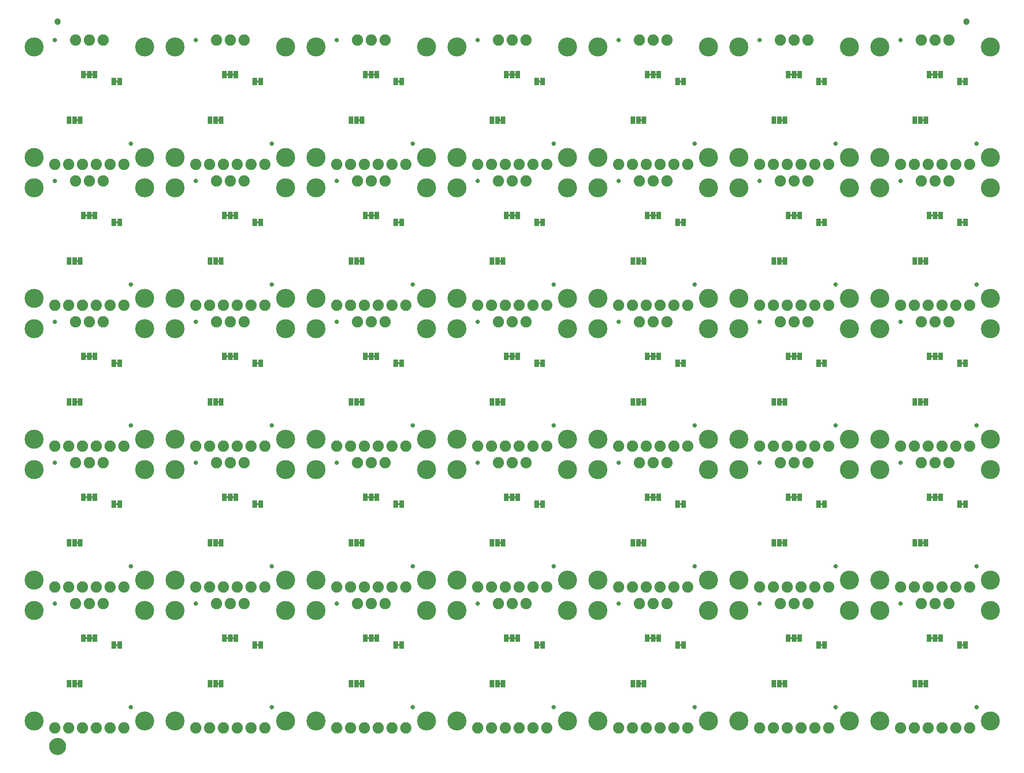
<source format=gbs>
G04 EAGLE Gerber RS-274X export*
G75*
%MOMM*%
%FSLAX34Y34*%
%LPD*%
%INSoldermask Bottom*%
%IPPOS*%
%AMOC8*
5,1,8,0,0,1.08239X$1,22.5*%
G01*
%ADD10C,3.505200*%
%ADD11C,0.838200*%
%ADD12R,0.863600X1.473200*%
%ADD13C,2.082800*%
%ADD14C,1.203200*%
%ADD15C,1.270000*%
%ADD16C,1.703200*%

G36*
X393130Y694067D02*
X393130Y694067D01*
X393196Y694069D01*
X393239Y694087D01*
X393286Y694095D01*
X393343Y694129D01*
X393403Y694154D01*
X393438Y694185D01*
X393479Y694210D01*
X393521Y694261D01*
X393569Y694305D01*
X393591Y694347D01*
X393620Y694384D01*
X393641Y694446D01*
X393672Y694505D01*
X393680Y694559D01*
X393692Y694596D01*
X393691Y694636D01*
X393699Y694690D01*
X393699Y697230D01*
X393688Y697295D01*
X393686Y697361D01*
X393668Y697404D01*
X393660Y697451D01*
X393626Y697508D01*
X393601Y697568D01*
X393570Y697603D01*
X393545Y697644D01*
X393494Y697686D01*
X393450Y697734D01*
X393408Y697756D01*
X393371Y697785D01*
X393309Y697806D01*
X393250Y697837D01*
X393196Y697845D01*
X393159Y697857D01*
X393119Y697856D01*
X393065Y697864D01*
X389255Y697864D01*
X389190Y697853D01*
X389124Y697851D01*
X389081Y697833D01*
X389034Y697825D01*
X388977Y697791D01*
X388917Y697766D01*
X388882Y697735D01*
X388841Y697710D01*
X388800Y697659D01*
X388751Y697615D01*
X388729Y697573D01*
X388700Y697536D01*
X388679Y697474D01*
X388648Y697415D01*
X388640Y697361D01*
X388628Y697324D01*
X388628Y697321D01*
X388629Y697284D01*
X388621Y697230D01*
X388621Y694690D01*
X388632Y694625D01*
X388634Y694559D01*
X388652Y694516D01*
X388660Y694469D01*
X388694Y694412D01*
X388719Y694352D01*
X388750Y694317D01*
X388775Y694276D01*
X388826Y694235D01*
X388870Y694186D01*
X388912Y694164D01*
X388949Y694135D01*
X389011Y694114D01*
X389070Y694083D01*
X389124Y694075D01*
X389161Y694063D01*
X389201Y694064D01*
X389255Y694056D01*
X393065Y694056D01*
X393130Y694067D01*
G37*
G36*
X1160210Y694067D02*
X1160210Y694067D01*
X1160276Y694069D01*
X1160319Y694087D01*
X1160366Y694095D01*
X1160423Y694129D01*
X1160483Y694154D01*
X1160518Y694185D01*
X1160559Y694210D01*
X1160601Y694261D01*
X1160649Y694305D01*
X1160671Y694347D01*
X1160700Y694384D01*
X1160721Y694446D01*
X1160752Y694505D01*
X1160760Y694559D01*
X1160772Y694596D01*
X1160771Y694636D01*
X1160779Y694690D01*
X1160779Y697230D01*
X1160768Y697295D01*
X1160766Y697361D01*
X1160748Y697404D01*
X1160740Y697451D01*
X1160706Y697508D01*
X1160681Y697568D01*
X1160650Y697603D01*
X1160625Y697644D01*
X1160574Y697686D01*
X1160530Y697734D01*
X1160488Y697756D01*
X1160451Y697785D01*
X1160389Y697806D01*
X1160330Y697837D01*
X1160276Y697845D01*
X1160239Y697857D01*
X1160199Y697856D01*
X1160145Y697864D01*
X1156335Y697864D01*
X1156270Y697853D01*
X1156204Y697851D01*
X1156161Y697833D01*
X1156114Y697825D01*
X1156057Y697791D01*
X1155997Y697766D01*
X1155962Y697735D01*
X1155921Y697710D01*
X1155880Y697659D01*
X1155831Y697615D01*
X1155809Y697573D01*
X1155780Y697536D01*
X1155759Y697474D01*
X1155728Y697415D01*
X1155720Y697361D01*
X1155708Y697324D01*
X1155708Y697321D01*
X1155709Y697284D01*
X1155701Y697230D01*
X1155701Y694690D01*
X1155712Y694625D01*
X1155714Y694559D01*
X1155732Y694516D01*
X1155740Y694469D01*
X1155774Y694412D01*
X1155799Y694352D01*
X1155830Y694317D01*
X1155855Y694276D01*
X1155906Y694235D01*
X1155950Y694186D01*
X1155992Y694164D01*
X1156029Y694135D01*
X1156091Y694114D01*
X1156150Y694083D01*
X1156204Y694075D01*
X1156241Y694063D01*
X1156281Y694064D01*
X1156335Y694056D01*
X1160145Y694056D01*
X1160210Y694067D01*
G37*
G36*
X911290Y694067D02*
X911290Y694067D01*
X911356Y694069D01*
X911399Y694087D01*
X911446Y694095D01*
X911503Y694129D01*
X911563Y694154D01*
X911598Y694185D01*
X911639Y694210D01*
X911681Y694261D01*
X911729Y694305D01*
X911751Y694347D01*
X911780Y694384D01*
X911801Y694446D01*
X911832Y694505D01*
X911840Y694559D01*
X911852Y694596D01*
X911851Y694636D01*
X911859Y694690D01*
X911859Y697230D01*
X911848Y697295D01*
X911846Y697361D01*
X911828Y697404D01*
X911820Y697451D01*
X911786Y697508D01*
X911761Y697568D01*
X911730Y697603D01*
X911705Y697644D01*
X911654Y697686D01*
X911610Y697734D01*
X911568Y697756D01*
X911531Y697785D01*
X911469Y697806D01*
X911410Y697837D01*
X911356Y697845D01*
X911319Y697857D01*
X911279Y697856D01*
X911225Y697864D01*
X907415Y697864D01*
X907350Y697853D01*
X907284Y697851D01*
X907241Y697833D01*
X907194Y697825D01*
X907137Y697791D01*
X907077Y697766D01*
X907042Y697735D01*
X907001Y697710D01*
X906960Y697659D01*
X906911Y697615D01*
X906889Y697573D01*
X906860Y697536D01*
X906839Y697474D01*
X906808Y697415D01*
X906800Y697361D01*
X906788Y697324D01*
X906788Y697321D01*
X906789Y697284D01*
X906781Y697230D01*
X906781Y694690D01*
X906792Y694625D01*
X906794Y694559D01*
X906812Y694516D01*
X906820Y694469D01*
X906854Y694412D01*
X906879Y694352D01*
X906910Y694317D01*
X906935Y694276D01*
X906986Y694235D01*
X907030Y694186D01*
X907072Y694164D01*
X907109Y694135D01*
X907171Y694114D01*
X907230Y694083D01*
X907284Y694075D01*
X907321Y694063D01*
X907361Y694064D01*
X907415Y694056D01*
X911225Y694056D01*
X911290Y694067D01*
G37*
G36*
X1419290Y694067D02*
X1419290Y694067D01*
X1419356Y694069D01*
X1419399Y694087D01*
X1419446Y694095D01*
X1419503Y694129D01*
X1419563Y694154D01*
X1419598Y694185D01*
X1419639Y694210D01*
X1419681Y694261D01*
X1419729Y694305D01*
X1419751Y694347D01*
X1419780Y694384D01*
X1419801Y694446D01*
X1419832Y694505D01*
X1419840Y694559D01*
X1419852Y694596D01*
X1419851Y694636D01*
X1419859Y694690D01*
X1419859Y697230D01*
X1419848Y697295D01*
X1419846Y697361D01*
X1419828Y697404D01*
X1419820Y697451D01*
X1419786Y697508D01*
X1419761Y697568D01*
X1419730Y697603D01*
X1419705Y697644D01*
X1419654Y697686D01*
X1419610Y697734D01*
X1419568Y697756D01*
X1419531Y697785D01*
X1419469Y697806D01*
X1419410Y697837D01*
X1419356Y697845D01*
X1419319Y697857D01*
X1419279Y697856D01*
X1419225Y697864D01*
X1415415Y697864D01*
X1415350Y697853D01*
X1415284Y697851D01*
X1415241Y697833D01*
X1415194Y697825D01*
X1415137Y697791D01*
X1415077Y697766D01*
X1415042Y697735D01*
X1415001Y697710D01*
X1414960Y697659D01*
X1414911Y697615D01*
X1414889Y697573D01*
X1414860Y697536D01*
X1414839Y697474D01*
X1414808Y697415D01*
X1414800Y697361D01*
X1414788Y697324D01*
X1414788Y697321D01*
X1414789Y697284D01*
X1414781Y697230D01*
X1414781Y694690D01*
X1414792Y694625D01*
X1414794Y694559D01*
X1414812Y694516D01*
X1414820Y694469D01*
X1414854Y694412D01*
X1414879Y694352D01*
X1414910Y694317D01*
X1414935Y694276D01*
X1414986Y694235D01*
X1415030Y694186D01*
X1415072Y694164D01*
X1415109Y694135D01*
X1415171Y694114D01*
X1415230Y694083D01*
X1415284Y694075D01*
X1415321Y694063D01*
X1415361Y694064D01*
X1415415Y694056D01*
X1419225Y694056D01*
X1419290Y694067D01*
G37*
G36*
X642050Y694067D02*
X642050Y694067D01*
X642116Y694069D01*
X642159Y694087D01*
X642206Y694095D01*
X642263Y694129D01*
X642323Y694154D01*
X642358Y694185D01*
X642399Y694210D01*
X642441Y694261D01*
X642489Y694305D01*
X642511Y694347D01*
X642540Y694384D01*
X642561Y694446D01*
X642592Y694505D01*
X642600Y694559D01*
X642612Y694596D01*
X642611Y694636D01*
X642619Y694690D01*
X642619Y697230D01*
X642608Y697295D01*
X642606Y697361D01*
X642588Y697404D01*
X642580Y697451D01*
X642546Y697508D01*
X642521Y697568D01*
X642490Y697603D01*
X642465Y697644D01*
X642414Y697686D01*
X642370Y697734D01*
X642328Y697756D01*
X642291Y697785D01*
X642229Y697806D01*
X642170Y697837D01*
X642116Y697845D01*
X642079Y697857D01*
X642039Y697856D01*
X641985Y697864D01*
X638175Y697864D01*
X638110Y697853D01*
X638044Y697851D01*
X638001Y697833D01*
X637954Y697825D01*
X637897Y697791D01*
X637837Y697766D01*
X637802Y697735D01*
X637761Y697710D01*
X637720Y697659D01*
X637671Y697615D01*
X637649Y697573D01*
X637620Y697536D01*
X637599Y697474D01*
X637568Y697415D01*
X637560Y697361D01*
X637548Y697324D01*
X637548Y697321D01*
X637549Y697284D01*
X637541Y697230D01*
X637541Y694690D01*
X637552Y694625D01*
X637554Y694559D01*
X637572Y694516D01*
X637580Y694469D01*
X637614Y694412D01*
X637639Y694352D01*
X637670Y694317D01*
X637695Y694276D01*
X637746Y694235D01*
X637790Y694186D01*
X637832Y694164D01*
X637869Y694135D01*
X637931Y694114D01*
X637990Y694083D01*
X638044Y694075D01*
X638081Y694063D01*
X638121Y694064D01*
X638175Y694056D01*
X641985Y694056D01*
X642050Y694067D01*
G37*
G36*
X1170370Y694067D02*
X1170370Y694067D01*
X1170436Y694069D01*
X1170479Y694087D01*
X1170526Y694095D01*
X1170583Y694129D01*
X1170643Y694154D01*
X1170678Y694185D01*
X1170719Y694210D01*
X1170761Y694261D01*
X1170809Y694305D01*
X1170831Y694347D01*
X1170860Y694384D01*
X1170881Y694446D01*
X1170912Y694505D01*
X1170920Y694559D01*
X1170932Y694596D01*
X1170931Y694636D01*
X1170939Y694690D01*
X1170939Y697230D01*
X1170928Y697295D01*
X1170926Y697361D01*
X1170908Y697404D01*
X1170900Y697451D01*
X1170866Y697508D01*
X1170841Y697568D01*
X1170810Y697603D01*
X1170785Y697644D01*
X1170734Y697686D01*
X1170690Y697734D01*
X1170648Y697756D01*
X1170611Y697785D01*
X1170549Y697806D01*
X1170490Y697837D01*
X1170436Y697845D01*
X1170399Y697857D01*
X1170359Y697856D01*
X1170305Y697864D01*
X1166495Y697864D01*
X1166430Y697853D01*
X1166364Y697851D01*
X1166321Y697833D01*
X1166274Y697825D01*
X1166217Y697791D01*
X1166157Y697766D01*
X1166122Y697735D01*
X1166081Y697710D01*
X1166040Y697659D01*
X1165991Y697615D01*
X1165969Y697573D01*
X1165940Y697536D01*
X1165919Y697474D01*
X1165888Y697415D01*
X1165880Y697361D01*
X1165868Y697324D01*
X1165868Y697321D01*
X1165869Y697284D01*
X1165861Y697230D01*
X1165861Y694690D01*
X1165872Y694625D01*
X1165874Y694559D01*
X1165892Y694516D01*
X1165900Y694469D01*
X1165934Y694412D01*
X1165959Y694352D01*
X1165990Y694317D01*
X1166015Y694276D01*
X1166066Y694235D01*
X1166110Y694186D01*
X1166152Y694164D01*
X1166189Y694135D01*
X1166251Y694114D01*
X1166310Y694083D01*
X1166364Y694075D01*
X1166401Y694063D01*
X1166441Y694064D01*
X1166495Y694056D01*
X1170305Y694056D01*
X1170370Y694067D01*
G37*
G36*
X1678370Y694067D02*
X1678370Y694067D01*
X1678436Y694069D01*
X1678479Y694087D01*
X1678526Y694095D01*
X1678583Y694129D01*
X1678643Y694154D01*
X1678678Y694185D01*
X1678719Y694210D01*
X1678761Y694261D01*
X1678809Y694305D01*
X1678831Y694347D01*
X1678860Y694384D01*
X1678881Y694446D01*
X1678912Y694505D01*
X1678920Y694559D01*
X1678932Y694596D01*
X1678931Y694636D01*
X1678939Y694690D01*
X1678939Y697230D01*
X1678928Y697295D01*
X1678926Y697361D01*
X1678908Y697404D01*
X1678900Y697451D01*
X1678866Y697508D01*
X1678841Y697568D01*
X1678810Y697603D01*
X1678785Y697644D01*
X1678734Y697686D01*
X1678690Y697734D01*
X1678648Y697756D01*
X1678611Y697785D01*
X1678549Y697806D01*
X1678490Y697837D01*
X1678436Y697845D01*
X1678399Y697857D01*
X1678359Y697856D01*
X1678305Y697864D01*
X1674495Y697864D01*
X1674430Y697853D01*
X1674364Y697851D01*
X1674321Y697833D01*
X1674274Y697825D01*
X1674217Y697791D01*
X1674157Y697766D01*
X1674122Y697735D01*
X1674081Y697710D01*
X1674040Y697659D01*
X1673991Y697615D01*
X1673969Y697573D01*
X1673940Y697536D01*
X1673919Y697474D01*
X1673888Y697415D01*
X1673880Y697361D01*
X1673868Y697324D01*
X1673868Y697321D01*
X1673869Y697284D01*
X1673861Y697230D01*
X1673861Y694690D01*
X1673872Y694625D01*
X1673874Y694559D01*
X1673892Y694516D01*
X1673900Y694469D01*
X1673934Y694412D01*
X1673959Y694352D01*
X1673990Y694317D01*
X1674015Y694276D01*
X1674066Y694235D01*
X1674110Y694186D01*
X1674152Y694164D01*
X1674189Y694135D01*
X1674251Y694114D01*
X1674310Y694083D01*
X1674364Y694075D01*
X1674401Y694063D01*
X1674441Y694064D01*
X1674495Y694056D01*
X1678305Y694056D01*
X1678370Y694067D01*
G37*
G36*
X1688530Y694067D02*
X1688530Y694067D01*
X1688596Y694069D01*
X1688639Y694087D01*
X1688686Y694095D01*
X1688743Y694129D01*
X1688803Y694154D01*
X1688838Y694185D01*
X1688879Y694210D01*
X1688921Y694261D01*
X1688969Y694305D01*
X1688991Y694347D01*
X1689020Y694384D01*
X1689041Y694446D01*
X1689072Y694505D01*
X1689080Y694559D01*
X1689092Y694596D01*
X1689091Y694636D01*
X1689099Y694690D01*
X1689099Y697230D01*
X1689088Y697295D01*
X1689086Y697361D01*
X1689068Y697404D01*
X1689060Y697451D01*
X1689026Y697508D01*
X1689001Y697568D01*
X1688970Y697603D01*
X1688945Y697644D01*
X1688894Y697686D01*
X1688850Y697734D01*
X1688808Y697756D01*
X1688771Y697785D01*
X1688709Y697806D01*
X1688650Y697837D01*
X1688596Y697845D01*
X1688559Y697857D01*
X1688519Y697856D01*
X1688465Y697864D01*
X1684655Y697864D01*
X1684590Y697853D01*
X1684524Y697851D01*
X1684481Y697833D01*
X1684434Y697825D01*
X1684377Y697791D01*
X1684317Y697766D01*
X1684282Y697735D01*
X1684241Y697710D01*
X1684200Y697659D01*
X1684151Y697615D01*
X1684129Y697573D01*
X1684100Y697536D01*
X1684079Y697474D01*
X1684048Y697415D01*
X1684040Y697361D01*
X1684028Y697324D01*
X1684028Y697321D01*
X1684029Y697284D01*
X1684021Y697230D01*
X1684021Y694690D01*
X1684032Y694625D01*
X1684034Y694559D01*
X1684052Y694516D01*
X1684060Y694469D01*
X1684094Y694412D01*
X1684119Y694352D01*
X1684150Y694317D01*
X1684175Y694276D01*
X1684226Y694235D01*
X1684270Y694186D01*
X1684312Y694164D01*
X1684349Y694135D01*
X1684411Y694114D01*
X1684470Y694083D01*
X1684524Y694075D01*
X1684561Y694063D01*
X1684601Y694064D01*
X1684655Y694056D01*
X1688465Y694056D01*
X1688530Y694067D01*
G37*
G36*
X123890Y694067D02*
X123890Y694067D01*
X123956Y694069D01*
X123999Y694087D01*
X124046Y694095D01*
X124103Y694129D01*
X124163Y694154D01*
X124198Y694185D01*
X124239Y694210D01*
X124281Y694261D01*
X124329Y694305D01*
X124351Y694347D01*
X124380Y694384D01*
X124401Y694446D01*
X124432Y694505D01*
X124440Y694559D01*
X124452Y694596D01*
X124451Y694636D01*
X124459Y694690D01*
X124459Y697230D01*
X124448Y697295D01*
X124446Y697361D01*
X124428Y697404D01*
X124420Y697451D01*
X124386Y697508D01*
X124361Y697568D01*
X124330Y697603D01*
X124305Y697644D01*
X124254Y697686D01*
X124210Y697734D01*
X124168Y697756D01*
X124131Y697785D01*
X124069Y697806D01*
X124010Y697837D01*
X123956Y697845D01*
X123919Y697857D01*
X123879Y697856D01*
X123825Y697864D01*
X120015Y697864D01*
X119950Y697853D01*
X119884Y697851D01*
X119841Y697833D01*
X119794Y697825D01*
X119737Y697791D01*
X119677Y697766D01*
X119642Y697735D01*
X119601Y697710D01*
X119560Y697659D01*
X119511Y697615D01*
X119489Y697573D01*
X119460Y697536D01*
X119439Y697474D01*
X119408Y697415D01*
X119400Y697361D01*
X119388Y697324D01*
X119388Y697321D01*
X119389Y697284D01*
X119381Y697230D01*
X119381Y694690D01*
X119392Y694625D01*
X119394Y694559D01*
X119412Y694516D01*
X119420Y694469D01*
X119454Y694412D01*
X119479Y694352D01*
X119510Y694317D01*
X119535Y694276D01*
X119586Y694235D01*
X119630Y694186D01*
X119672Y694164D01*
X119709Y694135D01*
X119771Y694114D01*
X119830Y694083D01*
X119884Y694075D01*
X119921Y694063D01*
X119961Y694064D01*
X120015Y694056D01*
X123825Y694056D01*
X123890Y694067D01*
G37*
G36*
X134050Y694067D02*
X134050Y694067D01*
X134116Y694069D01*
X134159Y694087D01*
X134206Y694095D01*
X134263Y694129D01*
X134323Y694154D01*
X134358Y694185D01*
X134399Y694210D01*
X134441Y694261D01*
X134489Y694305D01*
X134511Y694347D01*
X134540Y694384D01*
X134561Y694446D01*
X134592Y694505D01*
X134600Y694559D01*
X134612Y694596D01*
X134611Y694636D01*
X134619Y694690D01*
X134619Y697230D01*
X134608Y697295D01*
X134606Y697361D01*
X134588Y697404D01*
X134580Y697451D01*
X134546Y697508D01*
X134521Y697568D01*
X134490Y697603D01*
X134465Y697644D01*
X134414Y697686D01*
X134370Y697734D01*
X134328Y697756D01*
X134291Y697785D01*
X134229Y697806D01*
X134170Y697837D01*
X134116Y697845D01*
X134079Y697857D01*
X134039Y697856D01*
X133985Y697864D01*
X130175Y697864D01*
X130110Y697853D01*
X130044Y697851D01*
X130001Y697833D01*
X129954Y697825D01*
X129897Y697791D01*
X129837Y697766D01*
X129802Y697735D01*
X129761Y697710D01*
X129720Y697659D01*
X129671Y697615D01*
X129649Y697573D01*
X129620Y697536D01*
X129599Y697474D01*
X129568Y697415D01*
X129560Y697361D01*
X129548Y697324D01*
X129548Y697321D01*
X129549Y697284D01*
X129541Y697230D01*
X129541Y694690D01*
X129552Y694625D01*
X129554Y694559D01*
X129572Y694516D01*
X129580Y694469D01*
X129614Y694412D01*
X129639Y694352D01*
X129670Y694317D01*
X129695Y694276D01*
X129746Y694235D01*
X129790Y694186D01*
X129832Y694164D01*
X129869Y694135D01*
X129931Y694114D01*
X129990Y694083D01*
X130044Y694075D01*
X130081Y694063D01*
X130121Y694064D01*
X130175Y694056D01*
X133985Y694056D01*
X134050Y694067D01*
G37*
G36*
X1429450Y694067D02*
X1429450Y694067D01*
X1429516Y694069D01*
X1429559Y694087D01*
X1429606Y694095D01*
X1429663Y694129D01*
X1429723Y694154D01*
X1429758Y694185D01*
X1429799Y694210D01*
X1429841Y694261D01*
X1429889Y694305D01*
X1429911Y694347D01*
X1429940Y694384D01*
X1429961Y694446D01*
X1429992Y694505D01*
X1430000Y694559D01*
X1430012Y694596D01*
X1430011Y694636D01*
X1430019Y694690D01*
X1430019Y697230D01*
X1430008Y697295D01*
X1430006Y697361D01*
X1429988Y697404D01*
X1429980Y697451D01*
X1429946Y697508D01*
X1429921Y697568D01*
X1429890Y697603D01*
X1429865Y697644D01*
X1429814Y697686D01*
X1429770Y697734D01*
X1429728Y697756D01*
X1429691Y697785D01*
X1429629Y697806D01*
X1429570Y697837D01*
X1429516Y697845D01*
X1429479Y697857D01*
X1429439Y697856D01*
X1429385Y697864D01*
X1425575Y697864D01*
X1425510Y697853D01*
X1425444Y697851D01*
X1425401Y697833D01*
X1425354Y697825D01*
X1425297Y697791D01*
X1425237Y697766D01*
X1425202Y697735D01*
X1425161Y697710D01*
X1425120Y697659D01*
X1425071Y697615D01*
X1425049Y697573D01*
X1425020Y697536D01*
X1424999Y697474D01*
X1424968Y697415D01*
X1424960Y697361D01*
X1424948Y697324D01*
X1424948Y697321D01*
X1424949Y697284D01*
X1424941Y697230D01*
X1424941Y694690D01*
X1424952Y694625D01*
X1424954Y694559D01*
X1424972Y694516D01*
X1424980Y694469D01*
X1425014Y694412D01*
X1425039Y694352D01*
X1425070Y694317D01*
X1425095Y694276D01*
X1425146Y694235D01*
X1425190Y694186D01*
X1425232Y694164D01*
X1425269Y694135D01*
X1425331Y694114D01*
X1425390Y694083D01*
X1425444Y694075D01*
X1425481Y694063D01*
X1425521Y694064D01*
X1425575Y694056D01*
X1429385Y694056D01*
X1429450Y694067D01*
G37*
G36*
X901130Y694067D02*
X901130Y694067D01*
X901196Y694069D01*
X901239Y694087D01*
X901286Y694095D01*
X901343Y694129D01*
X901403Y694154D01*
X901438Y694185D01*
X901479Y694210D01*
X901521Y694261D01*
X901569Y694305D01*
X901591Y694347D01*
X901620Y694384D01*
X901641Y694446D01*
X901672Y694505D01*
X901680Y694559D01*
X901692Y694596D01*
X901691Y694636D01*
X901699Y694690D01*
X901699Y697230D01*
X901688Y697295D01*
X901686Y697361D01*
X901668Y697404D01*
X901660Y697451D01*
X901626Y697508D01*
X901601Y697568D01*
X901570Y697603D01*
X901545Y697644D01*
X901494Y697686D01*
X901450Y697734D01*
X901408Y697756D01*
X901371Y697785D01*
X901309Y697806D01*
X901250Y697837D01*
X901196Y697845D01*
X901159Y697857D01*
X901119Y697856D01*
X901065Y697864D01*
X897255Y697864D01*
X897190Y697853D01*
X897124Y697851D01*
X897081Y697833D01*
X897034Y697825D01*
X896977Y697791D01*
X896917Y697766D01*
X896882Y697735D01*
X896841Y697710D01*
X896800Y697659D01*
X896751Y697615D01*
X896729Y697573D01*
X896700Y697536D01*
X896679Y697474D01*
X896648Y697415D01*
X896640Y697361D01*
X896628Y697324D01*
X896628Y697321D01*
X896629Y697284D01*
X896621Y697230D01*
X896621Y694690D01*
X896632Y694625D01*
X896634Y694559D01*
X896652Y694516D01*
X896660Y694469D01*
X896694Y694412D01*
X896719Y694352D01*
X896750Y694317D01*
X896775Y694276D01*
X896826Y694235D01*
X896870Y694186D01*
X896912Y694164D01*
X896949Y694135D01*
X897011Y694114D01*
X897070Y694083D01*
X897124Y694075D01*
X897161Y694063D01*
X897201Y694064D01*
X897255Y694056D01*
X901065Y694056D01*
X901130Y694067D01*
G37*
G36*
X382970Y694067D02*
X382970Y694067D01*
X383036Y694069D01*
X383079Y694087D01*
X383126Y694095D01*
X383183Y694129D01*
X383243Y694154D01*
X383278Y694185D01*
X383319Y694210D01*
X383361Y694261D01*
X383409Y694305D01*
X383431Y694347D01*
X383460Y694384D01*
X383481Y694446D01*
X383512Y694505D01*
X383520Y694559D01*
X383532Y694596D01*
X383531Y694636D01*
X383539Y694690D01*
X383539Y697230D01*
X383528Y697295D01*
X383526Y697361D01*
X383508Y697404D01*
X383500Y697451D01*
X383466Y697508D01*
X383441Y697568D01*
X383410Y697603D01*
X383385Y697644D01*
X383334Y697686D01*
X383290Y697734D01*
X383248Y697756D01*
X383211Y697785D01*
X383149Y697806D01*
X383090Y697837D01*
X383036Y697845D01*
X382999Y697857D01*
X382959Y697856D01*
X382905Y697864D01*
X379095Y697864D01*
X379030Y697853D01*
X378964Y697851D01*
X378921Y697833D01*
X378874Y697825D01*
X378817Y697791D01*
X378757Y697766D01*
X378722Y697735D01*
X378681Y697710D01*
X378640Y697659D01*
X378591Y697615D01*
X378569Y697573D01*
X378540Y697536D01*
X378519Y697474D01*
X378488Y697415D01*
X378480Y697361D01*
X378468Y697324D01*
X378468Y697321D01*
X378469Y697284D01*
X378461Y697230D01*
X378461Y694690D01*
X378472Y694625D01*
X378474Y694559D01*
X378492Y694516D01*
X378500Y694469D01*
X378534Y694412D01*
X378559Y694352D01*
X378590Y694317D01*
X378615Y694276D01*
X378666Y694235D01*
X378710Y694186D01*
X378752Y694164D01*
X378789Y694135D01*
X378851Y694114D01*
X378910Y694083D01*
X378964Y694075D01*
X379001Y694063D01*
X379041Y694064D01*
X379095Y694056D01*
X382905Y694056D01*
X382970Y694067D01*
G37*
G36*
X652210Y694067D02*
X652210Y694067D01*
X652276Y694069D01*
X652319Y694087D01*
X652366Y694095D01*
X652423Y694129D01*
X652483Y694154D01*
X652518Y694185D01*
X652559Y694210D01*
X652601Y694261D01*
X652649Y694305D01*
X652671Y694347D01*
X652700Y694384D01*
X652721Y694446D01*
X652752Y694505D01*
X652760Y694559D01*
X652772Y694596D01*
X652771Y694636D01*
X652779Y694690D01*
X652779Y697230D01*
X652768Y697295D01*
X652766Y697361D01*
X652748Y697404D01*
X652740Y697451D01*
X652706Y697508D01*
X652681Y697568D01*
X652650Y697603D01*
X652625Y697644D01*
X652574Y697686D01*
X652530Y697734D01*
X652488Y697756D01*
X652451Y697785D01*
X652389Y697806D01*
X652330Y697837D01*
X652276Y697845D01*
X652239Y697857D01*
X652199Y697856D01*
X652145Y697864D01*
X648335Y697864D01*
X648270Y697853D01*
X648204Y697851D01*
X648161Y697833D01*
X648114Y697825D01*
X648057Y697791D01*
X647997Y697766D01*
X647962Y697735D01*
X647921Y697710D01*
X647880Y697659D01*
X647831Y697615D01*
X647809Y697573D01*
X647780Y697536D01*
X647759Y697474D01*
X647728Y697415D01*
X647720Y697361D01*
X647708Y697324D01*
X647708Y697321D01*
X647709Y697284D01*
X647701Y697230D01*
X647701Y694690D01*
X647712Y694625D01*
X647714Y694559D01*
X647732Y694516D01*
X647740Y694469D01*
X647774Y694412D01*
X647799Y694352D01*
X647830Y694317D01*
X647855Y694276D01*
X647906Y694235D01*
X647950Y694186D01*
X647992Y694164D01*
X648029Y694135D01*
X648091Y694114D01*
X648150Y694083D01*
X648204Y694075D01*
X648241Y694063D01*
X648281Y694064D01*
X648335Y694056D01*
X652145Y694056D01*
X652210Y694067D01*
G37*
G36*
X1678370Y1212227D02*
X1678370Y1212227D01*
X1678436Y1212229D01*
X1678479Y1212247D01*
X1678526Y1212255D01*
X1678583Y1212289D01*
X1678643Y1212314D01*
X1678678Y1212345D01*
X1678719Y1212370D01*
X1678761Y1212421D01*
X1678809Y1212465D01*
X1678831Y1212507D01*
X1678860Y1212544D01*
X1678881Y1212606D01*
X1678912Y1212665D01*
X1678920Y1212719D01*
X1678932Y1212756D01*
X1678931Y1212796D01*
X1678939Y1212850D01*
X1678939Y1215390D01*
X1678928Y1215455D01*
X1678926Y1215521D01*
X1678908Y1215564D01*
X1678900Y1215611D01*
X1678866Y1215668D01*
X1678841Y1215728D01*
X1678810Y1215763D01*
X1678785Y1215804D01*
X1678734Y1215846D01*
X1678690Y1215894D01*
X1678648Y1215916D01*
X1678611Y1215945D01*
X1678549Y1215966D01*
X1678490Y1215997D01*
X1678436Y1216005D01*
X1678399Y1216017D01*
X1678359Y1216016D01*
X1678305Y1216024D01*
X1674495Y1216024D01*
X1674430Y1216013D01*
X1674364Y1216011D01*
X1674321Y1215993D01*
X1674274Y1215985D01*
X1674217Y1215951D01*
X1674157Y1215926D01*
X1674122Y1215895D01*
X1674081Y1215870D01*
X1674040Y1215819D01*
X1673991Y1215775D01*
X1673969Y1215733D01*
X1673940Y1215696D01*
X1673919Y1215634D01*
X1673888Y1215575D01*
X1673880Y1215521D01*
X1673868Y1215484D01*
X1673868Y1215481D01*
X1673869Y1215444D01*
X1673861Y1215390D01*
X1673861Y1212850D01*
X1673872Y1212785D01*
X1673874Y1212719D01*
X1673892Y1212676D01*
X1673900Y1212629D01*
X1673934Y1212572D01*
X1673959Y1212512D01*
X1673990Y1212477D01*
X1674015Y1212436D01*
X1674066Y1212395D01*
X1674110Y1212346D01*
X1674152Y1212324D01*
X1674189Y1212295D01*
X1674251Y1212274D01*
X1674310Y1212243D01*
X1674364Y1212235D01*
X1674401Y1212223D01*
X1674441Y1212224D01*
X1674495Y1212216D01*
X1678305Y1212216D01*
X1678370Y1212227D01*
G37*
G36*
X1170370Y1212227D02*
X1170370Y1212227D01*
X1170436Y1212229D01*
X1170479Y1212247D01*
X1170526Y1212255D01*
X1170583Y1212289D01*
X1170643Y1212314D01*
X1170678Y1212345D01*
X1170719Y1212370D01*
X1170761Y1212421D01*
X1170809Y1212465D01*
X1170831Y1212507D01*
X1170860Y1212544D01*
X1170881Y1212606D01*
X1170912Y1212665D01*
X1170920Y1212719D01*
X1170932Y1212756D01*
X1170931Y1212796D01*
X1170939Y1212850D01*
X1170939Y1215390D01*
X1170928Y1215455D01*
X1170926Y1215521D01*
X1170908Y1215564D01*
X1170900Y1215611D01*
X1170866Y1215668D01*
X1170841Y1215728D01*
X1170810Y1215763D01*
X1170785Y1215804D01*
X1170734Y1215846D01*
X1170690Y1215894D01*
X1170648Y1215916D01*
X1170611Y1215945D01*
X1170549Y1215966D01*
X1170490Y1215997D01*
X1170436Y1216005D01*
X1170399Y1216017D01*
X1170359Y1216016D01*
X1170305Y1216024D01*
X1166495Y1216024D01*
X1166430Y1216013D01*
X1166364Y1216011D01*
X1166321Y1215993D01*
X1166274Y1215985D01*
X1166217Y1215951D01*
X1166157Y1215926D01*
X1166122Y1215895D01*
X1166081Y1215870D01*
X1166040Y1215819D01*
X1165991Y1215775D01*
X1165969Y1215733D01*
X1165940Y1215696D01*
X1165919Y1215634D01*
X1165888Y1215575D01*
X1165880Y1215521D01*
X1165868Y1215484D01*
X1165868Y1215481D01*
X1165869Y1215444D01*
X1165861Y1215390D01*
X1165861Y1212850D01*
X1165872Y1212785D01*
X1165874Y1212719D01*
X1165892Y1212676D01*
X1165900Y1212629D01*
X1165934Y1212572D01*
X1165959Y1212512D01*
X1165990Y1212477D01*
X1166015Y1212436D01*
X1166066Y1212395D01*
X1166110Y1212346D01*
X1166152Y1212324D01*
X1166189Y1212295D01*
X1166251Y1212274D01*
X1166310Y1212243D01*
X1166364Y1212235D01*
X1166401Y1212223D01*
X1166441Y1212224D01*
X1166495Y1212216D01*
X1170305Y1212216D01*
X1170370Y1212227D01*
G37*
G36*
X1160210Y1212227D02*
X1160210Y1212227D01*
X1160276Y1212229D01*
X1160319Y1212247D01*
X1160366Y1212255D01*
X1160423Y1212289D01*
X1160483Y1212314D01*
X1160518Y1212345D01*
X1160559Y1212370D01*
X1160601Y1212421D01*
X1160649Y1212465D01*
X1160671Y1212507D01*
X1160700Y1212544D01*
X1160721Y1212606D01*
X1160752Y1212665D01*
X1160760Y1212719D01*
X1160772Y1212756D01*
X1160771Y1212796D01*
X1160779Y1212850D01*
X1160779Y1215390D01*
X1160768Y1215455D01*
X1160766Y1215521D01*
X1160748Y1215564D01*
X1160740Y1215611D01*
X1160706Y1215668D01*
X1160681Y1215728D01*
X1160650Y1215763D01*
X1160625Y1215804D01*
X1160574Y1215846D01*
X1160530Y1215894D01*
X1160488Y1215916D01*
X1160451Y1215945D01*
X1160389Y1215966D01*
X1160330Y1215997D01*
X1160276Y1216005D01*
X1160239Y1216017D01*
X1160199Y1216016D01*
X1160145Y1216024D01*
X1156335Y1216024D01*
X1156270Y1216013D01*
X1156204Y1216011D01*
X1156161Y1215993D01*
X1156114Y1215985D01*
X1156057Y1215951D01*
X1155997Y1215926D01*
X1155962Y1215895D01*
X1155921Y1215870D01*
X1155880Y1215819D01*
X1155831Y1215775D01*
X1155809Y1215733D01*
X1155780Y1215696D01*
X1155759Y1215634D01*
X1155728Y1215575D01*
X1155720Y1215521D01*
X1155708Y1215484D01*
X1155708Y1215481D01*
X1155709Y1215444D01*
X1155701Y1215390D01*
X1155701Y1212850D01*
X1155712Y1212785D01*
X1155714Y1212719D01*
X1155732Y1212676D01*
X1155740Y1212629D01*
X1155774Y1212572D01*
X1155799Y1212512D01*
X1155830Y1212477D01*
X1155855Y1212436D01*
X1155906Y1212395D01*
X1155950Y1212346D01*
X1155992Y1212324D01*
X1156029Y1212295D01*
X1156091Y1212274D01*
X1156150Y1212243D01*
X1156204Y1212235D01*
X1156241Y1212223D01*
X1156281Y1212224D01*
X1156335Y1212216D01*
X1160145Y1212216D01*
X1160210Y1212227D01*
G37*
G36*
X393130Y1212227D02*
X393130Y1212227D01*
X393196Y1212229D01*
X393239Y1212247D01*
X393286Y1212255D01*
X393343Y1212289D01*
X393403Y1212314D01*
X393438Y1212345D01*
X393479Y1212370D01*
X393521Y1212421D01*
X393569Y1212465D01*
X393591Y1212507D01*
X393620Y1212544D01*
X393641Y1212606D01*
X393672Y1212665D01*
X393680Y1212719D01*
X393692Y1212756D01*
X393691Y1212796D01*
X393699Y1212850D01*
X393699Y1215390D01*
X393688Y1215455D01*
X393686Y1215521D01*
X393668Y1215564D01*
X393660Y1215611D01*
X393626Y1215668D01*
X393601Y1215728D01*
X393570Y1215763D01*
X393545Y1215804D01*
X393494Y1215846D01*
X393450Y1215894D01*
X393408Y1215916D01*
X393371Y1215945D01*
X393309Y1215966D01*
X393250Y1215997D01*
X393196Y1216005D01*
X393159Y1216017D01*
X393119Y1216016D01*
X393065Y1216024D01*
X389255Y1216024D01*
X389190Y1216013D01*
X389124Y1216011D01*
X389081Y1215993D01*
X389034Y1215985D01*
X388977Y1215951D01*
X388917Y1215926D01*
X388882Y1215895D01*
X388841Y1215870D01*
X388800Y1215819D01*
X388751Y1215775D01*
X388729Y1215733D01*
X388700Y1215696D01*
X388679Y1215634D01*
X388648Y1215575D01*
X388640Y1215521D01*
X388628Y1215484D01*
X388628Y1215481D01*
X388629Y1215444D01*
X388621Y1215390D01*
X388621Y1212850D01*
X388632Y1212785D01*
X388634Y1212719D01*
X388652Y1212676D01*
X388660Y1212629D01*
X388694Y1212572D01*
X388719Y1212512D01*
X388750Y1212477D01*
X388775Y1212436D01*
X388826Y1212395D01*
X388870Y1212346D01*
X388912Y1212324D01*
X388949Y1212295D01*
X389011Y1212274D01*
X389070Y1212243D01*
X389124Y1212235D01*
X389161Y1212223D01*
X389201Y1212224D01*
X389255Y1212216D01*
X393065Y1212216D01*
X393130Y1212227D01*
G37*
G36*
X1688530Y1212227D02*
X1688530Y1212227D01*
X1688596Y1212229D01*
X1688639Y1212247D01*
X1688686Y1212255D01*
X1688743Y1212289D01*
X1688803Y1212314D01*
X1688838Y1212345D01*
X1688879Y1212370D01*
X1688921Y1212421D01*
X1688969Y1212465D01*
X1688991Y1212507D01*
X1689020Y1212544D01*
X1689041Y1212606D01*
X1689072Y1212665D01*
X1689080Y1212719D01*
X1689092Y1212756D01*
X1689091Y1212796D01*
X1689099Y1212850D01*
X1689099Y1215390D01*
X1689088Y1215455D01*
X1689086Y1215521D01*
X1689068Y1215564D01*
X1689060Y1215611D01*
X1689026Y1215668D01*
X1689001Y1215728D01*
X1688970Y1215763D01*
X1688945Y1215804D01*
X1688894Y1215846D01*
X1688850Y1215894D01*
X1688808Y1215916D01*
X1688771Y1215945D01*
X1688709Y1215966D01*
X1688650Y1215997D01*
X1688596Y1216005D01*
X1688559Y1216017D01*
X1688519Y1216016D01*
X1688465Y1216024D01*
X1684655Y1216024D01*
X1684590Y1216013D01*
X1684524Y1216011D01*
X1684481Y1215993D01*
X1684434Y1215985D01*
X1684377Y1215951D01*
X1684317Y1215926D01*
X1684282Y1215895D01*
X1684241Y1215870D01*
X1684200Y1215819D01*
X1684151Y1215775D01*
X1684129Y1215733D01*
X1684100Y1215696D01*
X1684079Y1215634D01*
X1684048Y1215575D01*
X1684040Y1215521D01*
X1684028Y1215484D01*
X1684028Y1215481D01*
X1684029Y1215444D01*
X1684021Y1215390D01*
X1684021Y1212850D01*
X1684032Y1212785D01*
X1684034Y1212719D01*
X1684052Y1212676D01*
X1684060Y1212629D01*
X1684094Y1212572D01*
X1684119Y1212512D01*
X1684150Y1212477D01*
X1684175Y1212436D01*
X1684226Y1212395D01*
X1684270Y1212346D01*
X1684312Y1212324D01*
X1684349Y1212295D01*
X1684411Y1212274D01*
X1684470Y1212243D01*
X1684524Y1212235D01*
X1684561Y1212223D01*
X1684601Y1212224D01*
X1684655Y1212216D01*
X1688465Y1212216D01*
X1688530Y1212227D01*
G37*
G36*
X134050Y1212227D02*
X134050Y1212227D01*
X134116Y1212229D01*
X134159Y1212247D01*
X134206Y1212255D01*
X134263Y1212289D01*
X134323Y1212314D01*
X134358Y1212345D01*
X134399Y1212370D01*
X134441Y1212421D01*
X134489Y1212465D01*
X134511Y1212507D01*
X134540Y1212544D01*
X134561Y1212606D01*
X134592Y1212665D01*
X134600Y1212719D01*
X134612Y1212756D01*
X134611Y1212796D01*
X134619Y1212850D01*
X134619Y1215390D01*
X134608Y1215455D01*
X134606Y1215521D01*
X134588Y1215564D01*
X134580Y1215611D01*
X134546Y1215668D01*
X134521Y1215728D01*
X134490Y1215763D01*
X134465Y1215804D01*
X134414Y1215846D01*
X134370Y1215894D01*
X134328Y1215916D01*
X134291Y1215945D01*
X134229Y1215966D01*
X134170Y1215997D01*
X134116Y1216005D01*
X134079Y1216017D01*
X134039Y1216016D01*
X133985Y1216024D01*
X130175Y1216024D01*
X130110Y1216013D01*
X130044Y1216011D01*
X130001Y1215993D01*
X129954Y1215985D01*
X129897Y1215951D01*
X129837Y1215926D01*
X129802Y1215895D01*
X129761Y1215870D01*
X129720Y1215819D01*
X129671Y1215775D01*
X129649Y1215733D01*
X129620Y1215696D01*
X129599Y1215634D01*
X129568Y1215575D01*
X129560Y1215521D01*
X129548Y1215484D01*
X129548Y1215481D01*
X129549Y1215444D01*
X129541Y1215390D01*
X129541Y1212850D01*
X129552Y1212785D01*
X129554Y1212719D01*
X129572Y1212676D01*
X129580Y1212629D01*
X129614Y1212572D01*
X129639Y1212512D01*
X129670Y1212477D01*
X129695Y1212436D01*
X129746Y1212395D01*
X129790Y1212346D01*
X129832Y1212324D01*
X129869Y1212295D01*
X129931Y1212274D01*
X129990Y1212243D01*
X130044Y1212235D01*
X130081Y1212223D01*
X130121Y1212224D01*
X130175Y1212216D01*
X133985Y1212216D01*
X134050Y1212227D01*
G37*
G36*
X1429450Y1212227D02*
X1429450Y1212227D01*
X1429516Y1212229D01*
X1429559Y1212247D01*
X1429606Y1212255D01*
X1429663Y1212289D01*
X1429723Y1212314D01*
X1429758Y1212345D01*
X1429799Y1212370D01*
X1429841Y1212421D01*
X1429889Y1212465D01*
X1429911Y1212507D01*
X1429940Y1212544D01*
X1429961Y1212606D01*
X1429992Y1212665D01*
X1430000Y1212719D01*
X1430012Y1212756D01*
X1430011Y1212796D01*
X1430019Y1212850D01*
X1430019Y1215390D01*
X1430008Y1215455D01*
X1430006Y1215521D01*
X1429988Y1215564D01*
X1429980Y1215611D01*
X1429946Y1215668D01*
X1429921Y1215728D01*
X1429890Y1215763D01*
X1429865Y1215804D01*
X1429814Y1215846D01*
X1429770Y1215894D01*
X1429728Y1215916D01*
X1429691Y1215945D01*
X1429629Y1215966D01*
X1429570Y1215997D01*
X1429516Y1216005D01*
X1429479Y1216017D01*
X1429439Y1216016D01*
X1429385Y1216024D01*
X1425575Y1216024D01*
X1425510Y1216013D01*
X1425444Y1216011D01*
X1425401Y1215993D01*
X1425354Y1215985D01*
X1425297Y1215951D01*
X1425237Y1215926D01*
X1425202Y1215895D01*
X1425161Y1215870D01*
X1425120Y1215819D01*
X1425071Y1215775D01*
X1425049Y1215733D01*
X1425020Y1215696D01*
X1424999Y1215634D01*
X1424968Y1215575D01*
X1424960Y1215521D01*
X1424948Y1215484D01*
X1424948Y1215481D01*
X1424949Y1215444D01*
X1424941Y1215390D01*
X1424941Y1212850D01*
X1424952Y1212785D01*
X1424954Y1212719D01*
X1424972Y1212676D01*
X1424980Y1212629D01*
X1425014Y1212572D01*
X1425039Y1212512D01*
X1425070Y1212477D01*
X1425095Y1212436D01*
X1425146Y1212395D01*
X1425190Y1212346D01*
X1425232Y1212324D01*
X1425269Y1212295D01*
X1425331Y1212274D01*
X1425390Y1212243D01*
X1425444Y1212235D01*
X1425481Y1212223D01*
X1425521Y1212224D01*
X1425575Y1212216D01*
X1429385Y1212216D01*
X1429450Y1212227D01*
G37*
G36*
X901130Y1212227D02*
X901130Y1212227D01*
X901196Y1212229D01*
X901239Y1212247D01*
X901286Y1212255D01*
X901343Y1212289D01*
X901403Y1212314D01*
X901438Y1212345D01*
X901479Y1212370D01*
X901521Y1212421D01*
X901569Y1212465D01*
X901591Y1212507D01*
X901620Y1212544D01*
X901641Y1212606D01*
X901672Y1212665D01*
X901680Y1212719D01*
X901692Y1212756D01*
X901691Y1212796D01*
X901699Y1212850D01*
X901699Y1215390D01*
X901688Y1215455D01*
X901686Y1215521D01*
X901668Y1215564D01*
X901660Y1215611D01*
X901626Y1215668D01*
X901601Y1215728D01*
X901570Y1215763D01*
X901545Y1215804D01*
X901494Y1215846D01*
X901450Y1215894D01*
X901408Y1215916D01*
X901371Y1215945D01*
X901309Y1215966D01*
X901250Y1215997D01*
X901196Y1216005D01*
X901159Y1216017D01*
X901119Y1216016D01*
X901065Y1216024D01*
X897255Y1216024D01*
X897190Y1216013D01*
X897124Y1216011D01*
X897081Y1215993D01*
X897034Y1215985D01*
X896977Y1215951D01*
X896917Y1215926D01*
X896882Y1215895D01*
X896841Y1215870D01*
X896800Y1215819D01*
X896751Y1215775D01*
X896729Y1215733D01*
X896700Y1215696D01*
X896679Y1215634D01*
X896648Y1215575D01*
X896640Y1215521D01*
X896628Y1215484D01*
X896628Y1215481D01*
X896629Y1215444D01*
X896621Y1215390D01*
X896621Y1212850D01*
X896632Y1212785D01*
X896634Y1212719D01*
X896652Y1212676D01*
X896660Y1212629D01*
X896694Y1212572D01*
X896719Y1212512D01*
X896750Y1212477D01*
X896775Y1212436D01*
X896826Y1212395D01*
X896870Y1212346D01*
X896912Y1212324D01*
X896949Y1212295D01*
X897011Y1212274D01*
X897070Y1212243D01*
X897124Y1212235D01*
X897161Y1212223D01*
X897201Y1212224D01*
X897255Y1212216D01*
X901065Y1212216D01*
X901130Y1212227D01*
G37*
G36*
X642050Y1212227D02*
X642050Y1212227D01*
X642116Y1212229D01*
X642159Y1212247D01*
X642206Y1212255D01*
X642263Y1212289D01*
X642323Y1212314D01*
X642358Y1212345D01*
X642399Y1212370D01*
X642441Y1212421D01*
X642489Y1212465D01*
X642511Y1212507D01*
X642540Y1212544D01*
X642561Y1212606D01*
X642592Y1212665D01*
X642600Y1212719D01*
X642612Y1212756D01*
X642611Y1212796D01*
X642619Y1212850D01*
X642619Y1215390D01*
X642608Y1215455D01*
X642606Y1215521D01*
X642588Y1215564D01*
X642580Y1215611D01*
X642546Y1215668D01*
X642521Y1215728D01*
X642490Y1215763D01*
X642465Y1215804D01*
X642414Y1215846D01*
X642370Y1215894D01*
X642328Y1215916D01*
X642291Y1215945D01*
X642229Y1215966D01*
X642170Y1215997D01*
X642116Y1216005D01*
X642079Y1216017D01*
X642039Y1216016D01*
X641985Y1216024D01*
X638175Y1216024D01*
X638110Y1216013D01*
X638044Y1216011D01*
X638001Y1215993D01*
X637954Y1215985D01*
X637897Y1215951D01*
X637837Y1215926D01*
X637802Y1215895D01*
X637761Y1215870D01*
X637720Y1215819D01*
X637671Y1215775D01*
X637649Y1215733D01*
X637620Y1215696D01*
X637599Y1215634D01*
X637568Y1215575D01*
X637560Y1215521D01*
X637548Y1215484D01*
X637548Y1215481D01*
X637549Y1215444D01*
X637541Y1215390D01*
X637541Y1212850D01*
X637552Y1212785D01*
X637554Y1212719D01*
X637572Y1212676D01*
X637580Y1212629D01*
X637614Y1212572D01*
X637639Y1212512D01*
X637670Y1212477D01*
X637695Y1212436D01*
X637746Y1212395D01*
X637790Y1212346D01*
X637832Y1212324D01*
X637869Y1212295D01*
X637931Y1212274D01*
X637990Y1212243D01*
X638044Y1212235D01*
X638081Y1212223D01*
X638121Y1212224D01*
X638175Y1212216D01*
X641985Y1212216D01*
X642050Y1212227D01*
G37*
G36*
X652210Y1212227D02*
X652210Y1212227D01*
X652276Y1212229D01*
X652319Y1212247D01*
X652366Y1212255D01*
X652423Y1212289D01*
X652483Y1212314D01*
X652518Y1212345D01*
X652559Y1212370D01*
X652601Y1212421D01*
X652649Y1212465D01*
X652671Y1212507D01*
X652700Y1212544D01*
X652721Y1212606D01*
X652752Y1212665D01*
X652760Y1212719D01*
X652772Y1212756D01*
X652771Y1212796D01*
X652779Y1212850D01*
X652779Y1215390D01*
X652768Y1215455D01*
X652766Y1215521D01*
X652748Y1215564D01*
X652740Y1215611D01*
X652706Y1215668D01*
X652681Y1215728D01*
X652650Y1215763D01*
X652625Y1215804D01*
X652574Y1215846D01*
X652530Y1215894D01*
X652488Y1215916D01*
X652451Y1215945D01*
X652389Y1215966D01*
X652330Y1215997D01*
X652276Y1216005D01*
X652239Y1216017D01*
X652199Y1216016D01*
X652145Y1216024D01*
X648335Y1216024D01*
X648270Y1216013D01*
X648204Y1216011D01*
X648161Y1215993D01*
X648114Y1215985D01*
X648057Y1215951D01*
X647997Y1215926D01*
X647962Y1215895D01*
X647921Y1215870D01*
X647880Y1215819D01*
X647831Y1215775D01*
X647809Y1215733D01*
X647780Y1215696D01*
X647759Y1215634D01*
X647728Y1215575D01*
X647720Y1215521D01*
X647708Y1215484D01*
X647708Y1215481D01*
X647709Y1215444D01*
X647701Y1215390D01*
X647701Y1212850D01*
X647712Y1212785D01*
X647714Y1212719D01*
X647732Y1212676D01*
X647740Y1212629D01*
X647774Y1212572D01*
X647799Y1212512D01*
X647830Y1212477D01*
X647855Y1212436D01*
X647906Y1212395D01*
X647950Y1212346D01*
X647992Y1212324D01*
X648029Y1212295D01*
X648091Y1212274D01*
X648150Y1212243D01*
X648204Y1212235D01*
X648241Y1212223D01*
X648281Y1212224D01*
X648335Y1212216D01*
X652145Y1212216D01*
X652210Y1212227D01*
G37*
G36*
X382970Y1212227D02*
X382970Y1212227D01*
X383036Y1212229D01*
X383079Y1212247D01*
X383126Y1212255D01*
X383183Y1212289D01*
X383243Y1212314D01*
X383278Y1212345D01*
X383319Y1212370D01*
X383361Y1212421D01*
X383409Y1212465D01*
X383431Y1212507D01*
X383460Y1212544D01*
X383481Y1212606D01*
X383512Y1212665D01*
X383520Y1212719D01*
X383532Y1212756D01*
X383531Y1212796D01*
X383539Y1212850D01*
X383539Y1215390D01*
X383528Y1215455D01*
X383526Y1215521D01*
X383508Y1215564D01*
X383500Y1215611D01*
X383466Y1215668D01*
X383441Y1215728D01*
X383410Y1215763D01*
X383385Y1215804D01*
X383334Y1215846D01*
X383290Y1215894D01*
X383248Y1215916D01*
X383211Y1215945D01*
X383149Y1215966D01*
X383090Y1215997D01*
X383036Y1216005D01*
X382999Y1216017D01*
X382959Y1216016D01*
X382905Y1216024D01*
X379095Y1216024D01*
X379030Y1216013D01*
X378964Y1216011D01*
X378921Y1215993D01*
X378874Y1215985D01*
X378817Y1215951D01*
X378757Y1215926D01*
X378722Y1215895D01*
X378681Y1215870D01*
X378640Y1215819D01*
X378591Y1215775D01*
X378569Y1215733D01*
X378540Y1215696D01*
X378519Y1215634D01*
X378488Y1215575D01*
X378480Y1215521D01*
X378468Y1215484D01*
X378468Y1215481D01*
X378469Y1215444D01*
X378461Y1215390D01*
X378461Y1212850D01*
X378472Y1212785D01*
X378474Y1212719D01*
X378492Y1212676D01*
X378500Y1212629D01*
X378534Y1212572D01*
X378559Y1212512D01*
X378590Y1212477D01*
X378615Y1212436D01*
X378666Y1212395D01*
X378710Y1212346D01*
X378752Y1212324D01*
X378789Y1212295D01*
X378851Y1212274D01*
X378910Y1212243D01*
X378964Y1212235D01*
X379001Y1212223D01*
X379041Y1212224D01*
X379095Y1212216D01*
X382905Y1212216D01*
X382970Y1212227D01*
G37*
G36*
X1419290Y1212227D02*
X1419290Y1212227D01*
X1419356Y1212229D01*
X1419399Y1212247D01*
X1419446Y1212255D01*
X1419503Y1212289D01*
X1419563Y1212314D01*
X1419598Y1212345D01*
X1419639Y1212370D01*
X1419681Y1212421D01*
X1419729Y1212465D01*
X1419751Y1212507D01*
X1419780Y1212544D01*
X1419801Y1212606D01*
X1419832Y1212665D01*
X1419840Y1212719D01*
X1419852Y1212756D01*
X1419851Y1212796D01*
X1419859Y1212850D01*
X1419859Y1215390D01*
X1419848Y1215455D01*
X1419846Y1215521D01*
X1419828Y1215564D01*
X1419820Y1215611D01*
X1419786Y1215668D01*
X1419761Y1215728D01*
X1419730Y1215763D01*
X1419705Y1215804D01*
X1419654Y1215846D01*
X1419610Y1215894D01*
X1419568Y1215916D01*
X1419531Y1215945D01*
X1419469Y1215966D01*
X1419410Y1215997D01*
X1419356Y1216005D01*
X1419319Y1216017D01*
X1419279Y1216016D01*
X1419225Y1216024D01*
X1415415Y1216024D01*
X1415350Y1216013D01*
X1415284Y1216011D01*
X1415241Y1215993D01*
X1415194Y1215985D01*
X1415137Y1215951D01*
X1415077Y1215926D01*
X1415042Y1215895D01*
X1415001Y1215870D01*
X1414960Y1215819D01*
X1414911Y1215775D01*
X1414889Y1215733D01*
X1414860Y1215696D01*
X1414839Y1215634D01*
X1414808Y1215575D01*
X1414800Y1215521D01*
X1414788Y1215484D01*
X1414788Y1215481D01*
X1414789Y1215444D01*
X1414781Y1215390D01*
X1414781Y1212850D01*
X1414792Y1212785D01*
X1414794Y1212719D01*
X1414812Y1212676D01*
X1414820Y1212629D01*
X1414854Y1212572D01*
X1414879Y1212512D01*
X1414910Y1212477D01*
X1414935Y1212436D01*
X1414986Y1212395D01*
X1415030Y1212346D01*
X1415072Y1212324D01*
X1415109Y1212295D01*
X1415171Y1212274D01*
X1415230Y1212243D01*
X1415284Y1212235D01*
X1415321Y1212223D01*
X1415361Y1212224D01*
X1415415Y1212216D01*
X1419225Y1212216D01*
X1419290Y1212227D01*
G37*
G36*
X123890Y1212227D02*
X123890Y1212227D01*
X123956Y1212229D01*
X123999Y1212247D01*
X124046Y1212255D01*
X124103Y1212289D01*
X124163Y1212314D01*
X124198Y1212345D01*
X124239Y1212370D01*
X124281Y1212421D01*
X124329Y1212465D01*
X124351Y1212507D01*
X124380Y1212544D01*
X124401Y1212606D01*
X124432Y1212665D01*
X124440Y1212719D01*
X124452Y1212756D01*
X124451Y1212796D01*
X124459Y1212850D01*
X124459Y1215390D01*
X124448Y1215455D01*
X124446Y1215521D01*
X124428Y1215564D01*
X124420Y1215611D01*
X124386Y1215668D01*
X124361Y1215728D01*
X124330Y1215763D01*
X124305Y1215804D01*
X124254Y1215846D01*
X124210Y1215894D01*
X124168Y1215916D01*
X124131Y1215945D01*
X124069Y1215966D01*
X124010Y1215997D01*
X123956Y1216005D01*
X123919Y1216017D01*
X123879Y1216016D01*
X123825Y1216024D01*
X120015Y1216024D01*
X119950Y1216013D01*
X119884Y1216011D01*
X119841Y1215993D01*
X119794Y1215985D01*
X119737Y1215951D01*
X119677Y1215926D01*
X119642Y1215895D01*
X119601Y1215870D01*
X119560Y1215819D01*
X119511Y1215775D01*
X119489Y1215733D01*
X119460Y1215696D01*
X119439Y1215634D01*
X119408Y1215575D01*
X119400Y1215521D01*
X119388Y1215484D01*
X119388Y1215481D01*
X119389Y1215444D01*
X119381Y1215390D01*
X119381Y1212850D01*
X119392Y1212785D01*
X119394Y1212719D01*
X119412Y1212676D01*
X119420Y1212629D01*
X119454Y1212572D01*
X119479Y1212512D01*
X119510Y1212477D01*
X119535Y1212436D01*
X119586Y1212395D01*
X119630Y1212346D01*
X119672Y1212324D01*
X119709Y1212295D01*
X119771Y1212274D01*
X119830Y1212243D01*
X119884Y1212235D01*
X119921Y1212223D01*
X119961Y1212224D01*
X120015Y1212216D01*
X123825Y1212216D01*
X123890Y1212227D01*
G37*
G36*
X911290Y1212227D02*
X911290Y1212227D01*
X911356Y1212229D01*
X911399Y1212247D01*
X911446Y1212255D01*
X911503Y1212289D01*
X911563Y1212314D01*
X911598Y1212345D01*
X911639Y1212370D01*
X911681Y1212421D01*
X911729Y1212465D01*
X911751Y1212507D01*
X911780Y1212544D01*
X911801Y1212606D01*
X911832Y1212665D01*
X911840Y1212719D01*
X911852Y1212756D01*
X911851Y1212796D01*
X911859Y1212850D01*
X911859Y1215390D01*
X911848Y1215455D01*
X911846Y1215521D01*
X911828Y1215564D01*
X911820Y1215611D01*
X911786Y1215668D01*
X911761Y1215728D01*
X911730Y1215763D01*
X911705Y1215804D01*
X911654Y1215846D01*
X911610Y1215894D01*
X911568Y1215916D01*
X911531Y1215945D01*
X911469Y1215966D01*
X911410Y1215997D01*
X911356Y1216005D01*
X911319Y1216017D01*
X911279Y1216016D01*
X911225Y1216024D01*
X907415Y1216024D01*
X907350Y1216013D01*
X907284Y1216011D01*
X907241Y1215993D01*
X907194Y1215985D01*
X907137Y1215951D01*
X907077Y1215926D01*
X907042Y1215895D01*
X907001Y1215870D01*
X906960Y1215819D01*
X906911Y1215775D01*
X906889Y1215733D01*
X906860Y1215696D01*
X906839Y1215634D01*
X906808Y1215575D01*
X906800Y1215521D01*
X906788Y1215484D01*
X906788Y1215481D01*
X906789Y1215444D01*
X906781Y1215390D01*
X906781Y1212850D01*
X906792Y1212785D01*
X906794Y1212719D01*
X906812Y1212676D01*
X906820Y1212629D01*
X906854Y1212572D01*
X906879Y1212512D01*
X906910Y1212477D01*
X906935Y1212436D01*
X906986Y1212395D01*
X907030Y1212346D01*
X907072Y1212324D01*
X907109Y1212295D01*
X907171Y1212274D01*
X907230Y1212243D01*
X907284Y1212235D01*
X907321Y1212223D01*
X907361Y1212224D01*
X907415Y1212216D01*
X911225Y1212216D01*
X911290Y1212227D01*
G37*
G36*
X697930Y1199527D02*
X697930Y1199527D01*
X697996Y1199529D01*
X698039Y1199547D01*
X698086Y1199555D01*
X698143Y1199589D01*
X698203Y1199614D01*
X698238Y1199645D01*
X698279Y1199670D01*
X698321Y1199721D01*
X698369Y1199765D01*
X698391Y1199807D01*
X698420Y1199844D01*
X698441Y1199906D01*
X698472Y1199965D01*
X698480Y1200019D01*
X698492Y1200056D01*
X698491Y1200096D01*
X698499Y1200150D01*
X698499Y1202690D01*
X698488Y1202755D01*
X698486Y1202821D01*
X698468Y1202864D01*
X698460Y1202911D01*
X698426Y1202968D01*
X698401Y1203028D01*
X698370Y1203063D01*
X698345Y1203104D01*
X698294Y1203146D01*
X698250Y1203194D01*
X698208Y1203216D01*
X698171Y1203245D01*
X698109Y1203266D01*
X698050Y1203297D01*
X697996Y1203305D01*
X697959Y1203317D01*
X697919Y1203316D01*
X697865Y1203324D01*
X694055Y1203324D01*
X693990Y1203313D01*
X693924Y1203311D01*
X693881Y1203293D01*
X693834Y1203285D01*
X693777Y1203251D01*
X693717Y1203226D01*
X693682Y1203195D01*
X693641Y1203170D01*
X693600Y1203119D01*
X693551Y1203075D01*
X693529Y1203033D01*
X693500Y1202996D01*
X693479Y1202934D01*
X693448Y1202875D01*
X693440Y1202821D01*
X693428Y1202784D01*
X693428Y1202781D01*
X693429Y1202744D01*
X693421Y1202690D01*
X693421Y1200150D01*
X693432Y1200085D01*
X693434Y1200019D01*
X693452Y1199976D01*
X693460Y1199929D01*
X693494Y1199872D01*
X693519Y1199812D01*
X693550Y1199777D01*
X693575Y1199736D01*
X693626Y1199695D01*
X693670Y1199646D01*
X693712Y1199624D01*
X693749Y1199595D01*
X693811Y1199574D01*
X693870Y1199543D01*
X693924Y1199535D01*
X693961Y1199523D01*
X694001Y1199524D01*
X694055Y1199516D01*
X697865Y1199516D01*
X697930Y1199527D01*
G37*
G36*
X179770Y1199527D02*
X179770Y1199527D01*
X179836Y1199529D01*
X179879Y1199547D01*
X179926Y1199555D01*
X179983Y1199589D01*
X180043Y1199614D01*
X180078Y1199645D01*
X180119Y1199670D01*
X180161Y1199721D01*
X180209Y1199765D01*
X180231Y1199807D01*
X180260Y1199844D01*
X180281Y1199906D01*
X180312Y1199965D01*
X180320Y1200019D01*
X180332Y1200056D01*
X180331Y1200096D01*
X180339Y1200150D01*
X180339Y1202690D01*
X180328Y1202755D01*
X180326Y1202821D01*
X180308Y1202864D01*
X180300Y1202911D01*
X180266Y1202968D01*
X180241Y1203028D01*
X180210Y1203063D01*
X180185Y1203104D01*
X180134Y1203146D01*
X180090Y1203194D01*
X180048Y1203216D01*
X180011Y1203245D01*
X179949Y1203266D01*
X179890Y1203297D01*
X179836Y1203305D01*
X179799Y1203317D01*
X179759Y1203316D01*
X179705Y1203324D01*
X175895Y1203324D01*
X175830Y1203313D01*
X175764Y1203311D01*
X175721Y1203293D01*
X175674Y1203285D01*
X175617Y1203251D01*
X175557Y1203226D01*
X175522Y1203195D01*
X175481Y1203170D01*
X175440Y1203119D01*
X175391Y1203075D01*
X175369Y1203033D01*
X175340Y1202996D01*
X175319Y1202934D01*
X175288Y1202875D01*
X175280Y1202821D01*
X175268Y1202784D01*
X175268Y1202781D01*
X175269Y1202744D01*
X175261Y1202690D01*
X175261Y1200150D01*
X175272Y1200085D01*
X175274Y1200019D01*
X175292Y1199976D01*
X175300Y1199929D01*
X175334Y1199872D01*
X175359Y1199812D01*
X175390Y1199777D01*
X175415Y1199736D01*
X175466Y1199695D01*
X175510Y1199646D01*
X175552Y1199624D01*
X175589Y1199595D01*
X175651Y1199574D01*
X175710Y1199543D01*
X175764Y1199535D01*
X175801Y1199523D01*
X175841Y1199524D01*
X175895Y1199516D01*
X179705Y1199516D01*
X179770Y1199527D01*
G37*
G36*
X1216090Y1199527D02*
X1216090Y1199527D01*
X1216156Y1199529D01*
X1216199Y1199547D01*
X1216246Y1199555D01*
X1216303Y1199589D01*
X1216363Y1199614D01*
X1216398Y1199645D01*
X1216439Y1199670D01*
X1216481Y1199721D01*
X1216529Y1199765D01*
X1216551Y1199807D01*
X1216580Y1199844D01*
X1216601Y1199906D01*
X1216632Y1199965D01*
X1216640Y1200019D01*
X1216652Y1200056D01*
X1216651Y1200096D01*
X1216659Y1200150D01*
X1216659Y1202690D01*
X1216648Y1202755D01*
X1216646Y1202821D01*
X1216628Y1202864D01*
X1216620Y1202911D01*
X1216586Y1202968D01*
X1216561Y1203028D01*
X1216530Y1203063D01*
X1216505Y1203104D01*
X1216454Y1203146D01*
X1216410Y1203194D01*
X1216368Y1203216D01*
X1216331Y1203245D01*
X1216269Y1203266D01*
X1216210Y1203297D01*
X1216156Y1203305D01*
X1216119Y1203317D01*
X1216079Y1203316D01*
X1216025Y1203324D01*
X1212215Y1203324D01*
X1212150Y1203313D01*
X1212084Y1203311D01*
X1212041Y1203293D01*
X1211994Y1203285D01*
X1211937Y1203251D01*
X1211877Y1203226D01*
X1211842Y1203195D01*
X1211801Y1203170D01*
X1211760Y1203119D01*
X1211711Y1203075D01*
X1211689Y1203033D01*
X1211660Y1202996D01*
X1211639Y1202934D01*
X1211608Y1202875D01*
X1211600Y1202821D01*
X1211588Y1202784D01*
X1211588Y1202781D01*
X1211589Y1202744D01*
X1211581Y1202690D01*
X1211581Y1200150D01*
X1211592Y1200085D01*
X1211594Y1200019D01*
X1211612Y1199976D01*
X1211620Y1199929D01*
X1211654Y1199872D01*
X1211679Y1199812D01*
X1211710Y1199777D01*
X1211735Y1199736D01*
X1211786Y1199695D01*
X1211830Y1199646D01*
X1211872Y1199624D01*
X1211909Y1199595D01*
X1211971Y1199574D01*
X1212030Y1199543D01*
X1212084Y1199535D01*
X1212121Y1199523D01*
X1212161Y1199524D01*
X1212215Y1199516D01*
X1216025Y1199516D01*
X1216090Y1199527D01*
G37*
G36*
X1475170Y1199527D02*
X1475170Y1199527D01*
X1475236Y1199529D01*
X1475279Y1199547D01*
X1475326Y1199555D01*
X1475383Y1199589D01*
X1475443Y1199614D01*
X1475478Y1199645D01*
X1475519Y1199670D01*
X1475561Y1199721D01*
X1475609Y1199765D01*
X1475631Y1199807D01*
X1475660Y1199844D01*
X1475681Y1199906D01*
X1475712Y1199965D01*
X1475720Y1200019D01*
X1475732Y1200056D01*
X1475731Y1200096D01*
X1475739Y1200150D01*
X1475739Y1202690D01*
X1475728Y1202755D01*
X1475726Y1202821D01*
X1475708Y1202864D01*
X1475700Y1202911D01*
X1475666Y1202968D01*
X1475641Y1203028D01*
X1475610Y1203063D01*
X1475585Y1203104D01*
X1475534Y1203146D01*
X1475490Y1203194D01*
X1475448Y1203216D01*
X1475411Y1203245D01*
X1475349Y1203266D01*
X1475290Y1203297D01*
X1475236Y1203305D01*
X1475199Y1203317D01*
X1475159Y1203316D01*
X1475105Y1203324D01*
X1471295Y1203324D01*
X1471230Y1203313D01*
X1471164Y1203311D01*
X1471121Y1203293D01*
X1471074Y1203285D01*
X1471017Y1203251D01*
X1470957Y1203226D01*
X1470922Y1203195D01*
X1470881Y1203170D01*
X1470840Y1203119D01*
X1470791Y1203075D01*
X1470769Y1203033D01*
X1470740Y1202996D01*
X1470719Y1202934D01*
X1470688Y1202875D01*
X1470680Y1202821D01*
X1470668Y1202784D01*
X1470668Y1202781D01*
X1470669Y1202744D01*
X1470661Y1202690D01*
X1470661Y1200150D01*
X1470672Y1200085D01*
X1470674Y1200019D01*
X1470692Y1199976D01*
X1470700Y1199929D01*
X1470734Y1199872D01*
X1470759Y1199812D01*
X1470790Y1199777D01*
X1470815Y1199736D01*
X1470866Y1199695D01*
X1470910Y1199646D01*
X1470952Y1199624D01*
X1470989Y1199595D01*
X1471051Y1199574D01*
X1471110Y1199543D01*
X1471164Y1199535D01*
X1471201Y1199523D01*
X1471241Y1199524D01*
X1471295Y1199516D01*
X1475105Y1199516D01*
X1475170Y1199527D01*
G37*
G36*
X438850Y1199527D02*
X438850Y1199527D01*
X438916Y1199529D01*
X438959Y1199547D01*
X439006Y1199555D01*
X439063Y1199589D01*
X439123Y1199614D01*
X439158Y1199645D01*
X439199Y1199670D01*
X439241Y1199721D01*
X439289Y1199765D01*
X439311Y1199807D01*
X439340Y1199844D01*
X439361Y1199906D01*
X439392Y1199965D01*
X439400Y1200019D01*
X439412Y1200056D01*
X439411Y1200096D01*
X439419Y1200150D01*
X439419Y1202690D01*
X439408Y1202755D01*
X439406Y1202821D01*
X439388Y1202864D01*
X439380Y1202911D01*
X439346Y1202968D01*
X439321Y1203028D01*
X439290Y1203063D01*
X439265Y1203104D01*
X439214Y1203146D01*
X439170Y1203194D01*
X439128Y1203216D01*
X439091Y1203245D01*
X439029Y1203266D01*
X438970Y1203297D01*
X438916Y1203305D01*
X438879Y1203317D01*
X438839Y1203316D01*
X438785Y1203324D01*
X434975Y1203324D01*
X434910Y1203313D01*
X434844Y1203311D01*
X434801Y1203293D01*
X434754Y1203285D01*
X434697Y1203251D01*
X434637Y1203226D01*
X434602Y1203195D01*
X434561Y1203170D01*
X434520Y1203119D01*
X434471Y1203075D01*
X434449Y1203033D01*
X434420Y1202996D01*
X434399Y1202934D01*
X434368Y1202875D01*
X434360Y1202821D01*
X434348Y1202784D01*
X434348Y1202781D01*
X434349Y1202744D01*
X434341Y1202690D01*
X434341Y1200150D01*
X434352Y1200085D01*
X434354Y1200019D01*
X434372Y1199976D01*
X434380Y1199929D01*
X434414Y1199872D01*
X434439Y1199812D01*
X434470Y1199777D01*
X434495Y1199736D01*
X434546Y1199695D01*
X434590Y1199646D01*
X434632Y1199624D01*
X434669Y1199595D01*
X434731Y1199574D01*
X434790Y1199543D01*
X434844Y1199535D01*
X434881Y1199523D01*
X434921Y1199524D01*
X434975Y1199516D01*
X438785Y1199516D01*
X438850Y1199527D01*
G37*
G36*
X1734250Y1199527D02*
X1734250Y1199527D01*
X1734316Y1199529D01*
X1734359Y1199547D01*
X1734406Y1199555D01*
X1734463Y1199589D01*
X1734523Y1199614D01*
X1734558Y1199645D01*
X1734599Y1199670D01*
X1734641Y1199721D01*
X1734689Y1199765D01*
X1734711Y1199807D01*
X1734740Y1199844D01*
X1734761Y1199906D01*
X1734792Y1199965D01*
X1734800Y1200019D01*
X1734812Y1200056D01*
X1734811Y1200096D01*
X1734819Y1200150D01*
X1734819Y1202690D01*
X1734808Y1202755D01*
X1734806Y1202821D01*
X1734788Y1202864D01*
X1734780Y1202911D01*
X1734746Y1202968D01*
X1734721Y1203028D01*
X1734690Y1203063D01*
X1734665Y1203104D01*
X1734614Y1203146D01*
X1734570Y1203194D01*
X1734528Y1203216D01*
X1734491Y1203245D01*
X1734429Y1203266D01*
X1734370Y1203297D01*
X1734316Y1203305D01*
X1734279Y1203317D01*
X1734239Y1203316D01*
X1734185Y1203324D01*
X1730375Y1203324D01*
X1730310Y1203313D01*
X1730244Y1203311D01*
X1730201Y1203293D01*
X1730154Y1203285D01*
X1730097Y1203251D01*
X1730037Y1203226D01*
X1730002Y1203195D01*
X1729961Y1203170D01*
X1729920Y1203119D01*
X1729871Y1203075D01*
X1729849Y1203033D01*
X1729820Y1202996D01*
X1729799Y1202934D01*
X1729768Y1202875D01*
X1729760Y1202821D01*
X1729748Y1202784D01*
X1729748Y1202781D01*
X1729749Y1202744D01*
X1729741Y1202690D01*
X1729741Y1200150D01*
X1729752Y1200085D01*
X1729754Y1200019D01*
X1729772Y1199976D01*
X1729780Y1199929D01*
X1729814Y1199872D01*
X1729839Y1199812D01*
X1729870Y1199777D01*
X1729895Y1199736D01*
X1729946Y1199695D01*
X1729990Y1199646D01*
X1730032Y1199624D01*
X1730069Y1199595D01*
X1730131Y1199574D01*
X1730190Y1199543D01*
X1730244Y1199535D01*
X1730281Y1199523D01*
X1730321Y1199524D01*
X1730375Y1199516D01*
X1734185Y1199516D01*
X1734250Y1199527D01*
G37*
G36*
X957010Y1199527D02*
X957010Y1199527D01*
X957076Y1199529D01*
X957119Y1199547D01*
X957166Y1199555D01*
X957223Y1199589D01*
X957283Y1199614D01*
X957318Y1199645D01*
X957359Y1199670D01*
X957401Y1199721D01*
X957449Y1199765D01*
X957471Y1199807D01*
X957500Y1199844D01*
X957521Y1199906D01*
X957552Y1199965D01*
X957560Y1200019D01*
X957572Y1200056D01*
X957571Y1200096D01*
X957579Y1200150D01*
X957579Y1202690D01*
X957568Y1202755D01*
X957566Y1202821D01*
X957548Y1202864D01*
X957540Y1202911D01*
X957506Y1202968D01*
X957481Y1203028D01*
X957450Y1203063D01*
X957425Y1203104D01*
X957374Y1203146D01*
X957330Y1203194D01*
X957288Y1203216D01*
X957251Y1203245D01*
X957189Y1203266D01*
X957130Y1203297D01*
X957076Y1203305D01*
X957039Y1203317D01*
X956999Y1203316D01*
X956945Y1203324D01*
X953135Y1203324D01*
X953070Y1203313D01*
X953004Y1203311D01*
X952961Y1203293D01*
X952914Y1203285D01*
X952857Y1203251D01*
X952797Y1203226D01*
X952762Y1203195D01*
X952721Y1203170D01*
X952680Y1203119D01*
X952631Y1203075D01*
X952609Y1203033D01*
X952580Y1202996D01*
X952559Y1202934D01*
X952528Y1202875D01*
X952520Y1202821D01*
X952508Y1202784D01*
X952508Y1202781D01*
X952509Y1202744D01*
X952501Y1202690D01*
X952501Y1200150D01*
X952512Y1200085D01*
X952514Y1200019D01*
X952532Y1199976D01*
X952540Y1199929D01*
X952574Y1199872D01*
X952599Y1199812D01*
X952630Y1199777D01*
X952655Y1199736D01*
X952706Y1199695D01*
X952750Y1199646D01*
X952792Y1199624D01*
X952829Y1199595D01*
X952891Y1199574D01*
X952950Y1199543D01*
X953004Y1199535D01*
X953041Y1199523D01*
X953081Y1199524D01*
X953135Y1199516D01*
X956945Y1199516D01*
X957010Y1199527D01*
G37*
G36*
X107380Y1128407D02*
X107380Y1128407D01*
X107446Y1128409D01*
X107489Y1128427D01*
X107536Y1128435D01*
X107593Y1128469D01*
X107653Y1128494D01*
X107688Y1128525D01*
X107729Y1128550D01*
X107771Y1128601D01*
X107819Y1128645D01*
X107841Y1128687D01*
X107870Y1128724D01*
X107891Y1128786D01*
X107922Y1128845D01*
X107930Y1128899D01*
X107942Y1128936D01*
X107941Y1128976D01*
X107949Y1129030D01*
X107949Y1131570D01*
X107938Y1131635D01*
X107936Y1131701D01*
X107918Y1131744D01*
X107910Y1131791D01*
X107876Y1131848D01*
X107851Y1131908D01*
X107820Y1131943D01*
X107795Y1131984D01*
X107744Y1132026D01*
X107700Y1132074D01*
X107658Y1132096D01*
X107621Y1132125D01*
X107559Y1132146D01*
X107500Y1132177D01*
X107446Y1132185D01*
X107409Y1132197D01*
X107369Y1132196D01*
X107315Y1132204D01*
X103505Y1132204D01*
X103440Y1132193D01*
X103374Y1132191D01*
X103331Y1132173D01*
X103284Y1132165D01*
X103227Y1132131D01*
X103167Y1132106D01*
X103132Y1132075D01*
X103091Y1132050D01*
X103050Y1131999D01*
X103001Y1131955D01*
X102979Y1131913D01*
X102950Y1131876D01*
X102929Y1131814D01*
X102898Y1131755D01*
X102890Y1131701D01*
X102878Y1131664D01*
X102878Y1131661D01*
X102879Y1131624D01*
X102871Y1131570D01*
X102871Y1129030D01*
X102882Y1128965D01*
X102884Y1128899D01*
X102902Y1128856D01*
X102910Y1128809D01*
X102944Y1128752D01*
X102969Y1128692D01*
X103000Y1128657D01*
X103025Y1128616D01*
X103076Y1128575D01*
X103120Y1128526D01*
X103162Y1128504D01*
X103199Y1128475D01*
X103261Y1128454D01*
X103320Y1128423D01*
X103374Y1128415D01*
X103411Y1128403D01*
X103451Y1128404D01*
X103505Y1128396D01*
X107315Y1128396D01*
X107380Y1128407D01*
G37*
G36*
X884620Y1128407D02*
X884620Y1128407D01*
X884686Y1128409D01*
X884729Y1128427D01*
X884776Y1128435D01*
X884833Y1128469D01*
X884893Y1128494D01*
X884928Y1128525D01*
X884969Y1128550D01*
X885011Y1128601D01*
X885059Y1128645D01*
X885081Y1128687D01*
X885110Y1128724D01*
X885131Y1128786D01*
X885162Y1128845D01*
X885170Y1128899D01*
X885182Y1128936D01*
X885181Y1128976D01*
X885189Y1129030D01*
X885189Y1131570D01*
X885178Y1131635D01*
X885176Y1131701D01*
X885158Y1131744D01*
X885150Y1131791D01*
X885116Y1131848D01*
X885091Y1131908D01*
X885060Y1131943D01*
X885035Y1131984D01*
X884984Y1132026D01*
X884940Y1132074D01*
X884898Y1132096D01*
X884861Y1132125D01*
X884799Y1132146D01*
X884740Y1132177D01*
X884686Y1132185D01*
X884649Y1132197D01*
X884609Y1132196D01*
X884555Y1132204D01*
X880745Y1132204D01*
X880680Y1132193D01*
X880614Y1132191D01*
X880571Y1132173D01*
X880524Y1132165D01*
X880467Y1132131D01*
X880407Y1132106D01*
X880372Y1132075D01*
X880331Y1132050D01*
X880290Y1131999D01*
X880241Y1131955D01*
X880219Y1131913D01*
X880190Y1131876D01*
X880169Y1131814D01*
X880138Y1131755D01*
X880130Y1131701D01*
X880118Y1131664D01*
X880118Y1131661D01*
X880119Y1131624D01*
X880111Y1131570D01*
X880111Y1129030D01*
X880122Y1128965D01*
X880124Y1128899D01*
X880142Y1128856D01*
X880150Y1128809D01*
X880184Y1128752D01*
X880209Y1128692D01*
X880240Y1128657D01*
X880265Y1128616D01*
X880316Y1128575D01*
X880360Y1128526D01*
X880402Y1128504D01*
X880439Y1128475D01*
X880501Y1128454D01*
X880560Y1128423D01*
X880614Y1128415D01*
X880651Y1128403D01*
X880691Y1128404D01*
X880745Y1128396D01*
X884555Y1128396D01*
X884620Y1128407D01*
G37*
G36*
X1402780Y1128407D02*
X1402780Y1128407D01*
X1402846Y1128409D01*
X1402889Y1128427D01*
X1402936Y1128435D01*
X1402993Y1128469D01*
X1403053Y1128494D01*
X1403088Y1128525D01*
X1403129Y1128550D01*
X1403171Y1128601D01*
X1403219Y1128645D01*
X1403241Y1128687D01*
X1403270Y1128724D01*
X1403291Y1128786D01*
X1403322Y1128845D01*
X1403330Y1128899D01*
X1403342Y1128936D01*
X1403341Y1128976D01*
X1403349Y1129030D01*
X1403349Y1131570D01*
X1403338Y1131635D01*
X1403336Y1131701D01*
X1403318Y1131744D01*
X1403310Y1131791D01*
X1403276Y1131848D01*
X1403251Y1131908D01*
X1403220Y1131943D01*
X1403195Y1131984D01*
X1403144Y1132026D01*
X1403100Y1132074D01*
X1403058Y1132096D01*
X1403021Y1132125D01*
X1402959Y1132146D01*
X1402900Y1132177D01*
X1402846Y1132185D01*
X1402809Y1132197D01*
X1402769Y1132196D01*
X1402715Y1132204D01*
X1398905Y1132204D01*
X1398840Y1132193D01*
X1398774Y1132191D01*
X1398731Y1132173D01*
X1398684Y1132165D01*
X1398627Y1132131D01*
X1398567Y1132106D01*
X1398532Y1132075D01*
X1398491Y1132050D01*
X1398450Y1131999D01*
X1398401Y1131955D01*
X1398379Y1131913D01*
X1398350Y1131876D01*
X1398329Y1131814D01*
X1398298Y1131755D01*
X1398290Y1131701D01*
X1398278Y1131664D01*
X1398278Y1131661D01*
X1398279Y1131624D01*
X1398271Y1131570D01*
X1398271Y1129030D01*
X1398282Y1128965D01*
X1398284Y1128899D01*
X1398302Y1128856D01*
X1398310Y1128809D01*
X1398344Y1128752D01*
X1398369Y1128692D01*
X1398400Y1128657D01*
X1398425Y1128616D01*
X1398476Y1128575D01*
X1398520Y1128526D01*
X1398562Y1128504D01*
X1398599Y1128475D01*
X1398661Y1128454D01*
X1398720Y1128423D01*
X1398774Y1128415D01*
X1398811Y1128403D01*
X1398851Y1128404D01*
X1398905Y1128396D01*
X1402715Y1128396D01*
X1402780Y1128407D01*
G37*
G36*
X366460Y1128407D02*
X366460Y1128407D01*
X366526Y1128409D01*
X366569Y1128427D01*
X366616Y1128435D01*
X366673Y1128469D01*
X366733Y1128494D01*
X366768Y1128525D01*
X366809Y1128550D01*
X366851Y1128601D01*
X366899Y1128645D01*
X366921Y1128687D01*
X366950Y1128724D01*
X366971Y1128786D01*
X367002Y1128845D01*
X367010Y1128899D01*
X367022Y1128936D01*
X367021Y1128976D01*
X367029Y1129030D01*
X367029Y1131570D01*
X367018Y1131635D01*
X367016Y1131701D01*
X366998Y1131744D01*
X366990Y1131791D01*
X366956Y1131848D01*
X366931Y1131908D01*
X366900Y1131943D01*
X366875Y1131984D01*
X366824Y1132026D01*
X366780Y1132074D01*
X366738Y1132096D01*
X366701Y1132125D01*
X366639Y1132146D01*
X366580Y1132177D01*
X366526Y1132185D01*
X366489Y1132197D01*
X366449Y1132196D01*
X366395Y1132204D01*
X362585Y1132204D01*
X362520Y1132193D01*
X362454Y1132191D01*
X362411Y1132173D01*
X362364Y1132165D01*
X362307Y1132131D01*
X362247Y1132106D01*
X362212Y1132075D01*
X362171Y1132050D01*
X362130Y1131999D01*
X362081Y1131955D01*
X362059Y1131913D01*
X362030Y1131876D01*
X362009Y1131814D01*
X361978Y1131755D01*
X361970Y1131701D01*
X361958Y1131664D01*
X361958Y1131661D01*
X361959Y1131624D01*
X361951Y1131570D01*
X361951Y1129030D01*
X361962Y1128965D01*
X361964Y1128899D01*
X361982Y1128856D01*
X361990Y1128809D01*
X362024Y1128752D01*
X362049Y1128692D01*
X362080Y1128657D01*
X362105Y1128616D01*
X362156Y1128575D01*
X362200Y1128526D01*
X362242Y1128504D01*
X362279Y1128475D01*
X362341Y1128454D01*
X362400Y1128423D01*
X362454Y1128415D01*
X362491Y1128403D01*
X362531Y1128404D01*
X362585Y1128396D01*
X366395Y1128396D01*
X366460Y1128407D01*
G37*
G36*
X1143700Y1128407D02*
X1143700Y1128407D01*
X1143766Y1128409D01*
X1143809Y1128427D01*
X1143856Y1128435D01*
X1143913Y1128469D01*
X1143973Y1128494D01*
X1144008Y1128525D01*
X1144049Y1128550D01*
X1144091Y1128601D01*
X1144139Y1128645D01*
X1144161Y1128687D01*
X1144190Y1128724D01*
X1144211Y1128786D01*
X1144242Y1128845D01*
X1144250Y1128899D01*
X1144262Y1128936D01*
X1144261Y1128976D01*
X1144269Y1129030D01*
X1144269Y1131570D01*
X1144258Y1131635D01*
X1144256Y1131701D01*
X1144238Y1131744D01*
X1144230Y1131791D01*
X1144196Y1131848D01*
X1144171Y1131908D01*
X1144140Y1131943D01*
X1144115Y1131984D01*
X1144064Y1132026D01*
X1144020Y1132074D01*
X1143978Y1132096D01*
X1143941Y1132125D01*
X1143879Y1132146D01*
X1143820Y1132177D01*
X1143766Y1132185D01*
X1143729Y1132197D01*
X1143689Y1132196D01*
X1143635Y1132204D01*
X1139825Y1132204D01*
X1139760Y1132193D01*
X1139694Y1132191D01*
X1139651Y1132173D01*
X1139604Y1132165D01*
X1139547Y1132131D01*
X1139487Y1132106D01*
X1139452Y1132075D01*
X1139411Y1132050D01*
X1139370Y1131999D01*
X1139321Y1131955D01*
X1139299Y1131913D01*
X1139270Y1131876D01*
X1139249Y1131814D01*
X1139218Y1131755D01*
X1139210Y1131701D01*
X1139198Y1131664D01*
X1139198Y1131661D01*
X1139199Y1131624D01*
X1139191Y1131570D01*
X1139191Y1129030D01*
X1139202Y1128965D01*
X1139204Y1128899D01*
X1139222Y1128856D01*
X1139230Y1128809D01*
X1139264Y1128752D01*
X1139289Y1128692D01*
X1139320Y1128657D01*
X1139345Y1128616D01*
X1139396Y1128575D01*
X1139440Y1128526D01*
X1139482Y1128504D01*
X1139519Y1128475D01*
X1139581Y1128454D01*
X1139640Y1128423D01*
X1139694Y1128415D01*
X1139731Y1128403D01*
X1139771Y1128404D01*
X1139825Y1128396D01*
X1143635Y1128396D01*
X1143700Y1128407D01*
G37*
G36*
X625540Y1128407D02*
X625540Y1128407D01*
X625606Y1128409D01*
X625649Y1128427D01*
X625696Y1128435D01*
X625753Y1128469D01*
X625813Y1128494D01*
X625848Y1128525D01*
X625889Y1128550D01*
X625931Y1128601D01*
X625979Y1128645D01*
X626001Y1128687D01*
X626030Y1128724D01*
X626051Y1128786D01*
X626082Y1128845D01*
X626090Y1128899D01*
X626102Y1128936D01*
X626101Y1128976D01*
X626109Y1129030D01*
X626109Y1131570D01*
X626098Y1131635D01*
X626096Y1131701D01*
X626078Y1131744D01*
X626070Y1131791D01*
X626036Y1131848D01*
X626011Y1131908D01*
X625980Y1131943D01*
X625955Y1131984D01*
X625904Y1132026D01*
X625860Y1132074D01*
X625818Y1132096D01*
X625781Y1132125D01*
X625719Y1132146D01*
X625660Y1132177D01*
X625606Y1132185D01*
X625569Y1132197D01*
X625529Y1132196D01*
X625475Y1132204D01*
X621665Y1132204D01*
X621600Y1132193D01*
X621534Y1132191D01*
X621491Y1132173D01*
X621444Y1132165D01*
X621387Y1132131D01*
X621327Y1132106D01*
X621292Y1132075D01*
X621251Y1132050D01*
X621210Y1131999D01*
X621161Y1131955D01*
X621139Y1131913D01*
X621110Y1131876D01*
X621089Y1131814D01*
X621058Y1131755D01*
X621050Y1131701D01*
X621038Y1131664D01*
X621038Y1131661D01*
X621039Y1131624D01*
X621031Y1131570D01*
X621031Y1129030D01*
X621042Y1128965D01*
X621044Y1128899D01*
X621062Y1128856D01*
X621070Y1128809D01*
X621104Y1128752D01*
X621129Y1128692D01*
X621160Y1128657D01*
X621185Y1128616D01*
X621236Y1128575D01*
X621280Y1128526D01*
X621322Y1128504D01*
X621359Y1128475D01*
X621421Y1128454D01*
X621480Y1128423D01*
X621534Y1128415D01*
X621571Y1128403D01*
X621611Y1128404D01*
X621665Y1128396D01*
X625475Y1128396D01*
X625540Y1128407D01*
G37*
G36*
X1661860Y1128407D02*
X1661860Y1128407D01*
X1661926Y1128409D01*
X1661969Y1128427D01*
X1662016Y1128435D01*
X1662073Y1128469D01*
X1662133Y1128494D01*
X1662168Y1128525D01*
X1662209Y1128550D01*
X1662251Y1128601D01*
X1662299Y1128645D01*
X1662321Y1128687D01*
X1662350Y1128724D01*
X1662371Y1128786D01*
X1662402Y1128845D01*
X1662410Y1128899D01*
X1662422Y1128936D01*
X1662421Y1128976D01*
X1662429Y1129030D01*
X1662429Y1131570D01*
X1662418Y1131635D01*
X1662416Y1131701D01*
X1662398Y1131744D01*
X1662390Y1131791D01*
X1662356Y1131848D01*
X1662331Y1131908D01*
X1662300Y1131943D01*
X1662275Y1131984D01*
X1662224Y1132026D01*
X1662180Y1132074D01*
X1662138Y1132096D01*
X1662101Y1132125D01*
X1662039Y1132146D01*
X1661980Y1132177D01*
X1661926Y1132185D01*
X1661889Y1132197D01*
X1661849Y1132196D01*
X1661795Y1132204D01*
X1657985Y1132204D01*
X1657920Y1132193D01*
X1657854Y1132191D01*
X1657811Y1132173D01*
X1657764Y1132165D01*
X1657707Y1132131D01*
X1657647Y1132106D01*
X1657612Y1132075D01*
X1657571Y1132050D01*
X1657530Y1131999D01*
X1657481Y1131955D01*
X1657459Y1131913D01*
X1657430Y1131876D01*
X1657409Y1131814D01*
X1657378Y1131755D01*
X1657370Y1131701D01*
X1657358Y1131664D01*
X1657358Y1131661D01*
X1657359Y1131624D01*
X1657351Y1131570D01*
X1657351Y1129030D01*
X1657362Y1128965D01*
X1657364Y1128899D01*
X1657382Y1128856D01*
X1657390Y1128809D01*
X1657424Y1128752D01*
X1657449Y1128692D01*
X1657480Y1128657D01*
X1657505Y1128616D01*
X1657556Y1128575D01*
X1657600Y1128526D01*
X1657642Y1128504D01*
X1657679Y1128475D01*
X1657741Y1128454D01*
X1657800Y1128423D01*
X1657854Y1128415D01*
X1657891Y1128403D01*
X1657931Y1128404D01*
X1657985Y1128396D01*
X1661795Y1128396D01*
X1661860Y1128407D01*
G37*
G36*
X1160210Y953147D02*
X1160210Y953147D01*
X1160276Y953149D01*
X1160319Y953167D01*
X1160366Y953175D01*
X1160423Y953209D01*
X1160483Y953234D01*
X1160518Y953265D01*
X1160559Y953290D01*
X1160601Y953341D01*
X1160649Y953385D01*
X1160671Y953427D01*
X1160700Y953464D01*
X1160721Y953526D01*
X1160752Y953585D01*
X1160760Y953639D01*
X1160772Y953676D01*
X1160771Y953716D01*
X1160779Y953770D01*
X1160779Y956310D01*
X1160768Y956375D01*
X1160766Y956441D01*
X1160748Y956484D01*
X1160740Y956531D01*
X1160706Y956588D01*
X1160681Y956648D01*
X1160650Y956683D01*
X1160625Y956724D01*
X1160574Y956766D01*
X1160530Y956814D01*
X1160488Y956836D01*
X1160451Y956865D01*
X1160389Y956886D01*
X1160330Y956917D01*
X1160276Y956925D01*
X1160239Y956937D01*
X1160199Y956936D01*
X1160145Y956944D01*
X1156335Y956944D01*
X1156270Y956933D01*
X1156204Y956931D01*
X1156161Y956913D01*
X1156114Y956905D01*
X1156057Y956871D01*
X1155997Y956846D01*
X1155962Y956815D01*
X1155921Y956790D01*
X1155880Y956739D01*
X1155831Y956695D01*
X1155809Y956653D01*
X1155780Y956616D01*
X1155759Y956554D01*
X1155728Y956495D01*
X1155720Y956441D01*
X1155708Y956404D01*
X1155708Y956401D01*
X1155709Y956364D01*
X1155701Y956310D01*
X1155701Y953770D01*
X1155712Y953705D01*
X1155714Y953639D01*
X1155732Y953596D01*
X1155740Y953549D01*
X1155774Y953492D01*
X1155799Y953432D01*
X1155830Y953397D01*
X1155855Y953356D01*
X1155906Y953315D01*
X1155950Y953266D01*
X1155992Y953244D01*
X1156029Y953215D01*
X1156091Y953194D01*
X1156150Y953163D01*
X1156204Y953155D01*
X1156241Y953143D01*
X1156281Y953144D01*
X1156335Y953136D01*
X1160145Y953136D01*
X1160210Y953147D01*
G37*
G36*
X1170370Y953147D02*
X1170370Y953147D01*
X1170436Y953149D01*
X1170479Y953167D01*
X1170526Y953175D01*
X1170583Y953209D01*
X1170643Y953234D01*
X1170678Y953265D01*
X1170719Y953290D01*
X1170761Y953341D01*
X1170809Y953385D01*
X1170831Y953427D01*
X1170860Y953464D01*
X1170881Y953526D01*
X1170912Y953585D01*
X1170920Y953639D01*
X1170932Y953676D01*
X1170931Y953716D01*
X1170939Y953770D01*
X1170939Y956310D01*
X1170928Y956375D01*
X1170926Y956441D01*
X1170908Y956484D01*
X1170900Y956531D01*
X1170866Y956588D01*
X1170841Y956648D01*
X1170810Y956683D01*
X1170785Y956724D01*
X1170734Y956766D01*
X1170690Y956814D01*
X1170648Y956836D01*
X1170611Y956865D01*
X1170549Y956886D01*
X1170490Y956917D01*
X1170436Y956925D01*
X1170399Y956937D01*
X1170359Y956936D01*
X1170305Y956944D01*
X1166495Y956944D01*
X1166430Y956933D01*
X1166364Y956931D01*
X1166321Y956913D01*
X1166274Y956905D01*
X1166217Y956871D01*
X1166157Y956846D01*
X1166122Y956815D01*
X1166081Y956790D01*
X1166040Y956739D01*
X1165991Y956695D01*
X1165969Y956653D01*
X1165940Y956616D01*
X1165919Y956554D01*
X1165888Y956495D01*
X1165880Y956441D01*
X1165868Y956404D01*
X1165868Y956401D01*
X1165869Y956364D01*
X1165861Y956310D01*
X1165861Y953770D01*
X1165872Y953705D01*
X1165874Y953639D01*
X1165892Y953596D01*
X1165900Y953549D01*
X1165934Y953492D01*
X1165959Y953432D01*
X1165990Y953397D01*
X1166015Y953356D01*
X1166066Y953315D01*
X1166110Y953266D01*
X1166152Y953244D01*
X1166189Y953215D01*
X1166251Y953194D01*
X1166310Y953163D01*
X1166364Y953155D01*
X1166401Y953143D01*
X1166441Y953144D01*
X1166495Y953136D01*
X1170305Y953136D01*
X1170370Y953147D01*
G37*
G36*
X123890Y953147D02*
X123890Y953147D01*
X123956Y953149D01*
X123999Y953167D01*
X124046Y953175D01*
X124103Y953209D01*
X124163Y953234D01*
X124198Y953265D01*
X124239Y953290D01*
X124281Y953341D01*
X124329Y953385D01*
X124351Y953427D01*
X124380Y953464D01*
X124401Y953526D01*
X124432Y953585D01*
X124440Y953639D01*
X124452Y953676D01*
X124451Y953716D01*
X124459Y953770D01*
X124459Y956310D01*
X124448Y956375D01*
X124446Y956441D01*
X124428Y956484D01*
X124420Y956531D01*
X124386Y956588D01*
X124361Y956648D01*
X124330Y956683D01*
X124305Y956724D01*
X124254Y956766D01*
X124210Y956814D01*
X124168Y956836D01*
X124131Y956865D01*
X124069Y956886D01*
X124010Y956917D01*
X123956Y956925D01*
X123919Y956937D01*
X123879Y956936D01*
X123825Y956944D01*
X120015Y956944D01*
X119950Y956933D01*
X119884Y956931D01*
X119841Y956913D01*
X119794Y956905D01*
X119737Y956871D01*
X119677Y956846D01*
X119642Y956815D01*
X119601Y956790D01*
X119560Y956739D01*
X119511Y956695D01*
X119489Y956653D01*
X119460Y956616D01*
X119439Y956554D01*
X119408Y956495D01*
X119400Y956441D01*
X119388Y956404D01*
X119388Y956401D01*
X119389Y956364D01*
X119381Y956310D01*
X119381Y953770D01*
X119392Y953705D01*
X119394Y953639D01*
X119412Y953596D01*
X119420Y953549D01*
X119454Y953492D01*
X119479Y953432D01*
X119510Y953397D01*
X119535Y953356D01*
X119586Y953315D01*
X119630Y953266D01*
X119672Y953244D01*
X119709Y953215D01*
X119771Y953194D01*
X119830Y953163D01*
X119884Y953155D01*
X119921Y953143D01*
X119961Y953144D01*
X120015Y953136D01*
X123825Y953136D01*
X123890Y953147D01*
G37*
G36*
X911290Y953147D02*
X911290Y953147D01*
X911356Y953149D01*
X911399Y953167D01*
X911446Y953175D01*
X911503Y953209D01*
X911563Y953234D01*
X911598Y953265D01*
X911639Y953290D01*
X911681Y953341D01*
X911729Y953385D01*
X911751Y953427D01*
X911780Y953464D01*
X911801Y953526D01*
X911832Y953585D01*
X911840Y953639D01*
X911852Y953676D01*
X911851Y953716D01*
X911859Y953770D01*
X911859Y956310D01*
X911848Y956375D01*
X911846Y956441D01*
X911828Y956484D01*
X911820Y956531D01*
X911786Y956588D01*
X911761Y956648D01*
X911730Y956683D01*
X911705Y956724D01*
X911654Y956766D01*
X911610Y956814D01*
X911568Y956836D01*
X911531Y956865D01*
X911469Y956886D01*
X911410Y956917D01*
X911356Y956925D01*
X911319Y956937D01*
X911279Y956936D01*
X911225Y956944D01*
X907415Y956944D01*
X907350Y956933D01*
X907284Y956931D01*
X907241Y956913D01*
X907194Y956905D01*
X907137Y956871D01*
X907077Y956846D01*
X907042Y956815D01*
X907001Y956790D01*
X906960Y956739D01*
X906911Y956695D01*
X906889Y956653D01*
X906860Y956616D01*
X906839Y956554D01*
X906808Y956495D01*
X906800Y956441D01*
X906788Y956404D01*
X906788Y956401D01*
X906789Y956364D01*
X906781Y956310D01*
X906781Y953770D01*
X906792Y953705D01*
X906794Y953639D01*
X906812Y953596D01*
X906820Y953549D01*
X906854Y953492D01*
X906879Y953432D01*
X906910Y953397D01*
X906935Y953356D01*
X906986Y953315D01*
X907030Y953266D01*
X907072Y953244D01*
X907109Y953215D01*
X907171Y953194D01*
X907230Y953163D01*
X907284Y953155D01*
X907321Y953143D01*
X907361Y953144D01*
X907415Y953136D01*
X911225Y953136D01*
X911290Y953147D01*
G37*
G36*
X382970Y953147D02*
X382970Y953147D01*
X383036Y953149D01*
X383079Y953167D01*
X383126Y953175D01*
X383183Y953209D01*
X383243Y953234D01*
X383278Y953265D01*
X383319Y953290D01*
X383361Y953341D01*
X383409Y953385D01*
X383431Y953427D01*
X383460Y953464D01*
X383481Y953526D01*
X383512Y953585D01*
X383520Y953639D01*
X383532Y953676D01*
X383531Y953716D01*
X383539Y953770D01*
X383539Y956310D01*
X383528Y956375D01*
X383526Y956441D01*
X383508Y956484D01*
X383500Y956531D01*
X383466Y956588D01*
X383441Y956648D01*
X383410Y956683D01*
X383385Y956724D01*
X383334Y956766D01*
X383290Y956814D01*
X383248Y956836D01*
X383211Y956865D01*
X383149Y956886D01*
X383090Y956917D01*
X383036Y956925D01*
X382999Y956937D01*
X382959Y956936D01*
X382905Y956944D01*
X379095Y956944D01*
X379030Y956933D01*
X378964Y956931D01*
X378921Y956913D01*
X378874Y956905D01*
X378817Y956871D01*
X378757Y956846D01*
X378722Y956815D01*
X378681Y956790D01*
X378640Y956739D01*
X378591Y956695D01*
X378569Y956653D01*
X378540Y956616D01*
X378519Y956554D01*
X378488Y956495D01*
X378480Y956441D01*
X378468Y956404D01*
X378468Y956401D01*
X378469Y956364D01*
X378461Y956310D01*
X378461Y953770D01*
X378472Y953705D01*
X378474Y953639D01*
X378492Y953596D01*
X378500Y953549D01*
X378534Y953492D01*
X378559Y953432D01*
X378590Y953397D01*
X378615Y953356D01*
X378666Y953315D01*
X378710Y953266D01*
X378752Y953244D01*
X378789Y953215D01*
X378851Y953194D01*
X378910Y953163D01*
X378964Y953155D01*
X379001Y953143D01*
X379041Y953144D01*
X379095Y953136D01*
X382905Y953136D01*
X382970Y953147D01*
G37*
G36*
X1688530Y953147D02*
X1688530Y953147D01*
X1688596Y953149D01*
X1688639Y953167D01*
X1688686Y953175D01*
X1688743Y953209D01*
X1688803Y953234D01*
X1688838Y953265D01*
X1688879Y953290D01*
X1688921Y953341D01*
X1688969Y953385D01*
X1688991Y953427D01*
X1689020Y953464D01*
X1689041Y953526D01*
X1689072Y953585D01*
X1689080Y953639D01*
X1689092Y953676D01*
X1689091Y953716D01*
X1689099Y953770D01*
X1689099Y956310D01*
X1689088Y956375D01*
X1689086Y956441D01*
X1689068Y956484D01*
X1689060Y956531D01*
X1689026Y956588D01*
X1689001Y956648D01*
X1688970Y956683D01*
X1688945Y956724D01*
X1688894Y956766D01*
X1688850Y956814D01*
X1688808Y956836D01*
X1688771Y956865D01*
X1688709Y956886D01*
X1688650Y956917D01*
X1688596Y956925D01*
X1688559Y956937D01*
X1688519Y956936D01*
X1688465Y956944D01*
X1684655Y956944D01*
X1684590Y956933D01*
X1684524Y956931D01*
X1684481Y956913D01*
X1684434Y956905D01*
X1684377Y956871D01*
X1684317Y956846D01*
X1684282Y956815D01*
X1684241Y956790D01*
X1684200Y956739D01*
X1684151Y956695D01*
X1684129Y956653D01*
X1684100Y956616D01*
X1684079Y956554D01*
X1684048Y956495D01*
X1684040Y956441D01*
X1684028Y956404D01*
X1684028Y956401D01*
X1684029Y956364D01*
X1684021Y956310D01*
X1684021Y953770D01*
X1684032Y953705D01*
X1684034Y953639D01*
X1684052Y953596D01*
X1684060Y953549D01*
X1684094Y953492D01*
X1684119Y953432D01*
X1684150Y953397D01*
X1684175Y953356D01*
X1684226Y953315D01*
X1684270Y953266D01*
X1684312Y953244D01*
X1684349Y953215D01*
X1684411Y953194D01*
X1684470Y953163D01*
X1684524Y953155D01*
X1684561Y953143D01*
X1684601Y953144D01*
X1684655Y953136D01*
X1688465Y953136D01*
X1688530Y953147D01*
G37*
G36*
X1678370Y953147D02*
X1678370Y953147D01*
X1678436Y953149D01*
X1678479Y953167D01*
X1678526Y953175D01*
X1678583Y953209D01*
X1678643Y953234D01*
X1678678Y953265D01*
X1678719Y953290D01*
X1678761Y953341D01*
X1678809Y953385D01*
X1678831Y953427D01*
X1678860Y953464D01*
X1678881Y953526D01*
X1678912Y953585D01*
X1678920Y953639D01*
X1678932Y953676D01*
X1678931Y953716D01*
X1678939Y953770D01*
X1678939Y956310D01*
X1678928Y956375D01*
X1678926Y956441D01*
X1678908Y956484D01*
X1678900Y956531D01*
X1678866Y956588D01*
X1678841Y956648D01*
X1678810Y956683D01*
X1678785Y956724D01*
X1678734Y956766D01*
X1678690Y956814D01*
X1678648Y956836D01*
X1678611Y956865D01*
X1678549Y956886D01*
X1678490Y956917D01*
X1678436Y956925D01*
X1678399Y956937D01*
X1678359Y956936D01*
X1678305Y956944D01*
X1674495Y956944D01*
X1674430Y956933D01*
X1674364Y956931D01*
X1674321Y956913D01*
X1674274Y956905D01*
X1674217Y956871D01*
X1674157Y956846D01*
X1674122Y956815D01*
X1674081Y956790D01*
X1674040Y956739D01*
X1673991Y956695D01*
X1673969Y956653D01*
X1673940Y956616D01*
X1673919Y956554D01*
X1673888Y956495D01*
X1673880Y956441D01*
X1673868Y956404D01*
X1673868Y956401D01*
X1673869Y956364D01*
X1673861Y956310D01*
X1673861Y953770D01*
X1673872Y953705D01*
X1673874Y953639D01*
X1673892Y953596D01*
X1673900Y953549D01*
X1673934Y953492D01*
X1673959Y953432D01*
X1673990Y953397D01*
X1674015Y953356D01*
X1674066Y953315D01*
X1674110Y953266D01*
X1674152Y953244D01*
X1674189Y953215D01*
X1674251Y953194D01*
X1674310Y953163D01*
X1674364Y953155D01*
X1674401Y953143D01*
X1674441Y953144D01*
X1674495Y953136D01*
X1678305Y953136D01*
X1678370Y953147D01*
G37*
G36*
X642050Y953147D02*
X642050Y953147D01*
X642116Y953149D01*
X642159Y953167D01*
X642206Y953175D01*
X642263Y953209D01*
X642323Y953234D01*
X642358Y953265D01*
X642399Y953290D01*
X642441Y953341D01*
X642489Y953385D01*
X642511Y953427D01*
X642540Y953464D01*
X642561Y953526D01*
X642592Y953585D01*
X642600Y953639D01*
X642612Y953676D01*
X642611Y953716D01*
X642619Y953770D01*
X642619Y956310D01*
X642608Y956375D01*
X642606Y956441D01*
X642588Y956484D01*
X642580Y956531D01*
X642546Y956588D01*
X642521Y956648D01*
X642490Y956683D01*
X642465Y956724D01*
X642414Y956766D01*
X642370Y956814D01*
X642328Y956836D01*
X642291Y956865D01*
X642229Y956886D01*
X642170Y956917D01*
X642116Y956925D01*
X642079Y956937D01*
X642039Y956936D01*
X641985Y956944D01*
X638175Y956944D01*
X638110Y956933D01*
X638044Y956931D01*
X638001Y956913D01*
X637954Y956905D01*
X637897Y956871D01*
X637837Y956846D01*
X637802Y956815D01*
X637761Y956790D01*
X637720Y956739D01*
X637671Y956695D01*
X637649Y956653D01*
X637620Y956616D01*
X637599Y956554D01*
X637568Y956495D01*
X637560Y956441D01*
X637548Y956404D01*
X637548Y956401D01*
X637549Y956364D01*
X637541Y956310D01*
X637541Y953770D01*
X637552Y953705D01*
X637554Y953639D01*
X637572Y953596D01*
X637580Y953549D01*
X637614Y953492D01*
X637639Y953432D01*
X637670Y953397D01*
X637695Y953356D01*
X637746Y953315D01*
X637790Y953266D01*
X637832Y953244D01*
X637869Y953215D01*
X637931Y953194D01*
X637990Y953163D01*
X638044Y953155D01*
X638081Y953143D01*
X638121Y953144D01*
X638175Y953136D01*
X641985Y953136D01*
X642050Y953147D01*
G37*
G36*
X901130Y953147D02*
X901130Y953147D01*
X901196Y953149D01*
X901239Y953167D01*
X901286Y953175D01*
X901343Y953209D01*
X901403Y953234D01*
X901438Y953265D01*
X901479Y953290D01*
X901521Y953341D01*
X901569Y953385D01*
X901591Y953427D01*
X901620Y953464D01*
X901641Y953526D01*
X901672Y953585D01*
X901680Y953639D01*
X901692Y953676D01*
X901691Y953716D01*
X901699Y953770D01*
X901699Y956310D01*
X901688Y956375D01*
X901686Y956441D01*
X901668Y956484D01*
X901660Y956531D01*
X901626Y956588D01*
X901601Y956648D01*
X901570Y956683D01*
X901545Y956724D01*
X901494Y956766D01*
X901450Y956814D01*
X901408Y956836D01*
X901371Y956865D01*
X901309Y956886D01*
X901250Y956917D01*
X901196Y956925D01*
X901159Y956937D01*
X901119Y956936D01*
X901065Y956944D01*
X897255Y956944D01*
X897190Y956933D01*
X897124Y956931D01*
X897081Y956913D01*
X897034Y956905D01*
X896977Y956871D01*
X896917Y956846D01*
X896882Y956815D01*
X896841Y956790D01*
X896800Y956739D01*
X896751Y956695D01*
X896729Y956653D01*
X896700Y956616D01*
X896679Y956554D01*
X896648Y956495D01*
X896640Y956441D01*
X896628Y956404D01*
X896628Y956401D01*
X896629Y956364D01*
X896621Y956310D01*
X896621Y953770D01*
X896632Y953705D01*
X896634Y953639D01*
X896652Y953596D01*
X896660Y953549D01*
X896694Y953492D01*
X896719Y953432D01*
X896750Y953397D01*
X896775Y953356D01*
X896826Y953315D01*
X896870Y953266D01*
X896912Y953244D01*
X896949Y953215D01*
X897011Y953194D01*
X897070Y953163D01*
X897124Y953155D01*
X897161Y953143D01*
X897201Y953144D01*
X897255Y953136D01*
X901065Y953136D01*
X901130Y953147D01*
G37*
G36*
X1419290Y953147D02*
X1419290Y953147D01*
X1419356Y953149D01*
X1419399Y953167D01*
X1419446Y953175D01*
X1419503Y953209D01*
X1419563Y953234D01*
X1419598Y953265D01*
X1419639Y953290D01*
X1419681Y953341D01*
X1419729Y953385D01*
X1419751Y953427D01*
X1419780Y953464D01*
X1419801Y953526D01*
X1419832Y953585D01*
X1419840Y953639D01*
X1419852Y953676D01*
X1419851Y953716D01*
X1419859Y953770D01*
X1419859Y956310D01*
X1419848Y956375D01*
X1419846Y956441D01*
X1419828Y956484D01*
X1419820Y956531D01*
X1419786Y956588D01*
X1419761Y956648D01*
X1419730Y956683D01*
X1419705Y956724D01*
X1419654Y956766D01*
X1419610Y956814D01*
X1419568Y956836D01*
X1419531Y956865D01*
X1419469Y956886D01*
X1419410Y956917D01*
X1419356Y956925D01*
X1419319Y956937D01*
X1419279Y956936D01*
X1419225Y956944D01*
X1415415Y956944D01*
X1415350Y956933D01*
X1415284Y956931D01*
X1415241Y956913D01*
X1415194Y956905D01*
X1415137Y956871D01*
X1415077Y956846D01*
X1415042Y956815D01*
X1415001Y956790D01*
X1414960Y956739D01*
X1414911Y956695D01*
X1414889Y956653D01*
X1414860Y956616D01*
X1414839Y956554D01*
X1414808Y956495D01*
X1414800Y956441D01*
X1414788Y956404D01*
X1414788Y956401D01*
X1414789Y956364D01*
X1414781Y956310D01*
X1414781Y953770D01*
X1414792Y953705D01*
X1414794Y953639D01*
X1414812Y953596D01*
X1414820Y953549D01*
X1414854Y953492D01*
X1414879Y953432D01*
X1414910Y953397D01*
X1414935Y953356D01*
X1414986Y953315D01*
X1415030Y953266D01*
X1415072Y953244D01*
X1415109Y953215D01*
X1415171Y953194D01*
X1415230Y953163D01*
X1415284Y953155D01*
X1415321Y953143D01*
X1415361Y953144D01*
X1415415Y953136D01*
X1419225Y953136D01*
X1419290Y953147D01*
G37*
G36*
X652210Y953147D02*
X652210Y953147D01*
X652276Y953149D01*
X652319Y953167D01*
X652366Y953175D01*
X652423Y953209D01*
X652483Y953234D01*
X652518Y953265D01*
X652559Y953290D01*
X652601Y953341D01*
X652649Y953385D01*
X652671Y953427D01*
X652700Y953464D01*
X652721Y953526D01*
X652752Y953585D01*
X652760Y953639D01*
X652772Y953676D01*
X652771Y953716D01*
X652779Y953770D01*
X652779Y956310D01*
X652768Y956375D01*
X652766Y956441D01*
X652748Y956484D01*
X652740Y956531D01*
X652706Y956588D01*
X652681Y956648D01*
X652650Y956683D01*
X652625Y956724D01*
X652574Y956766D01*
X652530Y956814D01*
X652488Y956836D01*
X652451Y956865D01*
X652389Y956886D01*
X652330Y956917D01*
X652276Y956925D01*
X652239Y956937D01*
X652199Y956936D01*
X652145Y956944D01*
X648335Y956944D01*
X648270Y956933D01*
X648204Y956931D01*
X648161Y956913D01*
X648114Y956905D01*
X648057Y956871D01*
X647997Y956846D01*
X647962Y956815D01*
X647921Y956790D01*
X647880Y956739D01*
X647831Y956695D01*
X647809Y956653D01*
X647780Y956616D01*
X647759Y956554D01*
X647728Y956495D01*
X647720Y956441D01*
X647708Y956404D01*
X647708Y956401D01*
X647709Y956364D01*
X647701Y956310D01*
X647701Y953770D01*
X647712Y953705D01*
X647714Y953639D01*
X647732Y953596D01*
X647740Y953549D01*
X647774Y953492D01*
X647799Y953432D01*
X647830Y953397D01*
X647855Y953356D01*
X647906Y953315D01*
X647950Y953266D01*
X647992Y953244D01*
X648029Y953215D01*
X648091Y953194D01*
X648150Y953163D01*
X648204Y953155D01*
X648241Y953143D01*
X648281Y953144D01*
X648335Y953136D01*
X652145Y953136D01*
X652210Y953147D01*
G37*
G36*
X1429450Y953147D02*
X1429450Y953147D01*
X1429516Y953149D01*
X1429559Y953167D01*
X1429606Y953175D01*
X1429663Y953209D01*
X1429723Y953234D01*
X1429758Y953265D01*
X1429799Y953290D01*
X1429841Y953341D01*
X1429889Y953385D01*
X1429911Y953427D01*
X1429940Y953464D01*
X1429961Y953526D01*
X1429992Y953585D01*
X1430000Y953639D01*
X1430012Y953676D01*
X1430011Y953716D01*
X1430019Y953770D01*
X1430019Y956310D01*
X1430008Y956375D01*
X1430006Y956441D01*
X1429988Y956484D01*
X1429980Y956531D01*
X1429946Y956588D01*
X1429921Y956648D01*
X1429890Y956683D01*
X1429865Y956724D01*
X1429814Y956766D01*
X1429770Y956814D01*
X1429728Y956836D01*
X1429691Y956865D01*
X1429629Y956886D01*
X1429570Y956917D01*
X1429516Y956925D01*
X1429479Y956937D01*
X1429439Y956936D01*
X1429385Y956944D01*
X1425575Y956944D01*
X1425510Y956933D01*
X1425444Y956931D01*
X1425401Y956913D01*
X1425354Y956905D01*
X1425297Y956871D01*
X1425237Y956846D01*
X1425202Y956815D01*
X1425161Y956790D01*
X1425120Y956739D01*
X1425071Y956695D01*
X1425049Y956653D01*
X1425020Y956616D01*
X1424999Y956554D01*
X1424968Y956495D01*
X1424960Y956441D01*
X1424948Y956404D01*
X1424948Y956401D01*
X1424949Y956364D01*
X1424941Y956310D01*
X1424941Y953770D01*
X1424952Y953705D01*
X1424954Y953639D01*
X1424972Y953596D01*
X1424980Y953549D01*
X1425014Y953492D01*
X1425039Y953432D01*
X1425070Y953397D01*
X1425095Y953356D01*
X1425146Y953315D01*
X1425190Y953266D01*
X1425232Y953244D01*
X1425269Y953215D01*
X1425331Y953194D01*
X1425390Y953163D01*
X1425444Y953155D01*
X1425481Y953143D01*
X1425521Y953144D01*
X1425575Y953136D01*
X1429385Y953136D01*
X1429450Y953147D01*
G37*
G36*
X134050Y953147D02*
X134050Y953147D01*
X134116Y953149D01*
X134159Y953167D01*
X134206Y953175D01*
X134263Y953209D01*
X134323Y953234D01*
X134358Y953265D01*
X134399Y953290D01*
X134441Y953341D01*
X134489Y953385D01*
X134511Y953427D01*
X134540Y953464D01*
X134561Y953526D01*
X134592Y953585D01*
X134600Y953639D01*
X134612Y953676D01*
X134611Y953716D01*
X134619Y953770D01*
X134619Y956310D01*
X134608Y956375D01*
X134606Y956441D01*
X134588Y956484D01*
X134580Y956531D01*
X134546Y956588D01*
X134521Y956648D01*
X134490Y956683D01*
X134465Y956724D01*
X134414Y956766D01*
X134370Y956814D01*
X134328Y956836D01*
X134291Y956865D01*
X134229Y956886D01*
X134170Y956917D01*
X134116Y956925D01*
X134079Y956937D01*
X134039Y956936D01*
X133985Y956944D01*
X130175Y956944D01*
X130110Y956933D01*
X130044Y956931D01*
X130001Y956913D01*
X129954Y956905D01*
X129897Y956871D01*
X129837Y956846D01*
X129802Y956815D01*
X129761Y956790D01*
X129720Y956739D01*
X129671Y956695D01*
X129649Y956653D01*
X129620Y956616D01*
X129599Y956554D01*
X129568Y956495D01*
X129560Y956441D01*
X129548Y956404D01*
X129548Y956401D01*
X129549Y956364D01*
X129541Y956310D01*
X129541Y953770D01*
X129552Y953705D01*
X129554Y953639D01*
X129572Y953596D01*
X129580Y953549D01*
X129614Y953492D01*
X129639Y953432D01*
X129670Y953397D01*
X129695Y953356D01*
X129746Y953315D01*
X129790Y953266D01*
X129832Y953244D01*
X129869Y953215D01*
X129931Y953194D01*
X129990Y953163D01*
X130044Y953155D01*
X130081Y953143D01*
X130121Y953144D01*
X130175Y953136D01*
X133985Y953136D01*
X134050Y953147D01*
G37*
G36*
X393130Y953147D02*
X393130Y953147D01*
X393196Y953149D01*
X393239Y953167D01*
X393286Y953175D01*
X393343Y953209D01*
X393403Y953234D01*
X393438Y953265D01*
X393479Y953290D01*
X393521Y953341D01*
X393569Y953385D01*
X393591Y953427D01*
X393620Y953464D01*
X393641Y953526D01*
X393672Y953585D01*
X393680Y953639D01*
X393692Y953676D01*
X393691Y953716D01*
X393699Y953770D01*
X393699Y956310D01*
X393688Y956375D01*
X393686Y956441D01*
X393668Y956484D01*
X393660Y956531D01*
X393626Y956588D01*
X393601Y956648D01*
X393570Y956683D01*
X393545Y956724D01*
X393494Y956766D01*
X393450Y956814D01*
X393408Y956836D01*
X393371Y956865D01*
X393309Y956886D01*
X393250Y956917D01*
X393196Y956925D01*
X393159Y956937D01*
X393119Y956936D01*
X393065Y956944D01*
X389255Y956944D01*
X389190Y956933D01*
X389124Y956931D01*
X389081Y956913D01*
X389034Y956905D01*
X388977Y956871D01*
X388917Y956846D01*
X388882Y956815D01*
X388841Y956790D01*
X388800Y956739D01*
X388751Y956695D01*
X388729Y956653D01*
X388700Y956616D01*
X388679Y956554D01*
X388648Y956495D01*
X388640Y956441D01*
X388628Y956404D01*
X388628Y956401D01*
X388629Y956364D01*
X388621Y956310D01*
X388621Y953770D01*
X388632Y953705D01*
X388634Y953639D01*
X388652Y953596D01*
X388660Y953549D01*
X388694Y953492D01*
X388719Y953432D01*
X388750Y953397D01*
X388775Y953356D01*
X388826Y953315D01*
X388870Y953266D01*
X388912Y953244D01*
X388949Y953215D01*
X389011Y953194D01*
X389070Y953163D01*
X389124Y953155D01*
X389161Y953143D01*
X389201Y953144D01*
X389255Y953136D01*
X393065Y953136D01*
X393130Y953147D01*
G37*
G36*
X957010Y940447D02*
X957010Y940447D01*
X957076Y940449D01*
X957119Y940467D01*
X957166Y940475D01*
X957223Y940509D01*
X957283Y940534D01*
X957318Y940565D01*
X957359Y940590D01*
X957401Y940641D01*
X957449Y940685D01*
X957471Y940727D01*
X957500Y940764D01*
X957521Y940826D01*
X957552Y940885D01*
X957560Y940939D01*
X957572Y940976D01*
X957571Y941016D01*
X957579Y941070D01*
X957579Y943610D01*
X957568Y943675D01*
X957566Y943741D01*
X957548Y943784D01*
X957540Y943831D01*
X957506Y943888D01*
X957481Y943948D01*
X957450Y943983D01*
X957425Y944024D01*
X957374Y944066D01*
X957330Y944114D01*
X957288Y944136D01*
X957251Y944165D01*
X957189Y944186D01*
X957130Y944217D01*
X957076Y944225D01*
X957039Y944237D01*
X956999Y944236D01*
X956945Y944244D01*
X953135Y944244D01*
X953070Y944233D01*
X953004Y944231D01*
X952961Y944213D01*
X952914Y944205D01*
X952857Y944171D01*
X952797Y944146D01*
X952762Y944115D01*
X952721Y944090D01*
X952680Y944039D01*
X952631Y943995D01*
X952609Y943953D01*
X952580Y943916D01*
X952559Y943854D01*
X952528Y943795D01*
X952520Y943741D01*
X952508Y943704D01*
X952508Y943701D01*
X952509Y943664D01*
X952501Y943610D01*
X952501Y941070D01*
X952512Y941005D01*
X952514Y940939D01*
X952532Y940896D01*
X952540Y940849D01*
X952574Y940792D01*
X952599Y940732D01*
X952630Y940697D01*
X952655Y940656D01*
X952706Y940615D01*
X952750Y940566D01*
X952792Y940544D01*
X952829Y940515D01*
X952891Y940494D01*
X952950Y940463D01*
X953004Y940455D01*
X953041Y940443D01*
X953081Y940444D01*
X953135Y940436D01*
X956945Y940436D01*
X957010Y940447D01*
G37*
G36*
X697930Y940447D02*
X697930Y940447D01*
X697996Y940449D01*
X698039Y940467D01*
X698086Y940475D01*
X698143Y940509D01*
X698203Y940534D01*
X698238Y940565D01*
X698279Y940590D01*
X698321Y940641D01*
X698369Y940685D01*
X698391Y940727D01*
X698420Y940764D01*
X698441Y940826D01*
X698472Y940885D01*
X698480Y940939D01*
X698492Y940976D01*
X698491Y941016D01*
X698499Y941070D01*
X698499Y943610D01*
X698488Y943675D01*
X698486Y943741D01*
X698468Y943784D01*
X698460Y943831D01*
X698426Y943888D01*
X698401Y943948D01*
X698370Y943983D01*
X698345Y944024D01*
X698294Y944066D01*
X698250Y944114D01*
X698208Y944136D01*
X698171Y944165D01*
X698109Y944186D01*
X698050Y944217D01*
X697996Y944225D01*
X697959Y944237D01*
X697919Y944236D01*
X697865Y944244D01*
X694055Y944244D01*
X693990Y944233D01*
X693924Y944231D01*
X693881Y944213D01*
X693834Y944205D01*
X693777Y944171D01*
X693717Y944146D01*
X693682Y944115D01*
X693641Y944090D01*
X693600Y944039D01*
X693551Y943995D01*
X693529Y943953D01*
X693500Y943916D01*
X693479Y943854D01*
X693448Y943795D01*
X693440Y943741D01*
X693428Y943704D01*
X693428Y943701D01*
X693429Y943664D01*
X693421Y943610D01*
X693421Y941070D01*
X693432Y941005D01*
X693434Y940939D01*
X693452Y940896D01*
X693460Y940849D01*
X693494Y940792D01*
X693519Y940732D01*
X693550Y940697D01*
X693575Y940656D01*
X693626Y940615D01*
X693670Y940566D01*
X693712Y940544D01*
X693749Y940515D01*
X693811Y940494D01*
X693870Y940463D01*
X693924Y940455D01*
X693961Y940443D01*
X694001Y940444D01*
X694055Y940436D01*
X697865Y940436D01*
X697930Y940447D01*
G37*
G36*
X438850Y940447D02*
X438850Y940447D01*
X438916Y940449D01*
X438959Y940467D01*
X439006Y940475D01*
X439063Y940509D01*
X439123Y940534D01*
X439158Y940565D01*
X439199Y940590D01*
X439241Y940641D01*
X439289Y940685D01*
X439311Y940727D01*
X439340Y940764D01*
X439361Y940826D01*
X439392Y940885D01*
X439400Y940939D01*
X439412Y940976D01*
X439411Y941016D01*
X439419Y941070D01*
X439419Y943610D01*
X439408Y943675D01*
X439406Y943741D01*
X439388Y943784D01*
X439380Y943831D01*
X439346Y943888D01*
X439321Y943948D01*
X439290Y943983D01*
X439265Y944024D01*
X439214Y944066D01*
X439170Y944114D01*
X439128Y944136D01*
X439091Y944165D01*
X439029Y944186D01*
X438970Y944217D01*
X438916Y944225D01*
X438879Y944237D01*
X438839Y944236D01*
X438785Y944244D01*
X434975Y944244D01*
X434910Y944233D01*
X434844Y944231D01*
X434801Y944213D01*
X434754Y944205D01*
X434697Y944171D01*
X434637Y944146D01*
X434602Y944115D01*
X434561Y944090D01*
X434520Y944039D01*
X434471Y943995D01*
X434449Y943953D01*
X434420Y943916D01*
X434399Y943854D01*
X434368Y943795D01*
X434360Y943741D01*
X434348Y943704D01*
X434348Y943701D01*
X434349Y943664D01*
X434341Y943610D01*
X434341Y941070D01*
X434352Y941005D01*
X434354Y940939D01*
X434372Y940896D01*
X434380Y940849D01*
X434414Y940792D01*
X434439Y940732D01*
X434470Y940697D01*
X434495Y940656D01*
X434546Y940615D01*
X434590Y940566D01*
X434632Y940544D01*
X434669Y940515D01*
X434731Y940494D01*
X434790Y940463D01*
X434844Y940455D01*
X434881Y940443D01*
X434921Y940444D01*
X434975Y940436D01*
X438785Y940436D01*
X438850Y940447D01*
G37*
G36*
X179770Y940447D02*
X179770Y940447D01*
X179836Y940449D01*
X179879Y940467D01*
X179926Y940475D01*
X179983Y940509D01*
X180043Y940534D01*
X180078Y940565D01*
X180119Y940590D01*
X180161Y940641D01*
X180209Y940685D01*
X180231Y940727D01*
X180260Y940764D01*
X180281Y940826D01*
X180312Y940885D01*
X180320Y940939D01*
X180332Y940976D01*
X180331Y941016D01*
X180339Y941070D01*
X180339Y943610D01*
X180328Y943675D01*
X180326Y943741D01*
X180308Y943784D01*
X180300Y943831D01*
X180266Y943888D01*
X180241Y943948D01*
X180210Y943983D01*
X180185Y944024D01*
X180134Y944066D01*
X180090Y944114D01*
X180048Y944136D01*
X180011Y944165D01*
X179949Y944186D01*
X179890Y944217D01*
X179836Y944225D01*
X179799Y944237D01*
X179759Y944236D01*
X179705Y944244D01*
X175895Y944244D01*
X175830Y944233D01*
X175764Y944231D01*
X175721Y944213D01*
X175674Y944205D01*
X175617Y944171D01*
X175557Y944146D01*
X175522Y944115D01*
X175481Y944090D01*
X175440Y944039D01*
X175391Y943995D01*
X175369Y943953D01*
X175340Y943916D01*
X175319Y943854D01*
X175288Y943795D01*
X175280Y943741D01*
X175268Y943704D01*
X175268Y943701D01*
X175269Y943664D01*
X175261Y943610D01*
X175261Y941070D01*
X175272Y941005D01*
X175274Y940939D01*
X175292Y940896D01*
X175300Y940849D01*
X175334Y940792D01*
X175359Y940732D01*
X175390Y940697D01*
X175415Y940656D01*
X175466Y940615D01*
X175510Y940566D01*
X175552Y940544D01*
X175589Y940515D01*
X175651Y940494D01*
X175710Y940463D01*
X175764Y940455D01*
X175801Y940443D01*
X175841Y940444D01*
X175895Y940436D01*
X179705Y940436D01*
X179770Y940447D01*
G37*
G36*
X1734250Y940447D02*
X1734250Y940447D01*
X1734316Y940449D01*
X1734359Y940467D01*
X1734406Y940475D01*
X1734463Y940509D01*
X1734523Y940534D01*
X1734558Y940565D01*
X1734599Y940590D01*
X1734641Y940641D01*
X1734689Y940685D01*
X1734711Y940727D01*
X1734740Y940764D01*
X1734761Y940826D01*
X1734792Y940885D01*
X1734800Y940939D01*
X1734812Y940976D01*
X1734811Y941016D01*
X1734819Y941070D01*
X1734819Y943610D01*
X1734808Y943675D01*
X1734806Y943741D01*
X1734788Y943784D01*
X1734780Y943831D01*
X1734746Y943888D01*
X1734721Y943948D01*
X1734690Y943983D01*
X1734665Y944024D01*
X1734614Y944066D01*
X1734570Y944114D01*
X1734528Y944136D01*
X1734491Y944165D01*
X1734429Y944186D01*
X1734370Y944217D01*
X1734316Y944225D01*
X1734279Y944237D01*
X1734239Y944236D01*
X1734185Y944244D01*
X1730375Y944244D01*
X1730310Y944233D01*
X1730244Y944231D01*
X1730201Y944213D01*
X1730154Y944205D01*
X1730097Y944171D01*
X1730037Y944146D01*
X1730002Y944115D01*
X1729961Y944090D01*
X1729920Y944039D01*
X1729871Y943995D01*
X1729849Y943953D01*
X1729820Y943916D01*
X1729799Y943854D01*
X1729768Y943795D01*
X1729760Y943741D01*
X1729748Y943704D01*
X1729748Y943701D01*
X1729749Y943664D01*
X1729741Y943610D01*
X1729741Y941070D01*
X1729752Y941005D01*
X1729754Y940939D01*
X1729772Y940896D01*
X1729780Y940849D01*
X1729814Y940792D01*
X1729839Y940732D01*
X1729870Y940697D01*
X1729895Y940656D01*
X1729946Y940615D01*
X1729990Y940566D01*
X1730032Y940544D01*
X1730069Y940515D01*
X1730131Y940494D01*
X1730190Y940463D01*
X1730244Y940455D01*
X1730281Y940443D01*
X1730321Y940444D01*
X1730375Y940436D01*
X1734185Y940436D01*
X1734250Y940447D01*
G37*
G36*
X1475170Y940447D02*
X1475170Y940447D01*
X1475236Y940449D01*
X1475279Y940467D01*
X1475326Y940475D01*
X1475383Y940509D01*
X1475443Y940534D01*
X1475478Y940565D01*
X1475519Y940590D01*
X1475561Y940641D01*
X1475609Y940685D01*
X1475631Y940727D01*
X1475660Y940764D01*
X1475681Y940826D01*
X1475712Y940885D01*
X1475720Y940939D01*
X1475732Y940976D01*
X1475731Y941016D01*
X1475739Y941070D01*
X1475739Y943610D01*
X1475728Y943675D01*
X1475726Y943741D01*
X1475708Y943784D01*
X1475700Y943831D01*
X1475666Y943888D01*
X1475641Y943948D01*
X1475610Y943983D01*
X1475585Y944024D01*
X1475534Y944066D01*
X1475490Y944114D01*
X1475448Y944136D01*
X1475411Y944165D01*
X1475349Y944186D01*
X1475290Y944217D01*
X1475236Y944225D01*
X1475199Y944237D01*
X1475159Y944236D01*
X1475105Y944244D01*
X1471295Y944244D01*
X1471230Y944233D01*
X1471164Y944231D01*
X1471121Y944213D01*
X1471074Y944205D01*
X1471017Y944171D01*
X1470957Y944146D01*
X1470922Y944115D01*
X1470881Y944090D01*
X1470840Y944039D01*
X1470791Y943995D01*
X1470769Y943953D01*
X1470740Y943916D01*
X1470719Y943854D01*
X1470688Y943795D01*
X1470680Y943741D01*
X1470668Y943704D01*
X1470668Y943701D01*
X1470669Y943664D01*
X1470661Y943610D01*
X1470661Y941070D01*
X1470672Y941005D01*
X1470674Y940939D01*
X1470692Y940896D01*
X1470700Y940849D01*
X1470734Y940792D01*
X1470759Y940732D01*
X1470790Y940697D01*
X1470815Y940656D01*
X1470866Y940615D01*
X1470910Y940566D01*
X1470952Y940544D01*
X1470989Y940515D01*
X1471051Y940494D01*
X1471110Y940463D01*
X1471164Y940455D01*
X1471201Y940443D01*
X1471241Y940444D01*
X1471295Y940436D01*
X1475105Y940436D01*
X1475170Y940447D01*
G37*
G36*
X1216090Y940447D02*
X1216090Y940447D01*
X1216156Y940449D01*
X1216199Y940467D01*
X1216246Y940475D01*
X1216303Y940509D01*
X1216363Y940534D01*
X1216398Y940565D01*
X1216439Y940590D01*
X1216481Y940641D01*
X1216529Y940685D01*
X1216551Y940727D01*
X1216580Y940764D01*
X1216601Y940826D01*
X1216632Y940885D01*
X1216640Y940939D01*
X1216652Y940976D01*
X1216651Y941016D01*
X1216659Y941070D01*
X1216659Y943610D01*
X1216648Y943675D01*
X1216646Y943741D01*
X1216628Y943784D01*
X1216620Y943831D01*
X1216586Y943888D01*
X1216561Y943948D01*
X1216530Y943983D01*
X1216505Y944024D01*
X1216454Y944066D01*
X1216410Y944114D01*
X1216368Y944136D01*
X1216331Y944165D01*
X1216269Y944186D01*
X1216210Y944217D01*
X1216156Y944225D01*
X1216119Y944237D01*
X1216079Y944236D01*
X1216025Y944244D01*
X1212215Y944244D01*
X1212150Y944233D01*
X1212084Y944231D01*
X1212041Y944213D01*
X1211994Y944205D01*
X1211937Y944171D01*
X1211877Y944146D01*
X1211842Y944115D01*
X1211801Y944090D01*
X1211760Y944039D01*
X1211711Y943995D01*
X1211689Y943953D01*
X1211660Y943916D01*
X1211639Y943854D01*
X1211608Y943795D01*
X1211600Y943741D01*
X1211588Y943704D01*
X1211588Y943701D01*
X1211589Y943664D01*
X1211581Y943610D01*
X1211581Y941070D01*
X1211592Y941005D01*
X1211594Y940939D01*
X1211612Y940896D01*
X1211620Y940849D01*
X1211654Y940792D01*
X1211679Y940732D01*
X1211710Y940697D01*
X1211735Y940656D01*
X1211786Y940615D01*
X1211830Y940566D01*
X1211872Y940544D01*
X1211909Y940515D01*
X1211971Y940494D01*
X1212030Y940463D01*
X1212084Y940455D01*
X1212121Y940443D01*
X1212161Y940444D01*
X1212215Y940436D01*
X1216025Y940436D01*
X1216090Y940447D01*
G37*
G36*
X625540Y869327D02*
X625540Y869327D01*
X625606Y869329D01*
X625649Y869347D01*
X625696Y869355D01*
X625753Y869389D01*
X625813Y869414D01*
X625848Y869445D01*
X625889Y869470D01*
X625931Y869521D01*
X625979Y869565D01*
X626001Y869607D01*
X626030Y869644D01*
X626051Y869706D01*
X626082Y869765D01*
X626090Y869819D01*
X626102Y869856D01*
X626101Y869896D01*
X626109Y869950D01*
X626109Y872490D01*
X626098Y872555D01*
X626096Y872621D01*
X626078Y872664D01*
X626070Y872711D01*
X626036Y872768D01*
X626011Y872828D01*
X625980Y872863D01*
X625955Y872904D01*
X625904Y872946D01*
X625860Y872994D01*
X625818Y873016D01*
X625781Y873045D01*
X625719Y873066D01*
X625660Y873097D01*
X625606Y873105D01*
X625569Y873117D01*
X625529Y873116D01*
X625475Y873124D01*
X621665Y873124D01*
X621600Y873113D01*
X621534Y873111D01*
X621491Y873093D01*
X621444Y873085D01*
X621387Y873051D01*
X621327Y873026D01*
X621292Y872995D01*
X621251Y872970D01*
X621210Y872919D01*
X621161Y872875D01*
X621139Y872833D01*
X621110Y872796D01*
X621089Y872734D01*
X621058Y872675D01*
X621050Y872621D01*
X621038Y872584D01*
X621038Y872581D01*
X621039Y872544D01*
X621031Y872490D01*
X621031Y869950D01*
X621042Y869885D01*
X621044Y869819D01*
X621062Y869776D01*
X621070Y869729D01*
X621104Y869672D01*
X621129Y869612D01*
X621160Y869577D01*
X621185Y869536D01*
X621236Y869495D01*
X621280Y869446D01*
X621322Y869424D01*
X621359Y869395D01*
X621421Y869374D01*
X621480Y869343D01*
X621534Y869335D01*
X621571Y869323D01*
X621611Y869324D01*
X621665Y869316D01*
X625475Y869316D01*
X625540Y869327D01*
G37*
G36*
X1661860Y869327D02*
X1661860Y869327D01*
X1661926Y869329D01*
X1661969Y869347D01*
X1662016Y869355D01*
X1662073Y869389D01*
X1662133Y869414D01*
X1662168Y869445D01*
X1662209Y869470D01*
X1662251Y869521D01*
X1662299Y869565D01*
X1662321Y869607D01*
X1662350Y869644D01*
X1662371Y869706D01*
X1662402Y869765D01*
X1662410Y869819D01*
X1662422Y869856D01*
X1662421Y869896D01*
X1662429Y869950D01*
X1662429Y872490D01*
X1662418Y872555D01*
X1662416Y872621D01*
X1662398Y872664D01*
X1662390Y872711D01*
X1662356Y872768D01*
X1662331Y872828D01*
X1662300Y872863D01*
X1662275Y872904D01*
X1662224Y872946D01*
X1662180Y872994D01*
X1662138Y873016D01*
X1662101Y873045D01*
X1662039Y873066D01*
X1661980Y873097D01*
X1661926Y873105D01*
X1661889Y873117D01*
X1661849Y873116D01*
X1661795Y873124D01*
X1657985Y873124D01*
X1657920Y873113D01*
X1657854Y873111D01*
X1657811Y873093D01*
X1657764Y873085D01*
X1657707Y873051D01*
X1657647Y873026D01*
X1657612Y872995D01*
X1657571Y872970D01*
X1657530Y872919D01*
X1657481Y872875D01*
X1657459Y872833D01*
X1657430Y872796D01*
X1657409Y872734D01*
X1657378Y872675D01*
X1657370Y872621D01*
X1657358Y872584D01*
X1657358Y872581D01*
X1657359Y872544D01*
X1657351Y872490D01*
X1657351Y869950D01*
X1657362Y869885D01*
X1657364Y869819D01*
X1657382Y869776D01*
X1657390Y869729D01*
X1657424Y869672D01*
X1657449Y869612D01*
X1657480Y869577D01*
X1657505Y869536D01*
X1657556Y869495D01*
X1657600Y869446D01*
X1657642Y869424D01*
X1657679Y869395D01*
X1657741Y869374D01*
X1657800Y869343D01*
X1657854Y869335D01*
X1657891Y869323D01*
X1657931Y869324D01*
X1657985Y869316D01*
X1661795Y869316D01*
X1661860Y869327D01*
G37*
G36*
X1143700Y869327D02*
X1143700Y869327D01*
X1143766Y869329D01*
X1143809Y869347D01*
X1143856Y869355D01*
X1143913Y869389D01*
X1143973Y869414D01*
X1144008Y869445D01*
X1144049Y869470D01*
X1144091Y869521D01*
X1144139Y869565D01*
X1144161Y869607D01*
X1144190Y869644D01*
X1144211Y869706D01*
X1144242Y869765D01*
X1144250Y869819D01*
X1144262Y869856D01*
X1144261Y869896D01*
X1144269Y869950D01*
X1144269Y872490D01*
X1144258Y872555D01*
X1144256Y872621D01*
X1144238Y872664D01*
X1144230Y872711D01*
X1144196Y872768D01*
X1144171Y872828D01*
X1144140Y872863D01*
X1144115Y872904D01*
X1144064Y872946D01*
X1144020Y872994D01*
X1143978Y873016D01*
X1143941Y873045D01*
X1143879Y873066D01*
X1143820Y873097D01*
X1143766Y873105D01*
X1143729Y873117D01*
X1143689Y873116D01*
X1143635Y873124D01*
X1139825Y873124D01*
X1139760Y873113D01*
X1139694Y873111D01*
X1139651Y873093D01*
X1139604Y873085D01*
X1139547Y873051D01*
X1139487Y873026D01*
X1139452Y872995D01*
X1139411Y872970D01*
X1139370Y872919D01*
X1139321Y872875D01*
X1139299Y872833D01*
X1139270Y872796D01*
X1139249Y872734D01*
X1139218Y872675D01*
X1139210Y872621D01*
X1139198Y872584D01*
X1139198Y872581D01*
X1139199Y872544D01*
X1139191Y872490D01*
X1139191Y869950D01*
X1139202Y869885D01*
X1139204Y869819D01*
X1139222Y869776D01*
X1139230Y869729D01*
X1139264Y869672D01*
X1139289Y869612D01*
X1139320Y869577D01*
X1139345Y869536D01*
X1139396Y869495D01*
X1139440Y869446D01*
X1139482Y869424D01*
X1139519Y869395D01*
X1139581Y869374D01*
X1139640Y869343D01*
X1139694Y869335D01*
X1139731Y869323D01*
X1139771Y869324D01*
X1139825Y869316D01*
X1143635Y869316D01*
X1143700Y869327D01*
G37*
G36*
X884620Y869327D02*
X884620Y869327D01*
X884686Y869329D01*
X884729Y869347D01*
X884776Y869355D01*
X884833Y869389D01*
X884893Y869414D01*
X884928Y869445D01*
X884969Y869470D01*
X885011Y869521D01*
X885059Y869565D01*
X885081Y869607D01*
X885110Y869644D01*
X885131Y869706D01*
X885162Y869765D01*
X885170Y869819D01*
X885182Y869856D01*
X885181Y869896D01*
X885189Y869950D01*
X885189Y872490D01*
X885178Y872555D01*
X885176Y872621D01*
X885158Y872664D01*
X885150Y872711D01*
X885116Y872768D01*
X885091Y872828D01*
X885060Y872863D01*
X885035Y872904D01*
X884984Y872946D01*
X884940Y872994D01*
X884898Y873016D01*
X884861Y873045D01*
X884799Y873066D01*
X884740Y873097D01*
X884686Y873105D01*
X884649Y873117D01*
X884609Y873116D01*
X884555Y873124D01*
X880745Y873124D01*
X880680Y873113D01*
X880614Y873111D01*
X880571Y873093D01*
X880524Y873085D01*
X880467Y873051D01*
X880407Y873026D01*
X880372Y872995D01*
X880331Y872970D01*
X880290Y872919D01*
X880241Y872875D01*
X880219Y872833D01*
X880190Y872796D01*
X880169Y872734D01*
X880138Y872675D01*
X880130Y872621D01*
X880118Y872584D01*
X880118Y872581D01*
X880119Y872544D01*
X880111Y872490D01*
X880111Y869950D01*
X880122Y869885D01*
X880124Y869819D01*
X880142Y869776D01*
X880150Y869729D01*
X880184Y869672D01*
X880209Y869612D01*
X880240Y869577D01*
X880265Y869536D01*
X880316Y869495D01*
X880360Y869446D01*
X880402Y869424D01*
X880439Y869395D01*
X880501Y869374D01*
X880560Y869343D01*
X880614Y869335D01*
X880651Y869323D01*
X880691Y869324D01*
X880745Y869316D01*
X884555Y869316D01*
X884620Y869327D01*
G37*
G36*
X107380Y869327D02*
X107380Y869327D01*
X107446Y869329D01*
X107489Y869347D01*
X107536Y869355D01*
X107593Y869389D01*
X107653Y869414D01*
X107688Y869445D01*
X107729Y869470D01*
X107771Y869521D01*
X107819Y869565D01*
X107841Y869607D01*
X107870Y869644D01*
X107891Y869706D01*
X107922Y869765D01*
X107930Y869819D01*
X107942Y869856D01*
X107941Y869896D01*
X107949Y869950D01*
X107949Y872490D01*
X107938Y872555D01*
X107936Y872621D01*
X107918Y872664D01*
X107910Y872711D01*
X107876Y872768D01*
X107851Y872828D01*
X107820Y872863D01*
X107795Y872904D01*
X107744Y872946D01*
X107700Y872994D01*
X107658Y873016D01*
X107621Y873045D01*
X107559Y873066D01*
X107500Y873097D01*
X107446Y873105D01*
X107409Y873117D01*
X107369Y873116D01*
X107315Y873124D01*
X103505Y873124D01*
X103440Y873113D01*
X103374Y873111D01*
X103331Y873093D01*
X103284Y873085D01*
X103227Y873051D01*
X103167Y873026D01*
X103132Y872995D01*
X103091Y872970D01*
X103050Y872919D01*
X103001Y872875D01*
X102979Y872833D01*
X102950Y872796D01*
X102929Y872734D01*
X102898Y872675D01*
X102890Y872621D01*
X102878Y872584D01*
X102878Y872581D01*
X102879Y872544D01*
X102871Y872490D01*
X102871Y869950D01*
X102882Y869885D01*
X102884Y869819D01*
X102902Y869776D01*
X102910Y869729D01*
X102944Y869672D01*
X102969Y869612D01*
X103000Y869577D01*
X103025Y869536D01*
X103076Y869495D01*
X103120Y869446D01*
X103162Y869424D01*
X103199Y869395D01*
X103261Y869374D01*
X103320Y869343D01*
X103374Y869335D01*
X103411Y869323D01*
X103451Y869324D01*
X103505Y869316D01*
X107315Y869316D01*
X107380Y869327D01*
G37*
G36*
X366460Y869327D02*
X366460Y869327D01*
X366526Y869329D01*
X366569Y869347D01*
X366616Y869355D01*
X366673Y869389D01*
X366733Y869414D01*
X366768Y869445D01*
X366809Y869470D01*
X366851Y869521D01*
X366899Y869565D01*
X366921Y869607D01*
X366950Y869644D01*
X366971Y869706D01*
X367002Y869765D01*
X367010Y869819D01*
X367022Y869856D01*
X367021Y869896D01*
X367029Y869950D01*
X367029Y872490D01*
X367018Y872555D01*
X367016Y872621D01*
X366998Y872664D01*
X366990Y872711D01*
X366956Y872768D01*
X366931Y872828D01*
X366900Y872863D01*
X366875Y872904D01*
X366824Y872946D01*
X366780Y872994D01*
X366738Y873016D01*
X366701Y873045D01*
X366639Y873066D01*
X366580Y873097D01*
X366526Y873105D01*
X366489Y873117D01*
X366449Y873116D01*
X366395Y873124D01*
X362585Y873124D01*
X362520Y873113D01*
X362454Y873111D01*
X362411Y873093D01*
X362364Y873085D01*
X362307Y873051D01*
X362247Y873026D01*
X362212Y872995D01*
X362171Y872970D01*
X362130Y872919D01*
X362081Y872875D01*
X362059Y872833D01*
X362030Y872796D01*
X362009Y872734D01*
X361978Y872675D01*
X361970Y872621D01*
X361958Y872584D01*
X361958Y872581D01*
X361959Y872544D01*
X361951Y872490D01*
X361951Y869950D01*
X361962Y869885D01*
X361964Y869819D01*
X361982Y869776D01*
X361990Y869729D01*
X362024Y869672D01*
X362049Y869612D01*
X362080Y869577D01*
X362105Y869536D01*
X362156Y869495D01*
X362200Y869446D01*
X362242Y869424D01*
X362279Y869395D01*
X362341Y869374D01*
X362400Y869343D01*
X362454Y869335D01*
X362491Y869323D01*
X362531Y869324D01*
X362585Y869316D01*
X366395Y869316D01*
X366460Y869327D01*
G37*
G36*
X1402780Y869327D02*
X1402780Y869327D01*
X1402846Y869329D01*
X1402889Y869347D01*
X1402936Y869355D01*
X1402993Y869389D01*
X1403053Y869414D01*
X1403088Y869445D01*
X1403129Y869470D01*
X1403171Y869521D01*
X1403219Y869565D01*
X1403241Y869607D01*
X1403270Y869644D01*
X1403291Y869706D01*
X1403322Y869765D01*
X1403330Y869819D01*
X1403342Y869856D01*
X1403341Y869896D01*
X1403349Y869950D01*
X1403349Y872490D01*
X1403338Y872555D01*
X1403336Y872621D01*
X1403318Y872664D01*
X1403310Y872711D01*
X1403276Y872768D01*
X1403251Y872828D01*
X1403220Y872863D01*
X1403195Y872904D01*
X1403144Y872946D01*
X1403100Y872994D01*
X1403058Y873016D01*
X1403021Y873045D01*
X1402959Y873066D01*
X1402900Y873097D01*
X1402846Y873105D01*
X1402809Y873117D01*
X1402769Y873116D01*
X1402715Y873124D01*
X1398905Y873124D01*
X1398840Y873113D01*
X1398774Y873111D01*
X1398731Y873093D01*
X1398684Y873085D01*
X1398627Y873051D01*
X1398567Y873026D01*
X1398532Y872995D01*
X1398491Y872970D01*
X1398450Y872919D01*
X1398401Y872875D01*
X1398379Y872833D01*
X1398350Y872796D01*
X1398329Y872734D01*
X1398298Y872675D01*
X1398290Y872621D01*
X1398278Y872584D01*
X1398278Y872581D01*
X1398279Y872544D01*
X1398271Y872490D01*
X1398271Y869950D01*
X1398282Y869885D01*
X1398284Y869819D01*
X1398302Y869776D01*
X1398310Y869729D01*
X1398344Y869672D01*
X1398369Y869612D01*
X1398400Y869577D01*
X1398425Y869536D01*
X1398476Y869495D01*
X1398520Y869446D01*
X1398562Y869424D01*
X1398599Y869395D01*
X1398661Y869374D01*
X1398720Y869343D01*
X1398774Y869335D01*
X1398811Y869323D01*
X1398851Y869324D01*
X1398905Y869316D01*
X1402715Y869316D01*
X1402780Y869327D01*
G37*
G36*
X179770Y681367D02*
X179770Y681367D01*
X179836Y681369D01*
X179879Y681387D01*
X179926Y681395D01*
X179983Y681429D01*
X180043Y681454D01*
X180078Y681485D01*
X180119Y681510D01*
X180161Y681561D01*
X180209Y681605D01*
X180231Y681647D01*
X180260Y681684D01*
X180281Y681746D01*
X180312Y681805D01*
X180320Y681859D01*
X180332Y681896D01*
X180331Y681936D01*
X180339Y681990D01*
X180339Y684530D01*
X180328Y684595D01*
X180326Y684661D01*
X180308Y684704D01*
X180300Y684751D01*
X180266Y684808D01*
X180241Y684868D01*
X180210Y684903D01*
X180185Y684944D01*
X180134Y684986D01*
X180090Y685034D01*
X180048Y685056D01*
X180011Y685085D01*
X179949Y685106D01*
X179890Y685137D01*
X179836Y685145D01*
X179799Y685157D01*
X179759Y685156D01*
X179705Y685164D01*
X175895Y685164D01*
X175830Y685153D01*
X175764Y685151D01*
X175721Y685133D01*
X175674Y685125D01*
X175617Y685091D01*
X175557Y685066D01*
X175522Y685035D01*
X175481Y685010D01*
X175440Y684959D01*
X175391Y684915D01*
X175369Y684873D01*
X175340Y684836D01*
X175319Y684774D01*
X175288Y684715D01*
X175280Y684661D01*
X175268Y684624D01*
X175268Y684621D01*
X175269Y684584D01*
X175261Y684530D01*
X175261Y681990D01*
X175272Y681925D01*
X175274Y681859D01*
X175292Y681816D01*
X175300Y681769D01*
X175334Y681712D01*
X175359Y681652D01*
X175390Y681617D01*
X175415Y681576D01*
X175466Y681535D01*
X175510Y681486D01*
X175552Y681464D01*
X175589Y681435D01*
X175651Y681414D01*
X175710Y681383D01*
X175764Y681375D01*
X175801Y681363D01*
X175841Y681364D01*
X175895Y681356D01*
X179705Y681356D01*
X179770Y681367D01*
G37*
G36*
X1734250Y681367D02*
X1734250Y681367D01*
X1734316Y681369D01*
X1734359Y681387D01*
X1734406Y681395D01*
X1734463Y681429D01*
X1734523Y681454D01*
X1734558Y681485D01*
X1734599Y681510D01*
X1734641Y681561D01*
X1734689Y681605D01*
X1734711Y681647D01*
X1734740Y681684D01*
X1734761Y681746D01*
X1734792Y681805D01*
X1734800Y681859D01*
X1734812Y681896D01*
X1734811Y681936D01*
X1734819Y681990D01*
X1734819Y684530D01*
X1734808Y684595D01*
X1734806Y684661D01*
X1734788Y684704D01*
X1734780Y684751D01*
X1734746Y684808D01*
X1734721Y684868D01*
X1734690Y684903D01*
X1734665Y684944D01*
X1734614Y684986D01*
X1734570Y685034D01*
X1734528Y685056D01*
X1734491Y685085D01*
X1734429Y685106D01*
X1734370Y685137D01*
X1734316Y685145D01*
X1734279Y685157D01*
X1734239Y685156D01*
X1734185Y685164D01*
X1730375Y685164D01*
X1730310Y685153D01*
X1730244Y685151D01*
X1730201Y685133D01*
X1730154Y685125D01*
X1730097Y685091D01*
X1730037Y685066D01*
X1730002Y685035D01*
X1729961Y685010D01*
X1729920Y684959D01*
X1729871Y684915D01*
X1729849Y684873D01*
X1729820Y684836D01*
X1729799Y684774D01*
X1729768Y684715D01*
X1729760Y684661D01*
X1729748Y684624D01*
X1729748Y684621D01*
X1729749Y684584D01*
X1729741Y684530D01*
X1729741Y681990D01*
X1729752Y681925D01*
X1729754Y681859D01*
X1729772Y681816D01*
X1729780Y681769D01*
X1729814Y681712D01*
X1729839Y681652D01*
X1729870Y681617D01*
X1729895Y681576D01*
X1729946Y681535D01*
X1729990Y681486D01*
X1730032Y681464D01*
X1730069Y681435D01*
X1730131Y681414D01*
X1730190Y681383D01*
X1730244Y681375D01*
X1730281Y681363D01*
X1730321Y681364D01*
X1730375Y681356D01*
X1734185Y681356D01*
X1734250Y681367D01*
G37*
G36*
X438850Y681367D02*
X438850Y681367D01*
X438916Y681369D01*
X438959Y681387D01*
X439006Y681395D01*
X439063Y681429D01*
X439123Y681454D01*
X439158Y681485D01*
X439199Y681510D01*
X439241Y681561D01*
X439289Y681605D01*
X439311Y681647D01*
X439340Y681684D01*
X439361Y681746D01*
X439392Y681805D01*
X439400Y681859D01*
X439412Y681896D01*
X439411Y681936D01*
X439419Y681990D01*
X439419Y684530D01*
X439408Y684595D01*
X439406Y684661D01*
X439388Y684704D01*
X439380Y684751D01*
X439346Y684808D01*
X439321Y684868D01*
X439290Y684903D01*
X439265Y684944D01*
X439214Y684986D01*
X439170Y685034D01*
X439128Y685056D01*
X439091Y685085D01*
X439029Y685106D01*
X438970Y685137D01*
X438916Y685145D01*
X438879Y685157D01*
X438839Y685156D01*
X438785Y685164D01*
X434975Y685164D01*
X434910Y685153D01*
X434844Y685151D01*
X434801Y685133D01*
X434754Y685125D01*
X434697Y685091D01*
X434637Y685066D01*
X434602Y685035D01*
X434561Y685010D01*
X434520Y684959D01*
X434471Y684915D01*
X434449Y684873D01*
X434420Y684836D01*
X434399Y684774D01*
X434368Y684715D01*
X434360Y684661D01*
X434348Y684624D01*
X434348Y684621D01*
X434349Y684584D01*
X434341Y684530D01*
X434341Y681990D01*
X434352Y681925D01*
X434354Y681859D01*
X434372Y681816D01*
X434380Y681769D01*
X434414Y681712D01*
X434439Y681652D01*
X434470Y681617D01*
X434495Y681576D01*
X434546Y681535D01*
X434590Y681486D01*
X434632Y681464D01*
X434669Y681435D01*
X434731Y681414D01*
X434790Y681383D01*
X434844Y681375D01*
X434881Y681363D01*
X434921Y681364D01*
X434975Y681356D01*
X438785Y681356D01*
X438850Y681367D01*
G37*
G36*
X1475170Y681367D02*
X1475170Y681367D01*
X1475236Y681369D01*
X1475279Y681387D01*
X1475326Y681395D01*
X1475383Y681429D01*
X1475443Y681454D01*
X1475478Y681485D01*
X1475519Y681510D01*
X1475561Y681561D01*
X1475609Y681605D01*
X1475631Y681647D01*
X1475660Y681684D01*
X1475681Y681746D01*
X1475712Y681805D01*
X1475720Y681859D01*
X1475732Y681896D01*
X1475731Y681936D01*
X1475739Y681990D01*
X1475739Y684530D01*
X1475728Y684595D01*
X1475726Y684661D01*
X1475708Y684704D01*
X1475700Y684751D01*
X1475666Y684808D01*
X1475641Y684868D01*
X1475610Y684903D01*
X1475585Y684944D01*
X1475534Y684986D01*
X1475490Y685034D01*
X1475448Y685056D01*
X1475411Y685085D01*
X1475349Y685106D01*
X1475290Y685137D01*
X1475236Y685145D01*
X1475199Y685157D01*
X1475159Y685156D01*
X1475105Y685164D01*
X1471295Y685164D01*
X1471230Y685153D01*
X1471164Y685151D01*
X1471121Y685133D01*
X1471074Y685125D01*
X1471017Y685091D01*
X1470957Y685066D01*
X1470922Y685035D01*
X1470881Y685010D01*
X1470840Y684959D01*
X1470791Y684915D01*
X1470769Y684873D01*
X1470740Y684836D01*
X1470719Y684774D01*
X1470688Y684715D01*
X1470680Y684661D01*
X1470668Y684624D01*
X1470668Y684621D01*
X1470669Y684584D01*
X1470661Y684530D01*
X1470661Y681990D01*
X1470672Y681925D01*
X1470674Y681859D01*
X1470692Y681816D01*
X1470700Y681769D01*
X1470734Y681712D01*
X1470759Y681652D01*
X1470790Y681617D01*
X1470815Y681576D01*
X1470866Y681535D01*
X1470910Y681486D01*
X1470952Y681464D01*
X1470989Y681435D01*
X1471051Y681414D01*
X1471110Y681383D01*
X1471164Y681375D01*
X1471201Y681363D01*
X1471241Y681364D01*
X1471295Y681356D01*
X1475105Y681356D01*
X1475170Y681367D01*
G37*
G36*
X1216090Y681367D02*
X1216090Y681367D01*
X1216156Y681369D01*
X1216199Y681387D01*
X1216246Y681395D01*
X1216303Y681429D01*
X1216363Y681454D01*
X1216398Y681485D01*
X1216439Y681510D01*
X1216481Y681561D01*
X1216529Y681605D01*
X1216551Y681647D01*
X1216580Y681684D01*
X1216601Y681746D01*
X1216632Y681805D01*
X1216640Y681859D01*
X1216652Y681896D01*
X1216651Y681936D01*
X1216659Y681990D01*
X1216659Y684530D01*
X1216648Y684595D01*
X1216646Y684661D01*
X1216628Y684704D01*
X1216620Y684751D01*
X1216586Y684808D01*
X1216561Y684868D01*
X1216530Y684903D01*
X1216505Y684944D01*
X1216454Y684986D01*
X1216410Y685034D01*
X1216368Y685056D01*
X1216331Y685085D01*
X1216269Y685106D01*
X1216210Y685137D01*
X1216156Y685145D01*
X1216119Y685157D01*
X1216079Y685156D01*
X1216025Y685164D01*
X1212215Y685164D01*
X1212150Y685153D01*
X1212084Y685151D01*
X1212041Y685133D01*
X1211994Y685125D01*
X1211937Y685091D01*
X1211877Y685066D01*
X1211842Y685035D01*
X1211801Y685010D01*
X1211760Y684959D01*
X1211711Y684915D01*
X1211689Y684873D01*
X1211660Y684836D01*
X1211639Y684774D01*
X1211608Y684715D01*
X1211600Y684661D01*
X1211588Y684624D01*
X1211588Y684621D01*
X1211589Y684584D01*
X1211581Y684530D01*
X1211581Y681990D01*
X1211592Y681925D01*
X1211594Y681859D01*
X1211612Y681816D01*
X1211620Y681769D01*
X1211654Y681712D01*
X1211679Y681652D01*
X1211710Y681617D01*
X1211735Y681576D01*
X1211786Y681535D01*
X1211830Y681486D01*
X1211872Y681464D01*
X1211909Y681435D01*
X1211971Y681414D01*
X1212030Y681383D01*
X1212084Y681375D01*
X1212121Y681363D01*
X1212161Y681364D01*
X1212215Y681356D01*
X1216025Y681356D01*
X1216090Y681367D01*
G37*
G36*
X697930Y681367D02*
X697930Y681367D01*
X697996Y681369D01*
X698039Y681387D01*
X698086Y681395D01*
X698143Y681429D01*
X698203Y681454D01*
X698238Y681485D01*
X698279Y681510D01*
X698321Y681561D01*
X698369Y681605D01*
X698391Y681647D01*
X698420Y681684D01*
X698441Y681746D01*
X698472Y681805D01*
X698480Y681859D01*
X698492Y681896D01*
X698491Y681936D01*
X698499Y681990D01*
X698499Y684530D01*
X698488Y684595D01*
X698486Y684661D01*
X698468Y684704D01*
X698460Y684751D01*
X698426Y684808D01*
X698401Y684868D01*
X698370Y684903D01*
X698345Y684944D01*
X698294Y684986D01*
X698250Y685034D01*
X698208Y685056D01*
X698171Y685085D01*
X698109Y685106D01*
X698050Y685137D01*
X697996Y685145D01*
X697959Y685157D01*
X697919Y685156D01*
X697865Y685164D01*
X694055Y685164D01*
X693990Y685153D01*
X693924Y685151D01*
X693881Y685133D01*
X693834Y685125D01*
X693777Y685091D01*
X693717Y685066D01*
X693682Y685035D01*
X693641Y685010D01*
X693600Y684959D01*
X693551Y684915D01*
X693529Y684873D01*
X693500Y684836D01*
X693479Y684774D01*
X693448Y684715D01*
X693440Y684661D01*
X693428Y684624D01*
X693428Y684621D01*
X693429Y684584D01*
X693421Y684530D01*
X693421Y681990D01*
X693432Y681925D01*
X693434Y681859D01*
X693452Y681816D01*
X693460Y681769D01*
X693494Y681712D01*
X693519Y681652D01*
X693550Y681617D01*
X693575Y681576D01*
X693626Y681535D01*
X693670Y681486D01*
X693712Y681464D01*
X693749Y681435D01*
X693811Y681414D01*
X693870Y681383D01*
X693924Y681375D01*
X693961Y681363D01*
X694001Y681364D01*
X694055Y681356D01*
X697865Y681356D01*
X697930Y681367D01*
G37*
G36*
X957010Y681367D02*
X957010Y681367D01*
X957076Y681369D01*
X957119Y681387D01*
X957166Y681395D01*
X957223Y681429D01*
X957283Y681454D01*
X957318Y681485D01*
X957359Y681510D01*
X957401Y681561D01*
X957449Y681605D01*
X957471Y681647D01*
X957500Y681684D01*
X957521Y681746D01*
X957552Y681805D01*
X957560Y681859D01*
X957572Y681896D01*
X957571Y681936D01*
X957579Y681990D01*
X957579Y684530D01*
X957568Y684595D01*
X957566Y684661D01*
X957548Y684704D01*
X957540Y684751D01*
X957506Y684808D01*
X957481Y684868D01*
X957450Y684903D01*
X957425Y684944D01*
X957374Y684986D01*
X957330Y685034D01*
X957288Y685056D01*
X957251Y685085D01*
X957189Y685106D01*
X957130Y685137D01*
X957076Y685145D01*
X957039Y685157D01*
X956999Y685156D01*
X956945Y685164D01*
X953135Y685164D01*
X953070Y685153D01*
X953004Y685151D01*
X952961Y685133D01*
X952914Y685125D01*
X952857Y685091D01*
X952797Y685066D01*
X952762Y685035D01*
X952721Y685010D01*
X952680Y684959D01*
X952631Y684915D01*
X952609Y684873D01*
X952580Y684836D01*
X952559Y684774D01*
X952528Y684715D01*
X952520Y684661D01*
X952508Y684624D01*
X952508Y684621D01*
X952509Y684584D01*
X952501Y684530D01*
X952501Y681990D01*
X952512Y681925D01*
X952514Y681859D01*
X952532Y681816D01*
X952540Y681769D01*
X952574Y681712D01*
X952599Y681652D01*
X952630Y681617D01*
X952655Y681576D01*
X952706Y681535D01*
X952750Y681486D01*
X952792Y681464D01*
X952829Y681435D01*
X952891Y681414D01*
X952950Y681383D01*
X953004Y681375D01*
X953041Y681363D01*
X953081Y681364D01*
X953135Y681356D01*
X956945Y681356D01*
X957010Y681367D01*
G37*
G36*
X884620Y610247D02*
X884620Y610247D01*
X884686Y610249D01*
X884729Y610267D01*
X884776Y610275D01*
X884833Y610309D01*
X884893Y610334D01*
X884928Y610365D01*
X884969Y610390D01*
X885011Y610441D01*
X885059Y610485D01*
X885081Y610527D01*
X885110Y610564D01*
X885131Y610626D01*
X885162Y610685D01*
X885170Y610739D01*
X885182Y610776D01*
X885181Y610816D01*
X885189Y610870D01*
X885189Y613410D01*
X885178Y613475D01*
X885176Y613541D01*
X885158Y613584D01*
X885150Y613631D01*
X885116Y613688D01*
X885091Y613748D01*
X885060Y613783D01*
X885035Y613824D01*
X884984Y613866D01*
X884940Y613914D01*
X884898Y613936D01*
X884861Y613965D01*
X884799Y613986D01*
X884740Y614017D01*
X884686Y614025D01*
X884649Y614037D01*
X884609Y614036D01*
X884555Y614044D01*
X880745Y614044D01*
X880680Y614033D01*
X880614Y614031D01*
X880571Y614013D01*
X880524Y614005D01*
X880467Y613971D01*
X880407Y613946D01*
X880372Y613915D01*
X880331Y613890D01*
X880290Y613839D01*
X880241Y613795D01*
X880219Y613753D01*
X880190Y613716D01*
X880169Y613654D01*
X880138Y613595D01*
X880130Y613541D01*
X880118Y613504D01*
X880118Y613501D01*
X880119Y613464D01*
X880111Y613410D01*
X880111Y610870D01*
X880122Y610805D01*
X880124Y610739D01*
X880142Y610696D01*
X880150Y610649D01*
X880184Y610592D01*
X880209Y610532D01*
X880240Y610497D01*
X880265Y610456D01*
X880316Y610415D01*
X880360Y610366D01*
X880402Y610344D01*
X880439Y610315D01*
X880501Y610294D01*
X880560Y610263D01*
X880614Y610255D01*
X880651Y610243D01*
X880691Y610244D01*
X880745Y610236D01*
X884555Y610236D01*
X884620Y610247D01*
G37*
G36*
X1661860Y610247D02*
X1661860Y610247D01*
X1661926Y610249D01*
X1661969Y610267D01*
X1662016Y610275D01*
X1662073Y610309D01*
X1662133Y610334D01*
X1662168Y610365D01*
X1662209Y610390D01*
X1662251Y610441D01*
X1662299Y610485D01*
X1662321Y610527D01*
X1662350Y610564D01*
X1662371Y610626D01*
X1662402Y610685D01*
X1662410Y610739D01*
X1662422Y610776D01*
X1662421Y610816D01*
X1662429Y610870D01*
X1662429Y613410D01*
X1662418Y613475D01*
X1662416Y613541D01*
X1662398Y613584D01*
X1662390Y613631D01*
X1662356Y613688D01*
X1662331Y613748D01*
X1662300Y613783D01*
X1662275Y613824D01*
X1662224Y613866D01*
X1662180Y613914D01*
X1662138Y613936D01*
X1662101Y613965D01*
X1662039Y613986D01*
X1661980Y614017D01*
X1661926Y614025D01*
X1661889Y614037D01*
X1661849Y614036D01*
X1661795Y614044D01*
X1657985Y614044D01*
X1657920Y614033D01*
X1657854Y614031D01*
X1657811Y614013D01*
X1657764Y614005D01*
X1657707Y613971D01*
X1657647Y613946D01*
X1657612Y613915D01*
X1657571Y613890D01*
X1657530Y613839D01*
X1657481Y613795D01*
X1657459Y613753D01*
X1657430Y613716D01*
X1657409Y613654D01*
X1657378Y613595D01*
X1657370Y613541D01*
X1657358Y613504D01*
X1657358Y613501D01*
X1657359Y613464D01*
X1657351Y613410D01*
X1657351Y610870D01*
X1657362Y610805D01*
X1657364Y610739D01*
X1657382Y610696D01*
X1657390Y610649D01*
X1657424Y610592D01*
X1657449Y610532D01*
X1657480Y610497D01*
X1657505Y610456D01*
X1657556Y610415D01*
X1657600Y610366D01*
X1657642Y610344D01*
X1657679Y610315D01*
X1657741Y610294D01*
X1657800Y610263D01*
X1657854Y610255D01*
X1657891Y610243D01*
X1657931Y610244D01*
X1657985Y610236D01*
X1661795Y610236D01*
X1661860Y610247D01*
G37*
G36*
X625540Y610247D02*
X625540Y610247D01*
X625606Y610249D01*
X625649Y610267D01*
X625696Y610275D01*
X625753Y610309D01*
X625813Y610334D01*
X625848Y610365D01*
X625889Y610390D01*
X625931Y610441D01*
X625979Y610485D01*
X626001Y610527D01*
X626030Y610564D01*
X626051Y610626D01*
X626082Y610685D01*
X626090Y610739D01*
X626102Y610776D01*
X626101Y610816D01*
X626109Y610870D01*
X626109Y613410D01*
X626098Y613475D01*
X626096Y613541D01*
X626078Y613584D01*
X626070Y613631D01*
X626036Y613688D01*
X626011Y613748D01*
X625980Y613783D01*
X625955Y613824D01*
X625904Y613866D01*
X625860Y613914D01*
X625818Y613936D01*
X625781Y613965D01*
X625719Y613986D01*
X625660Y614017D01*
X625606Y614025D01*
X625569Y614037D01*
X625529Y614036D01*
X625475Y614044D01*
X621665Y614044D01*
X621600Y614033D01*
X621534Y614031D01*
X621491Y614013D01*
X621444Y614005D01*
X621387Y613971D01*
X621327Y613946D01*
X621292Y613915D01*
X621251Y613890D01*
X621210Y613839D01*
X621161Y613795D01*
X621139Y613753D01*
X621110Y613716D01*
X621089Y613654D01*
X621058Y613595D01*
X621050Y613541D01*
X621038Y613504D01*
X621038Y613501D01*
X621039Y613464D01*
X621031Y613410D01*
X621031Y610870D01*
X621042Y610805D01*
X621044Y610739D01*
X621062Y610696D01*
X621070Y610649D01*
X621104Y610592D01*
X621129Y610532D01*
X621160Y610497D01*
X621185Y610456D01*
X621236Y610415D01*
X621280Y610366D01*
X621322Y610344D01*
X621359Y610315D01*
X621421Y610294D01*
X621480Y610263D01*
X621534Y610255D01*
X621571Y610243D01*
X621611Y610244D01*
X621665Y610236D01*
X625475Y610236D01*
X625540Y610247D01*
G37*
G36*
X366460Y610247D02*
X366460Y610247D01*
X366526Y610249D01*
X366569Y610267D01*
X366616Y610275D01*
X366673Y610309D01*
X366733Y610334D01*
X366768Y610365D01*
X366809Y610390D01*
X366851Y610441D01*
X366899Y610485D01*
X366921Y610527D01*
X366950Y610564D01*
X366971Y610626D01*
X367002Y610685D01*
X367010Y610739D01*
X367022Y610776D01*
X367021Y610816D01*
X367029Y610870D01*
X367029Y613410D01*
X367018Y613475D01*
X367016Y613541D01*
X366998Y613584D01*
X366990Y613631D01*
X366956Y613688D01*
X366931Y613748D01*
X366900Y613783D01*
X366875Y613824D01*
X366824Y613866D01*
X366780Y613914D01*
X366738Y613936D01*
X366701Y613965D01*
X366639Y613986D01*
X366580Y614017D01*
X366526Y614025D01*
X366489Y614037D01*
X366449Y614036D01*
X366395Y614044D01*
X362585Y614044D01*
X362520Y614033D01*
X362454Y614031D01*
X362411Y614013D01*
X362364Y614005D01*
X362307Y613971D01*
X362247Y613946D01*
X362212Y613915D01*
X362171Y613890D01*
X362130Y613839D01*
X362081Y613795D01*
X362059Y613753D01*
X362030Y613716D01*
X362009Y613654D01*
X361978Y613595D01*
X361970Y613541D01*
X361958Y613504D01*
X361958Y613501D01*
X361959Y613464D01*
X361951Y613410D01*
X361951Y610870D01*
X361962Y610805D01*
X361964Y610739D01*
X361982Y610696D01*
X361990Y610649D01*
X362024Y610592D01*
X362049Y610532D01*
X362080Y610497D01*
X362105Y610456D01*
X362156Y610415D01*
X362200Y610366D01*
X362242Y610344D01*
X362279Y610315D01*
X362341Y610294D01*
X362400Y610263D01*
X362454Y610255D01*
X362491Y610243D01*
X362531Y610244D01*
X362585Y610236D01*
X366395Y610236D01*
X366460Y610247D01*
G37*
G36*
X107380Y610247D02*
X107380Y610247D01*
X107446Y610249D01*
X107489Y610267D01*
X107536Y610275D01*
X107593Y610309D01*
X107653Y610334D01*
X107688Y610365D01*
X107729Y610390D01*
X107771Y610441D01*
X107819Y610485D01*
X107841Y610527D01*
X107870Y610564D01*
X107891Y610626D01*
X107922Y610685D01*
X107930Y610739D01*
X107942Y610776D01*
X107941Y610816D01*
X107949Y610870D01*
X107949Y613410D01*
X107938Y613475D01*
X107936Y613541D01*
X107918Y613584D01*
X107910Y613631D01*
X107876Y613688D01*
X107851Y613748D01*
X107820Y613783D01*
X107795Y613824D01*
X107744Y613866D01*
X107700Y613914D01*
X107658Y613936D01*
X107621Y613965D01*
X107559Y613986D01*
X107500Y614017D01*
X107446Y614025D01*
X107409Y614037D01*
X107369Y614036D01*
X107315Y614044D01*
X103505Y614044D01*
X103440Y614033D01*
X103374Y614031D01*
X103331Y614013D01*
X103284Y614005D01*
X103227Y613971D01*
X103167Y613946D01*
X103132Y613915D01*
X103091Y613890D01*
X103050Y613839D01*
X103001Y613795D01*
X102979Y613753D01*
X102950Y613716D01*
X102929Y613654D01*
X102898Y613595D01*
X102890Y613541D01*
X102878Y613504D01*
X102878Y613501D01*
X102879Y613464D01*
X102871Y613410D01*
X102871Y610870D01*
X102882Y610805D01*
X102884Y610739D01*
X102902Y610696D01*
X102910Y610649D01*
X102944Y610592D01*
X102969Y610532D01*
X103000Y610497D01*
X103025Y610456D01*
X103076Y610415D01*
X103120Y610366D01*
X103162Y610344D01*
X103199Y610315D01*
X103261Y610294D01*
X103320Y610263D01*
X103374Y610255D01*
X103411Y610243D01*
X103451Y610244D01*
X103505Y610236D01*
X107315Y610236D01*
X107380Y610247D01*
G37*
G36*
X1402780Y610247D02*
X1402780Y610247D01*
X1402846Y610249D01*
X1402889Y610267D01*
X1402936Y610275D01*
X1402993Y610309D01*
X1403053Y610334D01*
X1403088Y610365D01*
X1403129Y610390D01*
X1403171Y610441D01*
X1403219Y610485D01*
X1403241Y610527D01*
X1403270Y610564D01*
X1403291Y610626D01*
X1403322Y610685D01*
X1403330Y610739D01*
X1403342Y610776D01*
X1403341Y610816D01*
X1403349Y610870D01*
X1403349Y613410D01*
X1403338Y613475D01*
X1403336Y613541D01*
X1403318Y613584D01*
X1403310Y613631D01*
X1403276Y613688D01*
X1403251Y613748D01*
X1403220Y613783D01*
X1403195Y613824D01*
X1403144Y613866D01*
X1403100Y613914D01*
X1403058Y613936D01*
X1403021Y613965D01*
X1402959Y613986D01*
X1402900Y614017D01*
X1402846Y614025D01*
X1402809Y614037D01*
X1402769Y614036D01*
X1402715Y614044D01*
X1398905Y614044D01*
X1398840Y614033D01*
X1398774Y614031D01*
X1398731Y614013D01*
X1398684Y614005D01*
X1398627Y613971D01*
X1398567Y613946D01*
X1398532Y613915D01*
X1398491Y613890D01*
X1398450Y613839D01*
X1398401Y613795D01*
X1398379Y613753D01*
X1398350Y613716D01*
X1398329Y613654D01*
X1398298Y613595D01*
X1398290Y613541D01*
X1398278Y613504D01*
X1398278Y613501D01*
X1398279Y613464D01*
X1398271Y613410D01*
X1398271Y610870D01*
X1398282Y610805D01*
X1398284Y610739D01*
X1398302Y610696D01*
X1398310Y610649D01*
X1398344Y610592D01*
X1398369Y610532D01*
X1398400Y610497D01*
X1398425Y610456D01*
X1398476Y610415D01*
X1398520Y610366D01*
X1398562Y610344D01*
X1398599Y610315D01*
X1398661Y610294D01*
X1398720Y610263D01*
X1398774Y610255D01*
X1398811Y610243D01*
X1398851Y610244D01*
X1398905Y610236D01*
X1402715Y610236D01*
X1402780Y610247D01*
G37*
G36*
X1143700Y610247D02*
X1143700Y610247D01*
X1143766Y610249D01*
X1143809Y610267D01*
X1143856Y610275D01*
X1143913Y610309D01*
X1143973Y610334D01*
X1144008Y610365D01*
X1144049Y610390D01*
X1144091Y610441D01*
X1144139Y610485D01*
X1144161Y610527D01*
X1144190Y610564D01*
X1144211Y610626D01*
X1144242Y610685D01*
X1144250Y610739D01*
X1144262Y610776D01*
X1144261Y610816D01*
X1144269Y610870D01*
X1144269Y613410D01*
X1144258Y613475D01*
X1144256Y613541D01*
X1144238Y613584D01*
X1144230Y613631D01*
X1144196Y613688D01*
X1144171Y613748D01*
X1144140Y613783D01*
X1144115Y613824D01*
X1144064Y613866D01*
X1144020Y613914D01*
X1143978Y613936D01*
X1143941Y613965D01*
X1143879Y613986D01*
X1143820Y614017D01*
X1143766Y614025D01*
X1143729Y614037D01*
X1143689Y614036D01*
X1143635Y614044D01*
X1139825Y614044D01*
X1139760Y614033D01*
X1139694Y614031D01*
X1139651Y614013D01*
X1139604Y614005D01*
X1139547Y613971D01*
X1139487Y613946D01*
X1139452Y613915D01*
X1139411Y613890D01*
X1139370Y613839D01*
X1139321Y613795D01*
X1139299Y613753D01*
X1139270Y613716D01*
X1139249Y613654D01*
X1139218Y613595D01*
X1139210Y613541D01*
X1139198Y613504D01*
X1139198Y613501D01*
X1139199Y613464D01*
X1139191Y613410D01*
X1139191Y610870D01*
X1139202Y610805D01*
X1139204Y610739D01*
X1139222Y610696D01*
X1139230Y610649D01*
X1139264Y610592D01*
X1139289Y610532D01*
X1139320Y610497D01*
X1139345Y610456D01*
X1139396Y610415D01*
X1139440Y610366D01*
X1139482Y610344D01*
X1139519Y610315D01*
X1139581Y610294D01*
X1139640Y610263D01*
X1139694Y610255D01*
X1139731Y610243D01*
X1139771Y610244D01*
X1139825Y610236D01*
X1143635Y610236D01*
X1143700Y610247D01*
G37*
G36*
X1170370Y434987D02*
X1170370Y434987D01*
X1170436Y434989D01*
X1170479Y435007D01*
X1170526Y435015D01*
X1170583Y435049D01*
X1170643Y435074D01*
X1170678Y435105D01*
X1170719Y435130D01*
X1170761Y435181D01*
X1170809Y435225D01*
X1170831Y435267D01*
X1170860Y435304D01*
X1170881Y435366D01*
X1170912Y435425D01*
X1170920Y435479D01*
X1170932Y435516D01*
X1170931Y435556D01*
X1170939Y435610D01*
X1170939Y438150D01*
X1170928Y438215D01*
X1170926Y438281D01*
X1170908Y438324D01*
X1170900Y438371D01*
X1170866Y438428D01*
X1170841Y438488D01*
X1170810Y438523D01*
X1170785Y438564D01*
X1170734Y438606D01*
X1170690Y438654D01*
X1170648Y438676D01*
X1170611Y438705D01*
X1170549Y438726D01*
X1170490Y438757D01*
X1170436Y438765D01*
X1170399Y438777D01*
X1170359Y438776D01*
X1170305Y438784D01*
X1166495Y438784D01*
X1166430Y438773D01*
X1166364Y438771D01*
X1166321Y438753D01*
X1166274Y438745D01*
X1166217Y438711D01*
X1166157Y438686D01*
X1166122Y438655D01*
X1166081Y438630D01*
X1166040Y438579D01*
X1165991Y438535D01*
X1165969Y438493D01*
X1165940Y438456D01*
X1165919Y438394D01*
X1165888Y438335D01*
X1165880Y438281D01*
X1165868Y438244D01*
X1165868Y438241D01*
X1165869Y438204D01*
X1165861Y438150D01*
X1165861Y435610D01*
X1165872Y435545D01*
X1165874Y435479D01*
X1165892Y435436D01*
X1165900Y435389D01*
X1165934Y435332D01*
X1165959Y435272D01*
X1165990Y435237D01*
X1166015Y435196D01*
X1166066Y435155D01*
X1166110Y435106D01*
X1166152Y435084D01*
X1166189Y435055D01*
X1166251Y435034D01*
X1166310Y435003D01*
X1166364Y434995D01*
X1166401Y434983D01*
X1166441Y434984D01*
X1166495Y434976D01*
X1170305Y434976D01*
X1170370Y434987D01*
G37*
G36*
X911290Y434987D02*
X911290Y434987D01*
X911356Y434989D01*
X911399Y435007D01*
X911446Y435015D01*
X911503Y435049D01*
X911563Y435074D01*
X911598Y435105D01*
X911639Y435130D01*
X911681Y435181D01*
X911729Y435225D01*
X911751Y435267D01*
X911780Y435304D01*
X911801Y435366D01*
X911832Y435425D01*
X911840Y435479D01*
X911852Y435516D01*
X911851Y435556D01*
X911859Y435610D01*
X911859Y438150D01*
X911848Y438215D01*
X911846Y438281D01*
X911828Y438324D01*
X911820Y438371D01*
X911786Y438428D01*
X911761Y438488D01*
X911730Y438523D01*
X911705Y438564D01*
X911654Y438606D01*
X911610Y438654D01*
X911568Y438676D01*
X911531Y438705D01*
X911469Y438726D01*
X911410Y438757D01*
X911356Y438765D01*
X911319Y438777D01*
X911279Y438776D01*
X911225Y438784D01*
X907415Y438784D01*
X907350Y438773D01*
X907284Y438771D01*
X907241Y438753D01*
X907194Y438745D01*
X907137Y438711D01*
X907077Y438686D01*
X907042Y438655D01*
X907001Y438630D01*
X906960Y438579D01*
X906911Y438535D01*
X906889Y438493D01*
X906860Y438456D01*
X906839Y438394D01*
X906808Y438335D01*
X906800Y438281D01*
X906788Y438244D01*
X906788Y438241D01*
X906789Y438204D01*
X906781Y438150D01*
X906781Y435610D01*
X906792Y435545D01*
X906794Y435479D01*
X906812Y435436D01*
X906820Y435389D01*
X906854Y435332D01*
X906879Y435272D01*
X906910Y435237D01*
X906935Y435196D01*
X906986Y435155D01*
X907030Y435106D01*
X907072Y435084D01*
X907109Y435055D01*
X907171Y435034D01*
X907230Y435003D01*
X907284Y434995D01*
X907321Y434983D01*
X907361Y434984D01*
X907415Y434976D01*
X911225Y434976D01*
X911290Y434987D01*
G37*
G36*
X642050Y434987D02*
X642050Y434987D01*
X642116Y434989D01*
X642159Y435007D01*
X642206Y435015D01*
X642263Y435049D01*
X642323Y435074D01*
X642358Y435105D01*
X642399Y435130D01*
X642441Y435181D01*
X642489Y435225D01*
X642511Y435267D01*
X642540Y435304D01*
X642561Y435366D01*
X642592Y435425D01*
X642600Y435479D01*
X642612Y435516D01*
X642611Y435556D01*
X642619Y435610D01*
X642619Y438150D01*
X642608Y438215D01*
X642606Y438281D01*
X642588Y438324D01*
X642580Y438371D01*
X642546Y438428D01*
X642521Y438488D01*
X642490Y438523D01*
X642465Y438564D01*
X642414Y438606D01*
X642370Y438654D01*
X642328Y438676D01*
X642291Y438705D01*
X642229Y438726D01*
X642170Y438757D01*
X642116Y438765D01*
X642079Y438777D01*
X642039Y438776D01*
X641985Y438784D01*
X638175Y438784D01*
X638110Y438773D01*
X638044Y438771D01*
X638001Y438753D01*
X637954Y438745D01*
X637897Y438711D01*
X637837Y438686D01*
X637802Y438655D01*
X637761Y438630D01*
X637720Y438579D01*
X637671Y438535D01*
X637649Y438493D01*
X637620Y438456D01*
X637599Y438394D01*
X637568Y438335D01*
X637560Y438281D01*
X637548Y438244D01*
X637548Y438241D01*
X637549Y438204D01*
X637541Y438150D01*
X637541Y435610D01*
X637552Y435545D01*
X637554Y435479D01*
X637572Y435436D01*
X637580Y435389D01*
X637614Y435332D01*
X637639Y435272D01*
X637670Y435237D01*
X637695Y435196D01*
X637746Y435155D01*
X637790Y435106D01*
X637832Y435084D01*
X637869Y435055D01*
X637931Y435034D01*
X637990Y435003D01*
X638044Y434995D01*
X638081Y434983D01*
X638121Y434984D01*
X638175Y434976D01*
X641985Y434976D01*
X642050Y434987D01*
G37*
G36*
X382970Y434987D02*
X382970Y434987D01*
X383036Y434989D01*
X383079Y435007D01*
X383126Y435015D01*
X383183Y435049D01*
X383243Y435074D01*
X383278Y435105D01*
X383319Y435130D01*
X383361Y435181D01*
X383409Y435225D01*
X383431Y435267D01*
X383460Y435304D01*
X383481Y435366D01*
X383512Y435425D01*
X383520Y435479D01*
X383532Y435516D01*
X383531Y435556D01*
X383539Y435610D01*
X383539Y438150D01*
X383528Y438215D01*
X383526Y438281D01*
X383508Y438324D01*
X383500Y438371D01*
X383466Y438428D01*
X383441Y438488D01*
X383410Y438523D01*
X383385Y438564D01*
X383334Y438606D01*
X383290Y438654D01*
X383248Y438676D01*
X383211Y438705D01*
X383149Y438726D01*
X383090Y438757D01*
X383036Y438765D01*
X382999Y438777D01*
X382959Y438776D01*
X382905Y438784D01*
X379095Y438784D01*
X379030Y438773D01*
X378964Y438771D01*
X378921Y438753D01*
X378874Y438745D01*
X378817Y438711D01*
X378757Y438686D01*
X378722Y438655D01*
X378681Y438630D01*
X378640Y438579D01*
X378591Y438535D01*
X378569Y438493D01*
X378540Y438456D01*
X378519Y438394D01*
X378488Y438335D01*
X378480Y438281D01*
X378468Y438244D01*
X378468Y438241D01*
X378469Y438204D01*
X378461Y438150D01*
X378461Y435610D01*
X378472Y435545D01*
X378474Y435479D01*
X378492Y435436D01*
X378500Y435389D01*
X378534Y435332D01*
X378559Y435272D01*
X378590Y435237D01*
X378615Y435196D01*
X378666Y435155D01*
X378710Y435106D01*
X378752Y435084D01*
X378789Y435055D01*
X378851Y435034D01*
X378910Y435003D01*
X378964Y434995D01*
X379001Y434983D01*
X379041Y434984D01*
X379095Y434976D01*
X382905Y434976D01*
X382970Y434987D01*
G37*
G36*
X1688530Y434987D02*
X1688530Y434987D01*
X1688596Y434989D01*
X1688639Y435007D01*
X1688686Y435015D01*
X1688743Y435049D01*
X1688803Y435074D01*
X1688838Y435105D01*
X1688879Y435130D01*
X1688921Y435181D01*
X1688969Y435225D01*
X1688991Y435267D01*
X1689020Y435304D01*
X1689041Y435366D01*
X1689072Y435425D01*
X1689080Y435479D01*
X1689092Y435516D01*
X1689091Y435556D01*
X1689099Y435610D01*
X1689099Y438150D01*
X1689088Y438215D01*
X1689086Y438281D01*
X1689068Y438324D01*
X1689060Y438371D01*
X1689026Y438428D01*
X1689001Y438488D01*
X1688970Y438523D01*
X1688945Y438564D01*
X1688894Y438606D01*
X1688850Y438654D01*
X1688808Y438676D01*
X1688771Y438705D01*
X1688709Y438726D01*
X1688650Y438757D01*
X1688596Y438765D01*
X1688559Y438777D01*
X1688519Y438776D01*
X1688465Y438784D01*
X1684655Y438784D01*
X1684590Y438773D01*
X1684524Y438771D01*
X1684481Y438753D01*
X1684434Y438745D01*
X1684377Y438711D01*
X1684317Y438686D01*
X1684282Y438655D01*
X1684241Y438630D01*
X1684200Y438579D01*
X1684151Y438535D01*
X1684129Y438493D01*
X1684100Y438456D01*
X1684079Y438394D01*
X1684048Y438335D01*
X1684040Y438281D01*
X1684028Y438244D01*
X1684028Y438241D01*
X1684029Y438204D01*
X1684021Y438150D01*
X1684021Y435610D01*
X1684032Y435545D01*
X1684034Y435479D01*
X1684052Y435436D01*
X1684060Y435389D01*
X1684094Y435332D01*
X1684119Y435272D01*
X1684150Y435237D01*
X1684175Y435196D01*
X1684226Y435155D01*
X1684270Y435106D01*
X1684312Y435084D01*
X1684349Y435055D01*
X1684411Y435034D01*
X1684470Y435003D01*
X1684524Y434995D01*
X1684561Y434983D01*
X1684601Y434984D01*
X1684655Y434976D01*
X1688465Y434976D01*
X1688530Y434987D01*
G37*
G36*
X652210Y434987D02*
X652210Y434987D01*
X652276Y434989D01*
X652319Y435007D01*
X652366Y435015D01*
X652423Y435049D01*
X652483Y435074D01*
X652518Y435105D01*
X652559Y435130D01*
X652601Y435181D01*
X652649Y435225D01*
X652671Y435267D01*
X652700Y435304D01*
X652721Y435366D01*
X652752Y435425D01*
X652760Y435479D01*
X652772Y435516D01*
X652771Y435556D01*
X652779Y435610D01*
X652779Y438150D01*
X652768Y438215D01*
X652766Y438281D01*
X652748Y438324D01*
X652740Y438371D01*
X652706Y438428D01*
X652681Y438488D01*
X652650Y438523D01*
X652625Y438564D01*
X652574Y438606D01*
X652530Y438654D01*
X652488Y438676D01*
X652451Y438705D01*
X652389Y438726D01*
X652330Y438757D01*
X652276Y438765D01*
X652239Y438777D01*
X652199Y438776D01*
X652145Y438784D01*
X648335Y438784D01*
X648270Y438773D01*
X648204Y438771D01*
X648161Y438753D01*
X648114Y438745D01*
X648057Y438711D01*
X647997Y438686D01*
X647962Y438655D01*
X647921Y438630D01*
X647880Y438579D01*
X647831Y438535D01*
X647809Y438493D01*
X647780Y438456D01*
X647759Y438394D01*
X647728Y438335D01*
X647720Y438281D01*
X647708Y438244D01*
X647708Y438241D01*
X647709Y438204D01*
X647701Y438150D01*
X647701Y435610D01*
X647712Y435545D01*
X647714Y435479D01*
X647732Y435436D01*
X647740Y435389D01*
X647774Y435332D01*
X647799Y435272D01*
X647830Y435237D01*
X647855Y435196D01*
X647906Y435155D01*
X647950Y435106D01*
X647992Y435084D01*
X648029Y435055D01*
X648091Y435034D01*
X648150Y435003D01*
X648204Y434995D01*
X648241Y434983D01*
X648281Y434984D01*
X648335Y434976D01*
X652145Y434976D01*
X652210Y434987D01*
G37*
G36*
X1429450Y434987D02*
X1429450Y434987D01*
X1429516Y434989D01*
X1429559Y435007D01*
X1429606Y435015D01*
X1429663Y435049D01*
X1429723Y435074D01*
X1429758Y435105D01*
X1429799Y435130D01*
X1429841Y435181D01*
X1429889Y435225D01*
X1429911Y435267D01*
X1429940Y435304D01*
X1429961Y435366D01*
X1429992Y435425D01*
X1430000Y435479D01*
X1430012Y435516D01*
X1430011Y435556D01*
X1430019Y435610D01*
X1430019Y438150D01*
X1430008Y438215D01*
X1430006Y438281D01*
X1429988Y438324D01*
X1429980Y438371D01*
X1429946Y438428D01*
X1429921Y438488D01*
X1429890Y438523D01*
X1429865Y438564D01*
X1429814Y438606D01*
X1429770Y438654D01*
X1429728Y438676D01*
X1429691Y438705D01*
X1429629Y438726D01*
X1429570Y438757D01*
X1429516Y438765D01*
X1429479Y438777D01*
X1429439Y438776D01*
X1429385Y438784D01*
X1425575Y438784D01*
X1425510Y438773D01*
X1425444Y438771D01*
X1425401Y438753D01*
X1425354Y438745D01*
X1425297Y438711D01*
X1425237Y438686D01*
X1425202Y438655D01*
X1425161Y438630D01*
X1425120Y438579D01*
X1425071Y438535D01*
X1425049Y438493D01*
X1425020Y438456D01*
X1424999Y438394D01*
X1424968Y438335D01*
X1424960Y438281D01*
X1424948Y438244D01*
X1424948Y438241D01*
X1424949Y438204D01*
X1424941Y438150D01*
X1424941Y435610D01*
X1424952Y435545D01*
X1424954Y435479D01*
X1424972Y435436D01*
X1424980Y435389D01*
X1425014Y435332D01*
X1425039Y435272D01*
X1425070Y435237D01*
X1425095Y435196D01*
X1425146Y435155D01*
X1425190Y435106D01*
X1425232Y435084D01*
X1425269Y435055D01*
X1425331Y435034D01*
X1425390Y435003D01*
X1425444Y434995D01*
X1425481Y434983D01*
X1425521Y434984D01*
X1425575Y434976D01*
X1429385Y434976D01*
X1429450Y434987D01*
G37*
G36*
X1419290Y434987D02*
X1419290Y434987D01*
X1419356Y434989D01*
X1419399Y435007D01*
X1419446Y435015D01*
X1419503Y435049D01*
X1419563Y435074D01*
X1419598Y435105D01*
X1419639Y435130D01*
X1419681Y435181D01*
X1419729Y435225D01*
X1419751Y435267D01*
X1419780Y435304D01*
X1419801Y435366D01*
X1419832Y435425D01*
X1419840Y435479D01*
X1419852Y435516D01*
X1419851Y435556D01*
X1419859Y435610D01*
X1419859Y438150D01*
X1419848Y438215D01*
X1419846Y438281D01*
X1419828Y438324D01*
X1419820Y438371D01*
X1419786Y438428D01*
X1419761Y438488D01*
X1419730Y438523D01*
X1419705Y438564D01*
X1419654Y438606D01*
X1419610Y438654D01*
X1419568Y438676D01*
X1419531Y438705D01*
X1419469Y438726D01*
X1419410Y438757D01*
X1419356Y438765D01*
X1419319Y438777D01*
X1419279Y438776D01*
X1419225Y438784D01*
X1415415Y438784D01*
X1415350Y438773D01*
X1415284Y438771D01*
X1415241Y438753D01*
X1415194Y438745D01*
X1415137Y438711D01*
X1415077Y438686D01*
X1415042Y438655D01*
X1415001Y438630D01*
X1414960Y438579D01*
X1414911Y438535D01*
X1414889Y438493D01*
X1414860Y438456D01*
X1414839Y438394D01*
X1414808Y438335D01*
X1414800Y438281D01*
X1414788Y438244D01*
X1414788Y438241D01*
X1414789Y438204D01*
X1414781Y438150D01*
X1414781Y435610D01*
X1414792Y435545D01*
X1414794Y435479D01*
X1414812Y435436D01*
X1414820Y435389D01*
X1414854Y435332D01*
X1414879Y435272D01*
X1414910Y435237D01*
X1414935Y435196D01*
X1414986Y435155D01*
X1415030Y435106D01*
X1415072Y435084D01*
X1415109Y435055D01*
X1415171Y435034D01*
X1415230Y435003D01*
X1415284Y434995D01*
X1415321Y434983D01*
X1415361Y434984D01*
X1415415Y434976D01*
X1419225Y434976D01*
X1419290Y434987D01*
G37*
G36*
X134050Y434987D02*
X134050Y434987D01*
X134116Y434989D01*
X134159Y435007D01*
X134206Y435015D01*
X134263Y435049D01*
X134323Y435074D01*
X134358Y435105D01*
X134399Y435130D01*
X134441Y435181D01*
X134489Y435225D01*
X134511Y435267D01*
X134540Y435304D01*
X134561Y435366D01*
X134592Y435425D01*
X134600Y435479D01*
X134612Y435516D01*
X134611Y435556D01*
X134619Y435610D01*
X134619Y438150D01*
X134608Y438215D01*
X134606Y438281D01*
X134588Y438324D01*
X134580Y438371D01*
X134546Y438428D01*
X134521Y438488D01*
X134490Y438523D01*
X134465Y438564D01*
X134414Y438606D01*
X134370Y438654D01*
X134328Y438676D01*
X134291Y438705D01*
X134229Y438726D01*
X134170Y438757D01*
X134116Y438765D01*
X134079Y438777D01*
X134039Y438776D01*
X133985Y438784D01*
X130175Y438784D01*
X130110Y438773D01*
X130044Y438771D01*
X130001Y438753D01*
X129954Y438745D01*
X129897Y438711D01*
X129837Y438686D01*
X129802Y438655D01*
X129761Y438630D01*
X129720Y438579D01*
X129671Y438535D01*
X129649Y438493D01*
X129620Y438456D01*
X129599Y438394D01*
X129568Y438335D01*
X129560Y438281D01*
X129548Y438244D01*
X129548Y438241D01*
X129549Y438204D01*
X129541Y438150D01*
X129541Y435610D01*
X129552Y435545D01*
X129554Y435479D01*
X129572Y435436D01*
X129580Y435389D01*
X129614Y435332D01*
X129639Y435272D01*
X129670Y435237D01*
X129695Y435196D01*
X129746Y435155D01*
X129790Y435106D01*
X129832Y435084D01*
X129869Y435055D01*
X129931Y435034D01*
X129990Y435003D01*
X130044Y434995D01*
X130081Y434983D01*
X130121Y434984D01*
X130175Y434976D01*
X133985Y434976D01*
X134050Y434987D01*
G37*
G36*
X393130Y434987D02*
X393130Y434987D01*
X393196Y434989D01*
X393239Y435007D01*
X393286Y435015D01*
X393343Y435049D01*
X393403Y435074D01*
X393438Y435105D01*
X393479Y435130D01*
X393521Y435181D01*
X393569Y435225D01*
X393591Y435267D01*
X393620Y435304D01*
X393641Y435366D01*
X393672Y435425D01*
X393680Y435479D01*
X393692Y435516D01*
X393691Y435556D01*
X393699Y435610D01*
X393699Y438150D01*
X393688Y438215D01*
X393686Y438281D01*
X393668Y438324D01*
X393660Y438371D01*
X393626Y438428D01*
X393601Y438488D01*
X393570Y438523D01*
X393545Y438564D01*
X393494Y438606D01*
X393450Y438654D01*
X393408Y438676D01*
X393371Y438705D01*
X393309Y438726D01*
X393250Y438757D01*
X393196Y438765D01*
X393159Y438777D01*
X393119Y438776D01*
X393065Y438784D01*
X389255Y438784D01*
X389190Y438773D01*
X389124Y438771D01*
X389081Y438753D01*
X389034Y438745D01*
X388977Y438711D01*
X388917Y438686D01*
X388882Y438655D01*
X388841Y438630D01*
X388800Y438579D01*
X388751Y438535D01*
X388729Y438493D01*
X388700Y438456D01*
X388679Y438394D01*
X388648Y438335D01*
X388640Y438281D01*
X388628Y438244D01*
X388628Y438241D01*
X388629Y438204D01*
X388621Y438150D01*
X388621Y435610D01*
X388632Y435545D01*
X388634Y435479D01*
X388652Y435436D01*
X388660Y435389D01*
X388694Y435332D01*
X388719Y435272D01*
X388750Y435237D01*
X388775Y435196D01*
X388826Y435155D01*
X388870Y435106D01*
X388912Y435084D01*
X388949Y435055D01*
X389011Y435034D01*
X389070Y435003D01*
X389124Y434995D01*
X389161Y434983D01*
X389201Y434984D01*
X389255Y434976D01*
X393065Y434976D01*
X393130Y434987D01*
G37*
G36*
X123890Y434987D02*
X123890Y434987D01*
X123956Y434989D01*
X123999Y435007D01*
X124046Y435015D01*
X124103Y435049D01*
X124163Y435074D01*
X124198Y435105D01*
X124239Y435130D01*
X124281Y435181D01*
X124329Y435225D01*
X124351Y435267D01*
X124380Y435304D01*
X124401Y435366D01*
X124432Y435425D01*
X124440Y435479D01*
X124452Y435516D01*
X124451Y435556D01*
X124459Y435610D01*
X124459Y438150D01*
X124448Y438215D01*
X124446Y438281D01*
X124428Y438324D01*
X124420Y438371D01*
X124386Y438428D01*
X124361Y438488D01*
X124330Y438523D01*
X124305Y438564D01*
X124254Y438606D01*
X124210Y438654D01*
X124168Y438676D01*
X124131Y438705D01*
X124069Y438726D01*
X124010Y438757D01*
X123956Y438765D01*
X123919Y438777D01*
X123879Y438776D01*
X123825Y438784D01*
X120015Y438784D01*
X119950Y438773D01*
X119884Y438771D01*
X119841Y438753D01*
X119794Y438745D01*
X119737Y438711D01*
X119677Y438686D01*
X119642Y438655D01*
X119601Y438630D01*
X119560Y438579D01*
X119511Y438535D01*
X119489Y438493D01*
X119460Y438456D01*
X119439Y438394D01*
X119408Y438335D01*
X119400Y438281D01*
X119388Y438244D01*
X119388Y438241D01*
X119389Y438204D01*
X119381Y438150D01*
X119381Y435610D01*
X119392Y435545D01*
X119394Y435479D01*
X119412Y435436D01*
X119420Y435389D01*
X119454Y435332D01*
X119479Y435272D01*
X119510Y435237D01*
X119535Y435196D01*
X119586Y435155D01*
X119630Y435106D01*
X119672Y435084D01*
X119709Y435055D01*
X119771Y435034D01*
X119830Y435003D01*
X119884Y434995D01*
X119921Y434983D01*
X119961Y434984D01*
X120015Y434976D01*
X123825Y434976D01*
X123890Y434987D01*
G37*
G36*
X901130Y434987D02*
X901130Y434987D01*
X901196Y434989D01*
X901239Y435007D01*
X901286Y435015D01*
X901343Y435049D01*
X901403Y435074D01*
X901438Y435105D01*
X901479Y435130D01*
X901521Y435181D01*
X901569Y435225D01*
X901591Y435267D01*
X901620Y435304D01*
X901641Y435366D01*
X901672Y435425D01*
X901680Y435479D01*
X901692Y435516D01*
X901691Y435556D01*
X901699Y435610D01*
X901699Y438150D01*
X901688Y438215D01*
X901686Y438281D01*
X901668Y438324D01*
X901660Y438371D01*
X901626Y438428D01*
X901601Y438488D01*
X901570Y438523D01*
X901545Y438564D01*
X901494Y438606D01*
X901450Y438654D01*
X901408Y438676D01*
X901371Y438705D01*
X901309Y438726D01*
X901250Y438757D01*
X901196Y438765D01*
X901159Y438777D01*
X901119Y438776D01*
X901065Y438784D01*
X897255Y438784D01*
X897190Y438773D01*
X897124Y438771D01*
X897081Y438753D01*
X897034Y438745D01*
X896977Y438711D01*
X896917Y438686D01*
X896882Y438655D01*
X896841Y438630D01*
X896800Y438579D01*
X896751Y438535D01*
X896729Y438493D01*
X896700Y438456D01*
X896679Y438394D01*
X896648Y438335D01*
X896640Y438281D01*
X896628Y438244D01*
X896628Y438241D01*
X896629Y438204D01*
X896621Y438150D01*
X896621Y435610D01*
X896632Y435545D01*
X896634Y435479D01*
X896652Y435436D01*
X896660Y435389D01*
X896694Y435332D01*
X896719Y435272D01*
X896750Y435237D01*
X896775Y435196D01*
X896826Y435155D01*
X896870Y435106D01*
X896912Y435084D01*
X896949Y435055D01*
X897011Y435034D01*
X897070Y435003D01*
X897124Y434995D01*
X897161Y434983D01*
X897201Y434984D01*
X897255Y434976D01*
X901065Y434976D01*
X901130Y434987D01*
G37*
G36*
X1160210Y434987D02*
X1160210Y434987D01*
X1160276Y434989D01*
X1160319Y435007D01*
X1160366Y435015D01*
X1160423Y435049D01*
X1160483Y435074D01*
X1160518Y435105D01*
X1160559Y435130D01*
X1160601Y435181D01*
X1160649Y435225D01*
X1160671Y435267D01*
X1160700Y435304D01*
X1160721Y435366D01*
X1160752Y435425D01*
X1160760Y435479D01*
X1160772Y435516D01*
X1160771Y435556D01*
X1160779Y435610D01*
X1160779Y438150D01*
X1160768Y438215D01*
X1160766Y438281D01*
X1160748Y438324D01*
X1160740Y438371D01*
X1160706Y438428D01*
X1160681Y438488D01*
X1160650Y438523D01*
X1160625Y438564D01*
X1160574Y438606D01*
X1160530Y438654D01*
X1160488Y438676D01*
X1160451Y438705D01*
X1160389Y438726D01*
X1160330Y438757D01*
X1160276Y438765D01*
X1160239Y438777D01*
X1160199Y438776D01*
X1160145Y438784D01*
X1156335Y438784D01*
X1156270Y438773D01*
X1156204Y438771D01*
X1156161Y438753D01*
X1156114Y438745D01*
X1156057Y438711D01*
X1155997Y438686D01*
X1155962Y438655D01*
X1155921Y438630D01*
X1155880Y438579D01*
X1155831Y438535D01*
X1155809Y438493D01*
X1155780Y438456D01*
X1155759Y438394D01*
X1155728Y438335D01*
X1155720Y438281D01*
X1155708Y438244D01*
X1155708Y438241D01*
X1155709Y438204D01*
X1155701Y438150D01*
X1155701Y435610D01*
X1155712Y435545D01*
X1155714Y435479D01*
X1155732Y435436D01*
X1155740Y435389D01*
X1155774Y435332D01*
X1155799Y435272D01*
X1155830Y435237D01*
X1155855Y435196D01*
X1155906Y435155D01*
X1155950Y435106D01*
X1155992Y435084D01*
X1156029Y435055D01*
X1156091Y435034D01*
X1156150Y435003D01*
X1156204Y434995D01*
X1156241Y434983D01*
X1156281Y434984D01*
X1156335Y434976D01*
X1160145Y434976D01*
X1160210Y434987D01*
G37*
G36*
X1678370Y434987D02*
X1678370Y434987D01*
X1678436Y434989D01*
X1678479Y435007D01*
X1678526Y435015D01*
X1678583Y435049D01*
X1678643Y435074D01*
X1678678Y435105D01*
X1678719Y435130D01*
X1678761Y435181D01*
X1678809Y435225D01*
X1678831Y435267D01*
X1678860Y435304D01*
X1678881Y435366D01*
X1678912Y435425D01*
X1678920Y435479D01*
X1678932Y435516D01*
X1678931Y435556D01*
X1678939Y435610D01*
X1678939Y438150D01*
X1678928Y438215D01*
X1678926Y438281D01*
X1678908Y438324D01*
X1678900Y438371D01*
X1678866Y438428D01*
X1678841Y438488D01*
X1678810Y438523D01*
X1678785Y438564D01*
X1678734Y438606D01*
X1678690Y438654D01*
X1678648Y438676D01*
X1678611Y438705D01*
X1678549Y438726D01*
X1678490Y438757D01*
X1678436Y438765D01*
X1678399Y438777D01*
X1678359Y438776D01*
X1678305Y438784D01*
X1674495Y438784D01*
X1674430Y438773D01*
X1674364Y438771D01*
X1674321Y438753D01*
X1674274Y438745D01*
X1674217Y438711D01*
X1674157Y438686D01*
X1674122Y438655D01*
X1674081Y438630D01*
X1674040Y438579D01*
X1673991Y438535D01*
X1673969Y438493D01*
X1673940Y438456D01*
X1673919Y438394D01*
X1673888Y438335D01*
X1673880Y438281D01*
X1673868Y438244D01*
X1673868Y438241D01*
X1673869Y438204D01*
X1673861Y438150D01*
X1673861Y435610D01*
X1673872Y435545D01*
X1673874Y435479D01*
X1673892Y435436D01*
X1673900Y435389D01*
X1673934Y435332D01*
X1673959Y435272D01*
X1673990Y435237D01*
X1674015Y435196D01*
X1674066Y435155D01*
X1674110Y435106D01*
X1674152Y435084D01*
X1674189Y435055D01*
X1674251Y435034D01*
X1674310Y435003D01*
X1674364Y434995D01*
X1674401Y434983D01*
X1674441Y434984D01*
X1674495Y434976D01*
X1678305Y434976D01*
X1678370Y434987D01*
G37*
G36*
X957010Y422287D02*
X957010Y422287D01*
X957076Y422289D01*
X957119Y422307D01*
X957166Y422315D01*
X957223Y422349D01*
X957283Y422374D01*
X957318Y422405D01*
X957359Y422430D01*
X957401Y422481D01*
X957449Y422525D01*
X957471Y422567D01*
X957500Y422604D01*
X957521Y422666D01*
X957552Y422725D01*
X957560Y422779D01*
X957572Y422816D01*
X957571Y422856D01*
X957579Y422910D01*
X957579Y425450D01*
X957568Y425515D01*
X957566Y425581D01*
X957548Y425624D01*
X957540Y425671D01*
X957506Y425728D01*
X957481Y425788D01*
X957450Y425823D01*
X957425Y425864D01*
X957374Y425906D01*
X957330Y425954D01*
X957288Y425976D01*
X957251Y426005D01*
X957189Y426026D01*
X957130Y426057D01*
X957076Y426065D01*
X957039Y426077D01*
X956999Y426076D01*
X956945Y426084D01*
X953135Y426084D01*
X953070Y426073D01*
X953004Y426071D01*
X952961Y426053D01*
X952914Y426045D01*
X952857Y426011D01*
X952797Y425986D01*
X952762Y425955D01*
X952721Y425930D01*
X952680Y425879D01*
X952631Y425835D01*
X952609Y425793D01*
X952580Y425756D01*
X952559Y425694D01*
X952528Y425635D01*
X952520Y425581D01*
X952508Y425544D01*
X952508Y425541D01*
X952509Y425504D01*
X952501Y425450D01*
X952501Y422910D01*
X952512Y422845D01*
X952514Y422779D01*
X952532Y422736D01*
X952540Y422689D01*
X952574Y422632D01*
X952599Y422572D01*
X952630Y422537D01*
X952655Y422496D01*
X952706Y422455D01*
X952750Y422406D01*
X952792Y422384D01*
X952829Y422355D01*
X952891Y422334D01*
X952950Y422303D01*
X953004Y422295D01*
X953041Y422283D01*
X953081Y422284D01*
X953135Y422276D01*
X956945Y422276D01*
X957010Y422287D01*
G37*
G36*
X1216090Y422287D02*
X1216090Y422287D01*
X1216156Y422289D01*
X1216199Y422307D01*
X1216246Y422315D01*
X1216303Y422349D01*
X1216363Y422374D01*
X1216398Y422405D01*
X1216439Y422430D01*
X1216481Y422481D01*
X1216529Y422525D01*
X1216551Y422567D01*
X1216580Y422604D01*
X1216601Y422666D01*
X1216632Y422725D01*
X1216640Y422779D01*
X1216652Y422816D01*
X1216651Y422856D01*
X1216659Y422910D01*
X1216659Y425450D01*
X1216648Y425515D01*
X1216646Y425581D01*
X1216628Y425624D01*
X1216620Y425671D01*
X1216586Y425728D01*
X1216561Y425788D01*
X1216530Y425823D01*
X1216505Y425864D01*
X1216454Y425906D01*
X1216410Y425954D01*
X1216368Y425976D01*
X1216331Y426005D01*
X1216269Y426026D01*
X1216210Y426057D01*
X1216156Y426065D01*
X1216119Y426077D01*
X1216079Y426076D01*
X1216025Y426084D01*
X1212215Y426084D01*
X1212150Y426073D01*
X1212084Y426071D01*
X1212041Y426053D01*
X1211994Y426045D01*
X1211937Y426011D01*
X1211877Y425986D01*
X1211842Y425955D01*
X1211801Y425930D01*
X1211760Y425879D01*
X1211711Y425835D01*
X1211689Y425793D01*
X1211660Y425756D01*
X1211639Y425694D01*
X1211608Y425635D01*
X1211600Y425581D01*
X1211588Y425544D01*
X1211588Y425541D01*
X1211589Y425504D01*
X1211581Y425450D01*
X1211581Y422910D01*
X1211592Y422845D01*
X1211594Y422779D01*
X1211612Y422736D01*
X1211620Y422689D01*
X1211654Y422632D01*
X1211679Y422572D01*
X1211710Y422537D01*
X1211735Y422496D01*
X1211786Y422455D01*
X1211830Y422406D01*
X1211872Y422384D01*
X1211909Y422355D01*
X1211971Y422334D01*
X1212030Y422303D01*
X1212084Y422295D01*
X1212121Y422283D01*
X1212161Y422284D01*
X1212215Y422276D01*
X1216025Y422276D01*
X1216090Y422287D01*
G37*
G36*
X179770Y422287D02*
X179770Y422287D01*
X179836Y422289D01*
X179879Y422307D01*
X179926Y422315D01*
X179983Y422349D01*
X180043Y422374D01*
X180078Y422405D01*
X180119Y422430D01*
X180161Y422481D01*
X180209Y422525D01*
X180231Y422567D01*
X180260Y422604D01*
X180281Y422666D01*
X180312Y422725D01*
X180320Y422779D01*
X180332Y422816D01*
X180331Y422856D01*
X180339Y422910D01*
X180339Y425450D01*
X180328Y425515D01*
X180326Y425581D01*
X180308Y425624D01*
X180300Y425671D01*
X180266Y425728D01*
X180241Y425788D01*
X180210Y425823D01*
X180185Y425864D01*
X180134Y425906D01*
X180090Y425954D01*
X180048Y425976D01*
X180011Y426005D01*
X179949Y426026D01*
X179890Y426057D01*
X179836Y426065D01*
X179799Y426077D01*
X179759Y426076D01*
X179705Y426084D01*
X175895Y426084D01*
X175830Y426073D01*
X175764Y426071D01*
X175721Y426053D01*
X175674Y426045D01*
X175617Y426011D01*
X175557Y425986D01*
X175522Y425955D01*
X175481Y425930D01*
X175440Y425879D01*
X175391Y425835D01*
X175369Y425793D01*
X175340Y425756D01*
X175319Y425694D01*
X175288Y425635D01*
X175280Y425581D01*
X175268Y425544D01*
X175268Y425541D01*
X175269Y425504D01*
X175261Y425450D01*
X175261Y422910D01*
X175272Y422845D01*
X175274Y422779D01*
X175292Y422736D01*
X175300Y422689D01*
X175334Y422632D01*
X175359Y422572D01*
X175390Y422537D01*
X175415Y422496D01*
X175466Y422455D01*
X175510Y422406D01*
X175552Y422384D01*
X175589Y422355D01*
X175651Y422334D01*
X175710Y422303D01*
X175764Y422295D01*
X175801Y422283D01*
X175841Y422284D01*
X175895Y422276D01*
X179705Y422276D01*
X179770Y422287D01*
G37*
G36*
X438850Y422287D02*
X438850Y422287D01*
X438916Y422289D01*
X438959Y422307D01*
X439006Y422315D01*
X439063Y422349D01*
X439123Y422374D01*
X439158Y422405D01*
X439199Y422430D01*
X439241Y422481D01*
X439289Y422525D01*
X439311Y422567D01*
X439340Y422604D01*
X439361Y422666D01*
X439392Y422725D01*
X439400Y422779D01*
X439412Y422816D01*
X439411Y422856D01*
X439419Y422910D01*
X439419Y425450D01*
X439408Y425515D01*
X439406Y425581D01*
X439388Y425624D01*
X439380Y425671D01*
X439346Y425728D01*
X439321Y425788D01*
X439290Y425823D01*
X439265Y425864D01*
X439214Y425906D01*
X439170Y425954D01*
X439128Y425976D01*
X439091Y426005D01*
X439029Y426026D01*
X438970Y426057D01*
X438916Y426065D01*
X438879Y426077D01*
X438839Y426076D01*
X438785Y426084D01*
X434975Y426084D01*
X434910Y426073D01*
X434844Y426071D01*
X434801Y426053D01*
X434754Y426045D01*
X434697Y426011D01*
X434637Y425986D01*
X434602Y425955D01*
X434561Y425930D01*
X434520Y425879D01*
X434471Y425835D01*
X434449Y425793D01*
X434420Y425756D01*
X434399Y425694D01*
X434368Y425635D01*
X434360Y425581D01*
X434348Y425544D01*
X434348Y425541D01*
X434349Y425504D01*
X434341Y425450D01*
X434341Y422910D01*
X434352Y422845D01*
X434354Y422779D01*
X434372Y422736D01*
X434380Y422689D01*
X434414Y422632D01*
X434439Y422572D01*
X434470Y422537D01*
X434495Y422496D01*
X434546Y422455D01*
X434590Y422406D01*
X434632Y422384D01*
X434669Y422355D01*
X434731Y422334D01*
X434790Y422303D01*
X434844Y422295D01*
X434881Y422283D01*
X434921Y422284D01*
X434975Y422276D01*
X438785Y422276D01*
X438850Y422287D01*
G37*
G36*
X1475170Y422287D02*
X1475170Y422287D01*
X1475236Y422289D01*
X1475279Y422307D01*
X1475326Y422315D01*
X1475383Y422349D01*
X1475443Y422374D01*
X1475478Y422405D01*
X1475519Y422430D01*
X1475561Y422481D01*
X1475609Y422525D01*
X1475631Y422567D01*
X1475660Y422604D01*
X1475681Y422666D01*
X1475712Y422725D01*
X1475720Y422779D01*
X1475732Y422816D01*
X1475731Y422856D01*
X1475739Y422910D01*
X1475739Y425450D01*
X1475728Y425515D01*
X1475726Y425581D01*
X1475708Y425624D01*
X1475700Y425671D01*
X1475666Y425728D01*
X1475641Y425788D01*
X1475610Y425823D01*
X1475585Y425864D01*
X1475534Y425906D01*
X1475490Y425954D01*
X1475448Y425976D01*
X1475411Y426005D01*
X1475349Y426026D01*
X1475290Y426057D01*
X1475236Y426065D01*
X1475199Y426077D01*
X1475159Y426076D01*
X1475105Y426084D01*
X1471295Y426084D01*
X1471230Y426073D01*
X1471164Y426071D01*
X1471121Y426053D01*
X1471074Y426045D01*
X1471017Y426011D01*
X1470957Y425986D01*
X1470922Y425955D01*
X1470881Y425930D01*
X1470840Y425879D01*
X1470791Y425835D01*
X1470769Y425793D01*
X1470740Y425756D01*
X1470719Y425694D01*
X1470688Y425635D01*
X1470680Y425581D01*
X1470668Y425544D01*
X1470668Y425541D01*
X1470669Y425504D01*
X1470661Y425450D01*
X1470661Y422910D01*
X1470672Y422845D01*
X1470674Y422779D01*
X1470692Y422736D01*
X1470700Y422689D01*
X1470734Y422632D01*
X1470759Y422572D01*
X1470790Y422537D01*
X1470815Y422496D01*
X1470866Y422455D01*
X1470910Y422406D01*
X1470952Y422384D01*
X1470989Y422355D01*
X1471051Y422334D01*
X1471110Y422303D01*
X1471164Y422295D01*
X1471201Y422283D01*
X1471241Y422284D01*
X1471295Y422276D01*
X1475105Y422276D01*
X1475170Y422287D01*
G37*
G36*
X697930Y422287D02*
X697930Y422287D01*
X697996Y422289D01*
X698039Y422307D01*
X698086Y422315D01*
X698143Y422349D01*
X698203Y422374D01*
X698238Y422405D01*
X698279Y422430D01*
X698321Y422481D01*
X698369Y422525D01*
X698391Y422567D01*
X698420Y422604D01*
X698441Y422666D01*
X698472Y422725D01*
X698480Y422779D01*
X698492Y422816D01*
X698491Y422856D01*
X698499Y422910D01*
X698499Y425450D01*
X698488Y425515D01*
X698486Y425581D01*
X698468Y425624D01*
X698460Y425671D01*
X698426Y425728D01*
X698401Y425788D01*
X698370Y425823D01*
X698345Y425864D01*
X698294Y425906D01*
X698250Y425954D01*
X698208Y425976D01*
X698171Y426005D01*
X698109Y426026D01*
X698050Y426057D01*
X697996Y426065D01*
X697959Y426077D01*
X697919Y426076D01*
X697865Y426084D01*
X694055Y426084D01*
X693990Y426073D01*
X693924Y426071D01*
X693881Y426053D01*
X693834Y426045D01*
X693777Y426011D01*
X693717Y425986D01*
X693682Y425955D01*
X693641Y425930D01*
X693600Y425879D01*
X693551Y425835D01*
X693529Y425793D01*
X693500Y425756D01*
X693479Y425694D01*
X693448Y425635D01*
X693440Y425581D01*
X693428Y425544D01*
X693428Y425541D01*
X693429Y425504D01*
X693421Y425450D01*
X693421Y422910D01*
X693432Y422845D01*
X693434Y422779D01*
X693452Y422736D01*
X693460Y422689D01*
X693494Y422632D01*
X693519Y422572D01*
X693550Y422537D01*
X693575Y422496D01*
X693626Y422455D01*
X693670Y422406D01*
X693712Y422384D01*
X693749Y422355D01*
X693811Y422334D01*
X693870Y422303D01*
X693924Y422295D01*
X693961Y422283D01*
X694001Y422284D01*
X694055Y422276D01*
X697865Y422276D01*
X697930Y422287D01*
G37*
G36*
X1734250Y422287D02*
X1734250Y422287D01*
X1734316Y422289D01*
X1734359Y422307D01*
X1734406Y422315D01*
X1734463Y422349D01*
X1734523Y422374D01*
X1734558Y422405D01*
X1734599Y422430D01*
X1734641Y422481D01*
X1734689Y422525D01*
X1734711Y422567D01*
X1734740Y422604D01*
X1734761Y422666D01*
X1734792Y422725D01*
X1734800Y422779D01*
X1734812Y422816D01*
X1734811Y422856D01*
X1734819Y422910D01*
X1734819Y425450D01*
X1734808Y425515D01*
X1734806Y425581D01*
X1734788Y425624D01*
X1734780Y425671D01*
X1734746Y425728D01*
X1734721Y425788D01*
X1734690Y425823D01*
X1734665Y425864D01*
X1734614Y425906D01*
X1734570Y425954D01*
X1734528Y425976D01*
X1734491Y426005D01*
X1734429Y426026D01*
X1734370Y426057D01*
X1734316Y426065D01*
X1734279Y426077D01*
X1734239Y426076D01*
X1734185Y426084D01*
X1730375Y426084D01*
X1730310Y426073D01*
X1730244Y426071D01*
X1730201Y426053D01*
X1730154Y426045D01*
X1730097Y426011D01*
X1730037Y425986D01*
X1730002Y425955D01*
X1729961Y425930D01*
X1729920Y425879D01*
X1729871Y425835D01*
X1729849Y425793D01*
X1729820Y425756D01*
X1729799Y425694D01*
X1729768Y425635D01*
X1729760Y425581D01*
X1729748Y425544D01*
X1729748Y425541D01*
X1729749Y425504D01*
X1729741Y425450D01*
X1729741Y422910D01*
X1729752Y422845D01*
X1729754Y422779D01*
X1729772Y422736D01*
X1729780Y422689D01*
X1729814Y422632D01*
X1729839Y422572D01*
X1729870Y422537D01*
X1729895Y422496D01*
X1729946Y422455D01*
X1729990Y422406D01*
X1730032Y422384D01*
X1730069Y422355D01*
X1730131Y422334D01*
X1730190Y422303D01*
X1730244Y422295D01*
X1730281Y422283D01*
X1730321Y422284D01*
X1730375Y422276D01*
X1734185Y422276D01*
X1734250Y422287D01*
G37*
G36*
X366460Y351167D02*
X366460Y351167D01*
X366526Y351169D01*
X366569Y351187D01*
X366616Y351195D01*
X366673Y351229D01*
X366733Y351254D01*
X366768Y351285D01*
X366809Y351310D01*
X366851Y351361D01*
X366899Y351405D01*
X366921Y351447D01*
X366950Y351484D01*
X366971Y351546D01*
X367002Y351605D01*
X367010Y351659D01*
X367022Y351696D01*
X367021Y351736D01*
X367029Y351790D01*
X367029Y354330D01*
X367018Y354395D01*
X367016Y354461D01*
X366998Y354504D01*
X366990Y354551D01*
X366956Y354608D01*
X366931Y354668D01*
X366900Y354703D01*
X366875Y354744D01*
X366824Y354786D01*
X366780Y354834D01*
X366738Y354856D01*
X366701Y354885D01*
X366639Y354906D01*
X366580Y354937D01*
X366526Y354945D01*
X366489Y354957D01*
X366449Y354956D01*
X366395Y354964D01*
X362585Y354964D01*
X362520Y354953D01*
X362454Y354951D01*
X362411Y354933D01*
X362364Y354925D01*
X362307Y354891D01*
X362247Y354866D01*
X362212Y354835D01*
X362171Y354810D01*
X362130Y354759D01*
X362081Y354715D01*
X362059Y354673D01*
X362030Y354636D01*
X362009Y354574D01*
X361978Y354515D01*
X361970Y354461D01*
X361958Y354424D01*
X361958Y354421D01*
X361959Y354384D01*
X361951Y354330D01*
X361951Y351790D01*
X361962Y351725D01*
X361964Y351659D01*
X361982Y351616D01*
X361990Y351569D01*
X362024Y351512D01*
X362049Y351452D01*
X362080Y351417D01*
X362105Y351376D01*
X362156Y351335D01*
X362200Y351286D01*
X362242Y351264D01*
X362279Y351235D01*
X362341Y351214D01*
X362400Y351183D01*
X362454Y351175D01*
X362491Y351163D01*
X362531Y351164D01*
X362585Y351156D01*
X366395Y351156D01*
X366460Y351167D01*
G37*
G36*
X1143700Y351167D02*
X1143700Y351167D01*
X1143766Y351169D01*
X1143809Y351187D01*
X1143856Y351195D01*
X1143913Y351229D01*
X1143973Y351254D01*
X1144008Y351285D01*
X1144049Y351310D01*
X1144091Y351361D01*
X1144139Y351405D01*
X1144161Y351447D01*
X1144190Y351484D01*
X1144211Y351546D01*
X1144242Y351605D01*
X1144250Y351659D01*
X1144262Y351696D01*
X1144261Y351736D01*
X1144269Y351790D01*
X1144269Y354330D01*
X1144258Y354395D01*
X1144256Y354461D01*
X1144238Y354504D01*
X1144230Y354551D01*
X1144196Y354608D01*
X1144171Y354668D01*
X1144140Y354703D01*
X1144115Y354744D01*
X1144064Y354786D01*
X1144020Y354834D01*
X1143978Y354856D01*
X1143941Y354885D01*
X1143879Y354906D01*
X1143820Y354937D01*
X1143766Y354945D01*
X1143729Y354957D01*
X1143689Y354956D01*
X1143635Y354964D01*
X1139825Y354964D01*
X1139760Y354953D01*
X1139694Y354951D01*
X1139651Y354933D01*
X1139604Y354925D01*
X1139547Y354891D01*
X1139487Y354866D01*
X1139452Y354835D01*
X1139411Y354810D01*
X1139370Y354759D01*
X1139321Y354715D01*
X1139299Y354673D01*
X1139270Y354636D01*
X1139249Y354574D01*
X1139218Y354515D01*
X1139210Y354461D01*
X1139198Y354424D01*
X1139198Y354421D01*
X1139199Y354384D01*
X1139191Y354330D01*
X1139191Y351790D01*
X1139202Y351725D01*
X1139204Y351659D01*
X1139222Y351616D01*
X1139230Y351569D01*
X1139264Y351512D01*
X1139289Y351452D01*
X1139320Y351417D01*
X1139345Y351376D01*
X1139396Y351335D01*
X1139440Y351286D01*
X1139482Y351264D01*
X1139519Y351235D01*
X1139581Y351214D01*
X1139640Y351183D01*
X1139694Y351175D01*
X1139731Y351163D01*
X1139771Y351164D01*
X1139825Y351156D01*
X1143635Y351156D01*
X1143700Y351167D01*
G37*
G36*
X107380Y351167D02*
X107380Y351167D01*
X107446Y351169D01*
X107489Y351187D01*
X107536Y351195D01*
X107593Y351229D01*
X107653Y351254D01*
X107688Y351285D01*
X107729Y351310D01*
X107771Y351361D01*
X107819Y351405D01*
X107841Y351447D01*
X107870Y351484D01*
X107891Y351546D01*
X107922Y351605D01*
X107930Y351659D01*
X107942Y351696D01*
X107941Y351736D01*
X107949Y351790D01*
X107949Y354330D01*
X107938Y354395D01*
X107936Y354461D01*
X107918Y354504D01*
X107910Y354551D01*
X107876Y354608D01*
X107851Y354668D01*
X107820Y354703D01*
X107795Y354744D01*
X107744Y354786D01*
X107700Y354834D01*
X107658Y354856D01*
X107621Y354885D01*
X107559Y354906D01*
X107500Y354937D01*
X107446Y354945D01*
X107409Y354957D01*
X107369Y354956D01*
X107315Y354964D01*
X103505Y354964D01*
X103440Y354953D01*
X103374Y354951D01*
X103331Y354933D01*
X103284Y354925D01*
X103227Y354891D01*
X103167Y354866D01*
X103132Y354835D01*
X103091Y354810D01*
X103050Y354759D01*
X103001Y354715D01*
X102979Y354673D01*
X102950Y354636D01*
X102929Y354574D01*
X102898Y354515D01*
X102890Y354461D01*
X102878Y354424D01*
X102878Y354421D01*
X102879Y354384D01*
X102871Y354330D01*
X102871Y351790D01*
X102882Y351725D01*
X102884Y351659D01*
X102902Y351616D01*
X102910Y351569D01*
X102944Y351512D01*
X102969Y351452D01*
X103000Y351417D01*
X103025Y351376D01*
X103076Y351335D01*
X103120Y351286D01*
X103162Y351264D01*
X103199Y351235D01*
X103261Y351214D01*
X103320Y351183D01*
X103374Y351175D01*
X103411Y351163D01*
X103451Y351164D01*
X103505Y351156D01*
X107315Y351156D01*
X107380Y351167D01*
G37*
G36*
X625540Y351167D02*
X625540Y351167D01*
X625606Y351169D01*
X625649Y351187D01*
X625696Y351195D01*
X625753Y351229D01*
X625813Y351254D01*
X625848Y351285D01*
X625889Y351310D01*
X625931Y351361D01*
X625979Y351405D01*
X626001Y351447D01*
X626030Y351484D01*
X626051Y351546D01*
X626082Y351605D01*
X626090Y351659D01*
X626102Y351696D01*
X626101Y351736D01*
X626109Y351790D01*
X626109Y354330D01*
X626098Y354395D01*
X626096Y354461D01*
X626078Y354504D01*
X626070Y354551D01*
X626036Y354608D01*
X626011Y354668D01*
X625980Y354703D01*
X625955Y354744D01*
X625904Y354786D01*
X625860Y354834D01*
X625818Y354856D01*
X625781Y354885D01*
X625719Y354906D01*
X625660Y354937D01*
X625606Y354945D01*
X625569Y354957D01*
X625529Y354956D01*
X625475Y354964D01*
X621665Y354964D01*
X621600Y354953D01*
X621534Y354951D01*
X621491Y354933D01*
X621444Y354925D01*
X621387Y354891D01*
X621327Y354866D01*
X621292Y354835D01*
X621251Y354810D01*
X621210Y354759D01*
X621161Y354715D01*
X621139Y354673D01*
X621110Y354636D01*
X621089Y354574D01*
X621058Y354515D01*
X621050Y354461D01*
X621038Y354424D01*
X621038Y354421D01*
X621039Y354384D01*
X621031Y354330D01*
X621031Y351790D01*
X621042Y351725D01*
X621044Y351659D01*
X621062Y351616D01*
X621070Y351569D01*
X621104Y351512D01*
X621129Y351452D01*
X621160Y351417D01*
X621185Y351376D01*
X621236Y351335D01*
X621280Y351286D01*
X621322Y351264D01*
X621359Y351235D01*
X621421Y351214D01*
X621480Y351183D01*
X621534Y351175D01*
X621571Y351163D01*
X621611Y351164D01*
X621665Y351156D01*
X625475Y351156D01*
X625540Y351167D01*
G37*
G36*
X1402780Y351167D02*
X1402780Y351167D01*
X1402846Y351169D01*
X1402889Y351187D01*
X1402936Y351195D01*
X1402993Y351229D01*
X1403053Y351254D01*
X1403088Y351285D01*
X1403129Y351310D01*
X1403171Y351361D01*
X1403219Y351405D01*
X1403241Y351447D01*
X1403270Y351484D01*
X1403291Y351546D01*
X1403322Y351605D01*
X1403330Y351659D01*
X1403342Y351696D01*
X1403341Y351736D01*
X1403349Y351790D01*
X1403349Y354330D01*
X1403338Y354395D01*
X1403336Y354461D01*
X1403318Y354504D01*
X1403310Y354551D01*
X1403276Y354608D01*
X1403251Y354668D01*
X1403220Y354703D01*
X1403195Y354744D01*
X1403144Y354786D01*
X1403100Y354834D01*
X1403058Y354856D01*
X1403021Y354885D01*
X1402959Y354906D01*
X1402900Y354937D01*
X1402846Y354945D01*
X1402809Y354957D01*
X1402769Y354956D01*
X1402715Y354964D01*
X1398905Y354964D01*
X1398840Y354953D01*
X1398774Y354951D01*
X1398731Y354933D01*
X1398684Y354925D01*
X1398627Y354891D01*
X1398567Y354866D01*
X1398532Y354835D01*
X1398491Y354810D01*
X1398450Y354759D01*
X1398401Y354715D01*
X1398379Y354673D01*
X1398350Y354636D01*
X1398329Y354574D01*
X1398298Y354515D01*
X1398290Y354461D01*
X1398278Y354424D01*
X1398278Y354421D01*
X1398279Y354384D01*
X1398271Y354330D01*
X1398271Y351790D01*
X1398282Y351725D01*
X1398284Y351659D01*
X1398302Y351616D01*
X1398310Y351569D01*
X1398344Y351512D01*
X1398369Y351452D01*
X1398400Y351417D01*
X1398425Y351376D01*
X1398476Y351335D01*
X1398520Y351286D01*
X1398562Y351264D01*
X1398599Y351235D01*
X1398661Y351214D01*
X1398720Y351183D01*
X1398774Y351175D01*
X1398811Y351163D01*
X1398851Y351164D01*
X1398905Y351156D01*
X1402715Y351156D01*
X1402780Y351167D01*
G37*
G36*
X884620Y351167D02*
X884620Y351167D01*
X884686Y351169D01*
X884729Y351187D01*
X884776Y351195D01*
X884833Y351229D01*
X884893Y351254D01*
X884928Y351285D01*
X884969Y351310D01*
X885011Y351361D01*
X885059Y351405D01*
X885081Y351447D01*
X885110Y351484D01*
X885131Y351546D01*
X885162Y351605D01*
X885170Y351659D01*
X885182Y351696D01*
X885181Y351736D01*
X885189Y351790D01*
X885189Y354330D01*
X885178Y354395D01*
X885176Y354461D01*
X885158Y354504D01*
X885150Y354551D01*
X885116Y354608D01*
X885091Y354668D01*
X885060Y354703D01*
X885035Y354744D01*
X884984Y354786D01*
X884940Y354834D01*
X884898Y354856D01*
X884861Y354885D01*
X884799Y354906D01*
X884740Y354937D01*
X884686Y354945D01*
X884649Y354957D01*
X884609Y354956D01*
X884555Y354964D01*
X880745Y354964D01*
X880680Y354953D01*
X880614Y354951D01*
X880571Y354933D01*
X880524Y354925D01*
X880467Y354891D01*
X880407Y354866D01*
X880372Y354835D01*
X880331Y354810D01*
X880290Y354759D01*
X880241Y354715D01*
X880219Y354673D01*
X880190Y354636D01*
X880169Y354574D01*
X880138Y354515D01*
X880130Y354461D01*
X880118Y354424D01*
X880118Y354421D01*
X880119Y354384D01*
X880111Y354330D01*
X880111Y351790D01*
X880122Y351725D01*
X880124Y351659D01*
X880142Y351616D01*
X880150Y351569D01*
X880184Y351512D01*
X880209Y351452D01*
X880240Y351417D01*
X880265Y351376D01*
X880316Y351335D01*
X880360Y351286D01*
X880402Y351264D01*
X880439Y351235D01*
X880501Y351214D01*
X880560Y351183D01*
X880614Y351175D01*
X880651Y351163D01*
X880691Y351164D01*
X880745Y351156D01*
X884555Y351156D01*
X884620Y351167D01*
G37*
G36*
X1661860Y351167D02*
X1661860Y351167D01*
X1661926Y351169D01*
X1661969Y351187D01*
X1662016Y351195D01*
X1662073Y351229D01*
X1662133Y351254D01*
X1662168Y351285D01*
X1662209Y351310D01*
X1662251Y351361D01*
X1662299Y351405D01*
X1662321Y351447D01*
X1662350Y351484D01*
X1662371Y351546D01*
X1662402Y351605D01*
X1662410Y351659D01*
X1662422Y351696D01*
X1662421Y351736D01*
X1662429Y351790D01*
X1662429Y354330D01*
X1662418Y354395D01*
X1662416Y354461D01*
X1662398Y354504D01*
X1662390Y354551D01*
X1662356Y354608D01*
X1662331Y354668D01*
X1662300Y354703D01*
X1662275Y354744D01*
X1662224Y354786D01*
X1662180Y354834D01*
X1662138Y354856D01*
X1662101Y354885D01*
X1662039Y354906D01*
X1661980Y354937D01*
X1661926Y354945D01*
X1661889Y354957D01*
X1661849Y354956D01*
X1661795Y354964D01*
X1657985Y354964D01*
X1657920Y354953D01*
X1657854Y354951D01*
X1657811Y354933D01*
X1657764Y354925D01*
X1657707Y354891D01*
X1657647Y354866D01*
X1657612Y354835D01*
X1657571Y354810D01*
X1657530Y354759D01*
X1657481Y354715D01*
X1657459Y354673D01*
X1657430Y354636D01*
X1657409Y354574D01*
X1657378Y354515D01*
X1657370Y354461D01*
X1657358Y354424D01*
X1657358Y354421D01*
X1657359Y354384D01*
X1657351Y354330D01*
X1657351Y351790D01*
X1657362Y351725D01*
X1657364Y351659D01*
X1657382Y351616D01*
X1657390Y351569D01*
X1657424Y351512D01*
X1657449Y351452D01*
X1657480Y351417D01*
X1657505Y351376D01*
X1657556Y351335D01*
X1657600Y351286D01*
X1657642Y351264D01*
X1657679Y351235D01*
X1657741Y351214D01*
X1657800Y351183D01*
X1657854Y351175D01*
X1657891Y351163D01*
X1657931Y351164D01*
X1657985Y351156D01*
X1661795Y351156D01*
X1661860Y351167D01*
G37*
G36*
X652210Y175907D02*
X652210Y175907D01*
X652276Y175909D01*
X652319Y175927D01*
X652366Y175935D01*
X652423Y175969D01*
X652483Y175994D01*
X652518Y176025D01*
X652559Y176050D01*
X652601Y176101D01*
X652649Y176145D01*
X652671Y176187D01*
X652700Y176224D01*
X652721Y176286D01*
X652752Y176345D01*
X652760Y176399D01*
X652772Y176436D01*
X652771Y176476D01*
X652779Y176530D01*
X652779Y179070D01*
X652768Y179135D01*
X652766Y179201D01*
X652748Y179244D01*
X652740Y179291D01*
X652706Y179348D01*
X652681Y179408D01*
X652650Y179443D01*
X652625Y179484D01*
X652574Y179526D01*
X652530Y179574D01*
X652488Y179596D01*
X652451Y179625D01*
X652389Y179646D01*
X652330Y179677D01*
X652276Y179685D01*
X652239Y179697D01*
X652199Y179696D01*
X652145Y179704D01*
X648335Y179704D01*
X648270Y179693D01*
X648204Y179691D01*
X648161Y179673D01*
X648114Y179665D01*
X648057Y179631D01*
X647997Y179606D01*
X647962Y179575D01*
X647921Y179550D01*
X647880Y179499D01*
X647831Y179455D01*
X647809Y179413D01*
X647780Y179376D01*
X647759Y179314D01*
X647728Y179255D01*
X647720Y179201D01*
X647708Y179164D01*
X647708Y179161D01*
X647709Y179124D01*
X647701Y179070D01*
X647701Y176530D01*
X647712Y176465D01*
X647714Y176399D01*
X647732Y176356D01*
X647740Y176309D01*
X647774Y176252D01*
X647799Y176192D01*
X647830Y176157D01*
X647855Y176116D01*
X647906Y176075D01*
X647950Y176026D01*
X647992Y176004D01*
X648029Y175975D01*
X648091Y175954D01*
X648150Y175923D01*
X648204Y175915D01*
X648241Y175903D01*
X648281Y175904D01*
X648335Y175896D01*
X652145Y175896D01*
X652210Y175907D01*
G37*
G36*
X393130Y175907D02*
X393130Y175907D01*
X393196Y175909D01*
X393239Y175927D01*
X393286Y175935D01*
X393343Y175969D01*
X393403Y175994D01*
X393438Y176025D01*
X393479Y176050D01*
X393521Y176101D01*
X393569Y176145D01*
X393591Y176187D01*
X393620Y176224D01*
X393641Y176286D01*
X393672Y176345D01*
X393680Y176399D01*
X393692Y176436D01*
X393691Y176476D01*
X393699Y176530D01*
X393699Y179070D01*
X393688Y179135D01*
X393686Y179201D01*
X393668Y179244D01*
X393660Y179291D01*
X393626Y179348D01*
X393601Y179408D01*
X393570Y179443D01*
X393545Y179484D01*
X393494Y179526D01*
X393450Y179574D01*
X393408Y179596D01*
X393371Y179625D01*
X393309Y179646D01*
X393250Y179677D01*
X393196Y179685D01*
X393159Y179697D01*
X393119Y179696D01*
X393065Y179704D01*
X389255Y179704D01*
X389190Y179693D01*
X389124Y179691D01*
X389081Y179673D01*
X389034Y179665D01*
X388977Y179631D01*
X388917Y179606D01*
X388882Y179575D01*
X388841Y179550D01*
X388800Y179499D01*
X388751Y179455D01*
X388729Y179413D01*
X388700Y179376D01*
X388679Y179314D01*
X388648Y179255D01*
X388640Y179201D01*
X388628Y179164D01*
X388628Y179161D01*
X388629Y179124D01*
X388621Y179070D01*
X388621Y176530D01*
X388632Y176465D01*
X388634Y176399D01*
X388652Y176356D01*
X388660Y176309D01*
X388694Y176252D01*
X388719Y176192D01*
X388750Y176157D01*
X388775Y176116D01*
X388826Y176075D01*
X388870Y176026D01*
X388912Y176004D01*
X388949Y175975D01*
X389011Y175954D01*
X389070Y175923D01*
X389124Y175915D01*
X389161Y175903D01*
X389201Y175904D01*
X389255Y175896D01*
X393065Y175896D01*
X393130Y175907D01*
G37*
G36*
X1170370Y175907D02*
X1170370Y175907D01*
X1170436Y175909D01*
X1170479Y175927D01*
X1170526Y175935D01*
X1170583Y175969D01*
X1170643Y175994D01*
X1170678Y176025D01*
X1170719Y176050D01*
X1170761Y176101D01*
X1170809Y176145D01*
X1170831Y176187D01*
X1170860Y176224D01*
X1170881Y176286D01*
X1170912Y176345D01*
X1170920Y176399D01*
X1170932Y176436D01*
X1170931Y176476D01*
X1170939Y176530D01*
X1170939Y179070D01*
X1170928Y179135D01*
X1170926Y179201D01*
X1170908Y179244D01*
X1170900Y179291D01*
X1170866Y179348D01*
X1170841Y179408D01*
X1170810Y179443D01*
X1170785Y179484D01*
X1170734Y179526D01*
X1170690Y179574D01*
X1170648Y179596D01*
X1170611Y179625D01*
X1170549Y179646D01*
X1170490Y179677D01*
X1170436Y179685D01*
X1170399Y179697D01*
X1170359Y179696D01*
X1170305Y179704D01*
X1166495Y179704D01*
X1166430Y179693D01*
X1166364Y179691D01*
X1166321Y179673D01*
X1166274Y179665D01*
X1166217Y179631D01*
X1166157Y179606D01*
X1166122Y179575D01*
X1166081Y179550D01*
X1166040Y179499D01*
X1165991Y179455D01*
X1165969Y179413D01*
X1165940Y179376D01*
X1165919Y179314D01*
X1165888Y179255D01*
X1165880Y179201D01*
X1165868Y179164D01*
X1165868Y179161D01*
X1165869Y179124D01*
X1165861Y179070D01*
X1165861Y176530D01*
X1165872Y176465D01*
X1165874Y176399D01*
X1165892Y176356D01*
X1165900Y176309D01*
X1165934Y176252D01*
X1165959Y176192D01*
X1165990Y176157D01*
X1166015Y176116D01*
X1166066Y176075D01*
X1166110Y176026D01*
X1166152Y176004D01*
X1166189Y175975D01*
X1166251Y175954D01*
X1166310Y175923D01*
X1166364Y175915D01*
X1166401Y175903D01*
X1166441Y175904D01*
X1166495Y175896D01*
X1170305Y175896D01*
X1170370Y175907D01*
G37*
G36*
X642050Y175907D02*
X642050Y175907D01*
X642116Y175909D01*
X642159Y175927D01*
X642206Y175935D01*
X642263Y175969D01*
X642323Y175994D01*
X642358Y176025D01*
X642399Y176050D01*
X642441Y176101D01*
X642489Y176145D01*
X642511Y176187D01*
X642540Y176224D01*
X642561Y176286D01*
X642592Y176345D01*
X642600Y176399D01*
X642612Y176436D01*
X642611Y176476D01*
X642619Y176530D01*
X642619Y179070D01*
X642608Y179135D01*
X642606Y179201D01*
X642588Y179244D01*
X642580Y179291D01*
X642546Y179348D01*
X642521Y179408D01*
X642490Y179443D01*
X642465Y179484D01*
X642414Y179526D01*
X642370Y179574D01*
X642328Y179596D01*
X642291Y179625D01*
X642229Y179646D01*
X642170Y179677D01*
X642116Y179685D01*
X642079Y179697D01*
X642039Y179696D01*
X641985Y179704D01*
X638175Y179704D01*
X638110Y179693D01*
X638044Y179691D01*
X638001Y179673D01*
X637954Y179665D01*
X637897Y179631D01*
X637837Y179606D01*
X637802Y179575D01*
X637761Y179550D01*
X637720Y179499D01*
X637671Y179455D01*
X637649Y179413D01*
X637620Y179376D01*
X637599Y179314D01*
X637568Y179255D01*
X637560Y179201D01*
X637548Y179164D01*
X637548Y179161D01*
X637549Y179124D01*
X637541Y179070D01*
X637541Y176530D01*
X637552Y176465D01*
X637554Y176399D01*
X637572Y176356D01*
X637580Y176309D01*
X637614Y176252D01*
X637639Y176192D01*
X637670Y176157D01*
X637695Y176116D01*
X637746Y176075D01*
X637790Y176026D01*
X637832Y176004D01*
X637869Y175975D01*
X637931Y175954D01*
X637990Y175923D01*
X638044Y175915D01*
X638081Y175903D01*
X638121Y175904D01*
X638175Y175896D01*
X641985Y175896D01*
X642050Y175907D01*
G37*
G36*
X382970Y175907D02*
X382970Y175907D01*
X383036Y175909D01*
X383079Y175927D01*
X383126Y175935D01*
X383183Y175969D01*
X383243Y175994D01*
X383278Y176025D01*
X383319Y176050D01*
X383361Y176101D01*
X383409Y176145D01*
X383431Y176187D01*
X383460Y176224D01*
X383481Y176286D01*
X383512Y176345D01*
X383520Y176399D01*
X383532Y176436D01*
X383531Y176476D01*
X383539Y176530D01*
X383539Y179070D01*
X383528Y179135D01*
X383526Y179201D01*
X383508Y179244D01*
X383500Y179291D01*
X383466Y179348D01*
X383441Y179408D01*
X383410Y179443D01*
X383385Y179484D01*
X383334Y179526D01*
X383290Y179574D01*
X383248Y179596D01*
X383211Y179625D01*
X383149Y179646D01*
X383090Y179677D01*
X383036Y179685D01*
X382999Y179697D01*
X382959Y179696D01*
X382905Y179704D01*
X379095Y179704D01*
X379030Y179693D01*
X378964Y179691D01*
X378921Y179673D01*
X378874Y179665D01*
X378817Y179631D01*
X378757Y179606D01*
X378722Y179575D01*
X378681Y179550D01*
X378640Y179499D01*
X378591Y179455D01*
X378569Y179413D01*
X378540Y179376D01*
X378519Y179314D01*
X378488Y179255D01*
X378480Y179201D01*
X378468Y179164D01*
X378468Y179161D01*
X378469Y179124D01*
X378461Y179070D01*
X378461Y176530D01*
X378472Y176465D01*
X378474Y176399D01*
X378492Y176356D01*
X378500Y176309D01*
X378534Y176252D01*
X378559Y176192D01*
X378590Y176157D01*
X378615Y176116D01*
X378666Y176075D01*
X378710Y176026D01*
X378752Y176004D01*
X378789Y175975D01*
X378851Y175954D01*
X378910Y175923D01*
X378964Y175915D01*
X379001Y175903D01*
X379041Y175904D01*
X379095Y175896D01*
X382905Y175896D01*
X382970Y175907D01*
G37*
G36*
X1429450Y175907D02*
X1429450Y175907D01*
X1429516Y175909D01*
X1429559Y175927D01*
X1429606Y175935D01*
X1429663Y175969D01*
X1429723Y175994D01*
X1429758Y176025D01*
X1429799Y176050D01*
X1429841Y176101D01*
X1429889Y176145D01*
X1429911Y176187D01*
X1429940Y176224D01*
X1429961Y176286D01*
X1429992Y176345D01*
X1430000Y176399D01*
X1430012Y176436D01*
X1430011Y176476D01*
X1430019Y176530D01*
X1430019Y179070D01*
X1430008Y179135D01*
X1430006Y179201D01*
X1429988Y179244D01*
X1429980Y179291D01*
X1429946Y179348D01*
X1429921Y179408D01*
X1429890Y179443D01*
X1429865Y179484D01*
X1429814Y179526D01*
X1429770Y179574D01*
X1429728Y179596D01*
X1429691Y179625D01*
X1429629Y179646D01*
X1429570Y179677D01*
X1429516Y179685D01*
X1429479Y179697D01*
X1429439Y179696D01*
X1429385Y179704D01*
X1425575Y179704D01*
X1425510Y179693D01*
X1425444Y179691D01*
X1425401Y179673D01*
X1425354Y179665D01*
X1425297Y179631D01*
X1425237Y179606D01*
X1425202Y179575D01*
X1425161Y179550D01*
X1425120Y179499D01*
X1425071Y179455D01*
X1425049Y179413D01*
X1425020Y179376D01*
X1424999Y179314D01*
X1424968Y179255D01*
X1424960Y179201D01*
X1424948Y179164D01*
X1424948Y179161D01*
X1424949Y179124D01*
X1424941Y179070D01*
X1424941Y176530D01*
X1424952Y176465D01*
X1424954Y176399D01*
X1424972Y176356D01*
X1424980Y176309D01*
X1425014Y176252D01*
X1425039Y176192D01*
X1425070Y176157D01*
X1425095Y176116D01*
X1425146Y176075D01*
X1425190Y176026D01*
X1425232Y176004D01*
X1425269Y175975D01*
X1425331Y175954D01*
X1425390Y175923D01*
X1425444Y175915D01*
X1425481Y175903D01*
X1425521Y175904D01*
X1425575Y175896D01*
X1429385Y175896D01*
X1429450Y175907D01*
G37*
G36*
X1688530Y175907D02*
X1688530Y175907D01*
X1688596Y175909D01*
X1688639Y175927D01*
X1688686Y175935D01*
X1688743Y175969D01*
X1688803Y175994D01*
X1688838Y176025D01*
X1688879Y176050D01*
X1688921Y176101D01*
X1688969Y176145D01*
X1688991Y176187D01*
X1689020Y176224D01*
X1689041Y176286D01*
X1689072Y176345D01*
X1689080Y176399D01*
X1689092Y176436D01*
X1689091Y176476D01*
X1689099Y176530D01*
X1689099Y179070D01*
X1689088Y179135D01*
X1689086Y179201D01*
X1689068Y179244D01*
X1689060Y179291D01*
X1689026Y179348D01*
X1689001Y179408D01*
X1688970Y179443D01*
X1688945Y179484D01*
X1688894Y179526D01*
X1688850Y179574D01*
X1688808Y179596D01*
X1688771Y179625D01*
X1688709Y179646D01*
X1688650Y179677D01*
X1688596Y179685D01*
X1688559Y179697D01*
X1688519Y179696D01*
X1688465Y179704D01*
X1684655Y179704D01*
X1684590Y179693D01*
X1684524Y179691D01*
X1684481Y179673D01*
X1684434Y179665D01*
X1684377Y179631D01*
X1684317Y179606D01*
X1684282Y179575D01*
X1684241Y179550D01*
X1684200Y179499D01*
X1684151Y179455D01*
X1684129Y179413D01*
X1684100Y179376D01*
X1684079Y179314D01*
X1684048Y179255D01*
X1684040Y179201D01*
X1684028Y179164D01*
X1684028Y179161D01*
X1684029Y179124D01*
X1684021Y179070D01*
X1684021Y176530D01*
X1684032Y176465D01*
X1684034Y176399D01*
X1684052Y176356D01*
X1684060Y176309D01*
X1684094Y176252D01*
X1684119Y176192D01*
X1684150Y176157D01*
X1684175Y176116D01*
X1684226Y176075D01*
X1684270Y176026D01*
X1684312Y176004D01*
X1684349Y175975D01*
X1684411Y175954D01*
X1684470Y175923D01*
X1684524Y175915D01*
X1684561Y175903D01*
X1684601Y175904D01*
X1684655Y175896D01*
X1688465Y175896D01*
X1688530Y175907D01*
G37*
G36*
X123890Y175907D02*
X123890Y175907D01*
X123956Y175909D01*
X123999Y175927D01*
X124046Y175935D01*
X124103Y175969D01*
X124163Y175994D01*
X124198Y176025D01*
X124239Y176050D01*
X124281Y176101D01*
X124329Y176145D01*
X124351Y176187D01*
X124380Y176224D01*
X124401Y176286D01*
X124432Y176345D01*
X124440Y176399D01*
X124452Y176436D01*
X124451Y176476D01*
X124459Y176530D01*
X124459Y179070D01*
X124448Y179135D01*
X124446Y179201D01*
X124428Y179244D01*
X124420Y179291D01*
X124386Y179348D01*
X124361Y179408D01*
X124330Y179443D01*
X124305Y179484D01*
X124254Y179526D01*
X124210Y179574D01*
X124168Y179596D01*
X124131Y179625D01*
X124069Y179646D01*
X124010Y179677D01*
X123956Y179685D01*
X123919Y179697D01*
X123879Y179696D01*
X123825Y179704D01*
X120015Y179704D01*
X119950Y179693D01*
X119884Y179691D01*
X119841Y179673D01*
X119794Y179665D01*
X119737Y179631D01*
X119677Y179606D01*
X119642Y179575D01*
X119601Y179550D01*
X119560Y179499D01*
X119511Y179455D01*
X119489Y179413D01*
X119460Y179376D01*
X119439Y179314D01*
X119408Y179255D01*
X119400Y179201D01*
X119388Y179164D01*
X119388Y179161D01*
X119389Y179124D01*
X119381Y179070D01*
X119381Y176530D01*
X119392Y176465D01*
X119394Y176399D01*
X119412Y176356D01*
X119420Y176309D01*
X119454Y176252D01*
X119479Y176192D01*
X119510Y176157D01*
X119535Y176116D01*
X119586Y176075D01*
X119630Y176026D01*
X119672Y176004D01*
X119709Y175975D01*
X119771Y175954D01*
X119830Y175923D01*
X119884Y175915D01*
X119921Y175903D01*
X119961Y175904D01*
X120015Y175896D01*
X123825Y175896D01*
X123890Y175907D01*
G37*
G36*
X911290Y175907D02*
X911290Y175907D01*
X911356Y175909D01*
X911399Y175927D01*
X911446Y175935D01*
X911503Y175969D01*
X911563Y175994D01*
X911598Y176025D01*
X911639Y176050D01*
X911681Y176101D01*
X911729Y176145D01*
X911751Y176187D01*
X911780Y176224D01*
X911801Y176286D01*
X911832Y176345D01*
X911840Y176399D01*
X911852Y176436D01*
X911851Y176476D01*
X911859Y176530D01*
X911859Y179070D01*
X911848Y179135D01*
X911846Y179201D01*
X911828Y179244D01*
X911820Y179291D01*
X911786Y179348D01*
X911761Y179408D01*
X911730Y179443D01*
X911705Y179484D01*
X911654Y179526D01*
X911610Y179574D01*
X911568Y179596D01*
X911531Y179625D01*
X911469Y179646D01*
X911410Y179677D01*
X911356Y179685D01*
X911319Y179697D01*
X911279Y179696D01*
X911225Y179704D01*
X907415Y179704D01*
X907350Y179693D01*
X907284Y179691D01*
X907241Y179673D01*
X907194Y179665D01*
X907137Y179631D01*
X907077Y179606D01*
X907042Y179575D01*
X907001Y179550D01*
X906960Y179499D01*
X906911Y179455D01*
X906889Y179413D01*
X906860Y179376D01*
X906839Y179314D01*
X906808Y179255D01*
X906800Y179201D01*
X906788Y179164D01*
X906788Y179161D01*
X906789Y179124D01*
X906781Y179070D01*
X906781Y176530D01*
X906792Y176465D01*
X906794Y176399D01*
X906812Y176356D01*
X906820Y176309D01*
X906854Y176252D01*
X906879Y176192D01*
X906910Y176157D01*
X906935Y176116D01*
X906986Y176075D01*
X907030Y176026D01*
X907072Y176004D01*
X907109Y175975D01*
X907171Y175954D01*
X907230Y175923D01*
X907284Y175915D01*
X907321Y175903D01*
X907361Y175904D01*
X907415Y175896D01*
X911225Y175896D01*
X911290Y175907D01*
G37*
G36*
X134050Y175907D02*
X134050Y175907D01*
X134116Y175909D01*
X134159Y175927D01*
X134206Y175935D01*
X134263Y175969D01*
X134323Y175994D01*
X134358Y176025D01*
X134399Y176050D01*
X134441Y176101D01*
X134489Y176145D01*
X134511Y176187D01*
X134540Y176224D01*
X134561Y176286D01*
X134592Y176345D01*
X134600Y176399D01*
X134612Y176436D01*
X134611Y176476D01*
X134619Y176530D01*
X134619Y179070D01*
X134608Y179135D01*
X134606Y179201D01*
X134588Y179244D01*
X134580Y179291D01*
X134546Y179348D01*
X134521Y179408D01*
X134490Y179443D01*
X134465Y179484D01*
X134414Y179526D01*
X134370Y179574D01*
X134328Y179596D01*
X134291Y179625D01*
X134229Y179646D01*
X134170Y179677D01*
X134116Y179685D01*
X134079Y179697D01*
X134039Y179696D01*
X133985Y179704D01*
X130175Y179704D01*
X130110Y179693D01*
X130044Y179691D01*
X130001Y179673D01*
X129954Y179665D01*
X129897Y179631D01*
X129837Y179606D01*
X129802Y179575D01*
X129761Y179550D01*
X129720Y179499D01*
X129671Y179455D01*
X129649Y179413D01*
X129620Y179376D01*
X129599Y179314D01*
X129568Y179255D01*
X129560Y179201D01*
X129548Y179164D01*
X129548Y179161D01*
X129549Y179124D01*
X129541Y179070D01*
X129541Y176530D01*
X129552Y176465D01*
X129554Y176399D01*
X129572Y176356D01*
X129580Y176309D01*
X129614Y176252D01*
X129639Y176192D01*
X129670Y176157D01*
X129695Y176116D01*
X129746Y176075D01*
X129790Y176026D01*
X129832Y176004D01*
X129869Y175975D01*
X129931Y175954D01*
X129990Y175923D01*
X130044Y175915D01*
X130081Y175903D01*
X130121Y175904D01*
X130175Y175896D01*
X133985Y175896D01*
X134050Y175907D01*
G37*
G36*
X1160210Y175907D02*
X1160210Y175907D01*
X1160276Y175909D01*
X1160319Y175927D01*
X1160366Y175935D01*
X1160423Y175969D01*
X1160483Y175994D01*
X1160518Y176025D01*
X1160559Y176050D01*
X1160601Y176101D01*
X1160649Y176145D01*
X1160671Y176187D01*
X1160700Y176224D01*
X1160721Y176286D01*
X1160752Y176345D01*
X1160760Y176399D01*
X1160772Y176436D01*
X1160771Y176476D01*
X1160779Y176530D01*
X1160779Y179070D01*
X1160768Y179135D01*
X1160766Y179201D01*
X1160748Y179244D01*
X1160740Y179291D01*
X1160706Y179348D01*
X1160681Y179408D01*
X1160650Y179443D01*
X1160625Y179484D01*
X1160574Y179526D01*
X1160530Y179574D01*
X1160488Y179596D01*
X1160451Y179625D01*
X1160389Y179646D01*
X1160330Y179677D01*
X1160276Y179685D01*
X1160239Y179697D01*
X1160199Y179696D01*
X1160145Y179704D01*
X1156335Y179704D01*
X1156270Y179693D01*
X1156204Y179691D01*
X1156161Y179673D01*
X1156114Y179665D01*
X1156057Y179631D01*
X1155997Y179606D01*
X1155962Y179575D01*
X1155921Y179550D01*
X1155880Y179499D01*
X1155831Y179455D01*
X1155809Y179413D01*
X1155780Y179376D01*
X1155759Y179314D01*
X1155728Y179255D01*
X1155720Y179201D01*
X1155708Y179164D01*
X1155708Y179161D01*
X1155709Y179124D01*
X1155701Y179070D01*
X1155701Y176530D01*
X1155712Y176465D01*
X1155714Y176399D01*
X1155732Y176356D01*
X1155740Y176309D01*
X1155774Y176252D01*
X1155799Y176192D01*
X1155830Y176157D01*
X1155855Y176116D01*
X1155906Y176075D01*
X1155950Y176026D01*
X1155992Y176004D01*
X1156029Y175975D01*
X1156091Y175954D01*
X1156150Y175923D01*
X1156204Y175915D01*
X1156241Y175903D01*
X1156281Y175904D01*
X1156335Y175896D01*
X1160145Y175896D01*
X1160210Y175907D01*
G37*
G36*
X901130Y175907D02*
X901130Y175907D01*
X901196Y175909D01*
X901239Y175927D01*
X901286Y175935D01*
X901343Y175969D01*
X901403Y175994D01*
X901438Y176025D01*
X901479Y176050D01*
X901521Y176101D01*
X901569Y176145D01*
X901591Y176187D01*
X901620Y176224D01*
X901641Y176286D01*
X901672Y176345D01*
X901680Y176399D01*
X901692Y176436D01*
X901691Y176476D01*
X901699Y176530D01*
X901699Y179070D01*
X901688Y179135D01*
X901686Y179201D01*
X901668Y179244D01*
X901660Y179291D01*
X901626Y179348D01*
X901601Y179408D01*
X901570Y179443D01*
X901545Y179484D01*
X901494Y179526D01*
X901450Y179574D01*
X901408Y179596D01*
X901371Y179625D01*
X901309Y179646D01*
X901250Y179677D01*
X901196Y179685D01*
X901159Y179697D01*
X901119Y179696D01*
X901065Y179704D01*
X897255Y179704D01*
X897190Y179693D01*
X897124Y179691D01*
X897081Y179673D01*
X897034Y179665D01*
X896977Y179631D01*
X896917Y179606D01*
X896882Y179575D01*
X896841Y179550D01*
X896800Y179499D01*
X896751Y179455D01*
X896729Y179413D01*
X896700Y179376D01*
X896679Y179314D01*
X896648Y179255D01*
X896640Y179201D01*
X896628Y179164D01*
X896628Y179161D01*
X896629Y179124D01*
X896621Y179070D01*
X896621Y176530D01*
X896632Y176465D01*
X896634Y176399D01*
X896652Y176356D01*
X896660Y176309D01*
X896694Y176252D01*
X896719Y176192D01*
X896750Y176157D01*
X896775Y176116D01*
X896826Y176075D01*
X896870Y176026D01*
X896912Y176004D01*
X896949Y175975D01*
X897011Y175954D01*
X897070Y175923D01*
X897124Y175915D01*
X897161Y175903D01*
X897201Y175904D01*
X897255Y175896D01*
X901065Y175896D01*
X901130Y175907D01*
G37*
G36*
X1419290Y175907D02*
X1419290Y175907D01*
X1419356Y175909D01*
X1419399Y175927D01*
X1419446Y175935D01*
X1419503Y175969D01*
X1419563Y175994D01*
X1419598Y176025D01*
X1419639Y176050D01*
X1419681Y176101D01*
X1419729Y176145D01*
X1419751Y176187D01*
X1419780Y176224D01*
X1419801Y176286D01*
X1419832Y176345D01*
X1419840Y176399D01*
X1419852Y176436D01*
X1419851Y176476D01*
X1419859Y176530D01*
X1419859Y179070D01*
X1419848Y179135D01*
X1419846Y179201D01*
X1419828Y179244D01*
X1419820Y179291D01*
X1419786Y179348D01*
X1419761Y179408D01*
X1419730Y179443D01*
X1419705Y179484D01*
X1419654Y179526D01*
X1419610Y179574D01*
X1419568Y179596D01*
X1419531Y179625D01*
X1419469Y179646D01*
X1419410Y179677D01*
X1419356Y179685D01*
X1419319Y179697D01*
X1419279Y179696D01*
X1419225Y179704D01*
X1415415Y179704D01*
X1415350Y179693D01*
X1415284Y179691D01*
X1415241Y179673D01*
X1415194Y179665D01*
X1415137Y179631D01*
X1415077Y179606D01*
X1415042Y179575D01*
X1415001Y179550D01*
X1414960Y179499D01*
X1414911Y179455D01*
X1414889Y179413D01*
X1414860Y179376D01*
X1414839Y179314D01*
X1414808Y179255D01*
X1414800Y179201D01*
X1414788Y179164D01*
X1414788Y179161D01*
X1414789Y179124D01*
X1414781Y179070D01*
X1414781Y176530D01*
X1414792Y176465D01*
X1414794Y176399D01*
X1414812Y176356D01*
X1414820Y176309D01*
X1414854Y176252D01*
X1414879Y176192D01*
X1414910Y176157D01*
X1414935Y176116D01*
X1414986Y176075D01*
X1415030Y176026D01*
X1415072Y176004D01*
X1415109Y175975D01*
X1415171Y175954D01*
X1415230Y175923D01*
X1415284Y175915D01*
X1415321Y175903D01*
X1415361Y175904D01*
X1415415Y175896D01*
X1419225Y175896D01*
X1419290Y175907D01*
G37*
G36*
X1678370Y175907D02*
X1678370Y175907D01*
X1678436Y175909D01*
X1678479Y175927D01*
X1678526Y175935D01*
X1678583Y175969D01*
X1678643Y175994D01*
X1678678Y176025D01*
X1678719Y176050D01*
X1678761Y176101D01*
X1678809Y176145D01*
X1678831Y176187D01*
X1678860Y176224D01*
X1678881Y176286D01*
X1678912Y176345D01*
X1678920Y176399D01*
X1678932Y176436D01*
X1678931Y176476D01*
X1678939Y176530D01*
X1678939Y179070D01*
X1678928Y179135D01*
X1678926Y179201D01*
X1678908Y179244D01*
X1678900Y179291D01*
X1678866Y179348D01*
X1678841Y179408D01*
X1678810Y179443D01*
X1678785Y179484D01*
X1678734Y179526D01*
X1678690Y179574D01*
X1678648Y179596D01*
X1678611Y179625D01*
X1678549Y179646D01*
X1678490Y179677D01*
X1678436Y179685D01*
X1678399Y179697D01*
X1678359Y179696D01*
X1678305Y179704D01*
X1674495Y179704D01*
X1674430Y179693D01*
X1674364Y179691D01*
X1674321Y179673D01*
X1674274Y179665D01*
X1674217Y179631D01*
X1674157Y179606D01*
X1674122Y179575D01*
X1674081Y179550D01*
X1674040Y179499D01*
X1673991Y179455D01*
X1673969Y179413D01*
X1673940Y179376D01*
X1673919Y179314D01*
X1673888Y179255D01*
X1673880Y179201D01*
X1673868Y179164D01*
X1673868Y179161D01*
X1673869Y179124D01*
X1673861Y179070D01*
X1673861Y176530D01*
X1673872Y176465D01*
X1673874Y176399D01*
X1673892Y176356D01*
X1673900Y176309D01*
X1673934Y176252D01*
X1673959Y176192D01*
X1673990Y176157D01*
X1674015Y176116D01*
X1674066Y176075D01*
X1674110Y176026D01*
X1674152Y176004D01*
X1674189Y175975D01*
X1674251Y175954D01*
X1674310Y175923D01*
X1674364Y175915D01*
X1674401Y175903D01*
X1674441Y175904D01*
X1674495Y175896D01*
X1678305Y175896D01*
X1678370Y175907D01*
G37*
G36*
X957010Y163207D02*
X957010Y163207D01*
X957076Y163209D01*
X957119Y163227D01*
X957166Y163235D01*
X957223Y163269D01*
X957283Y163294D01*
X957318Y163325D01*
X957359Y163350D01*
X957401Y163401D01*
X957449Y163445D01*
X957471Y163487D01*
X957500Y163524D01*
X957521Y163586D01*
X957552Y163645D01*
X957560Y163699D01*
X957572Y163736D01*
X957571Y163776D01*
X957579Y163830D01*
X957579Y166370D01*
X957568Y166435D01*
X957566Y166501D01*
X957548Y166544D01*
X957540Y166591D01*
X957506Y166648D01*
X957481Y166708D01*
X957450Y166743D01*
X957425Y166784D01*
X957374Y166826D01*
X957330Y166874D01*
X957288Y166896D01*
X957251Y166925D01*
X957189Y166946D01*
X957130Y166977D01*
X957076Y166985D01*
X957039Y166997D01*
X956999Y166996D01*
X956945Y167004D01*
X953135Y167004D01*
X953070Y166993D01*
X953004Y166991D01*
X952961Y166973D01*
X952914Y166965D01*
X952857Y166931D01*
X952797Y166906D01*
X952762Y166875D01*
X952721Y166850D01*
X952680Y166799D01*
X952631Y166755D01*
X952609Y166713D01*
X952580Y166676D01*
X952559Y166614D01*
X952528Y166555D01*
X952520Y166501D01*
X952508Y166464D01*
X952508Y166461D01*
X952509Y166424D01*
X952501Y166370D01*
X952501Y163830D01*
X952512Y163765D01*
X952514Y163699D01*
X952532Y163656D01*
X952540Y163609D01*
X952574Y163552D01*
X952599Y163492D01*
X952630Y163457D01*
X952655Y163416D01*
X952706Y163375D01*
X952750Y163326D01*
X952792Y163304D01*
X952829Y163275D01*
X952891Y163254D01*
X952950Y163223D01*
X953004Y163215D01*
X953041Y163203D01*
X953081Y163204D01*
X953135Y163196D01*
X956945Y163196D01*
X957010Y163207D01*
G37*
G36*
X438850Y163207D02*
X438850Y163207D01*
X438916Y163209D01*
X438959Y163227D01*
X439006Y163235D01*
X439063Y163269D01*
X439123Y163294D01*
X439158Y163325D01*
X439199Y163350D01*
X439241Y163401D01*
X439289Y163445D01*
X439311Y163487D01*
X439340Y163524D01*
X439361Y163586D01*
X439392Y163645D01*
X439400Y163699D01*
X439412Y163736D01*
X439411Y163776D01*
X439419Y163830D01*
X439419Y166370D01*
X439408Y166435D01*
X439406Y166501D01*
X439388Y166544D01*
X439380Y166591D01*
X439346Y166648D01*
X439321Y166708D01*
X439290Y166743D01*
X439265Y166784D01*
X439214Y166826D01*
X439170Y166874D01*
X439128Y166896D01*
X439091Y166925D01*
X439029Y166946D01*
X438970Y166977D01*
X438916Y166985D01*
X438879Y166997D01*
X438839Y166996D01*
X438785Y167004D01*
X434975Y167004D01*
X434910Y166993D01*
X434844Y166991D01*
X434801Y166973D01*
X434754Y166965D01*
X434697Y166931D01*
X434637Y166906D01*
X434602Y166875D01*
X434561Y166850D01*
X434520Y166799D01*
X434471Y166755D01*
X434449Y166713D01*
X434420Y166676D01*
X434399Y166614D01*
X434368Y166555D01*
X434360Y166501D01*
X434348Y166464D01*
X434348Y166461D01*
X434349Y166424D01*
X434341Y166370D01*
X434341Y163830D01*
X434352Y163765D01*
X434354Y163699D01*
X434372Y163656D01*
X434380Y163609D01*
X434414Y163552D01*
X434439Y163492D01*
X434470Y163457D01*
X434495Y163416D01*
X434546Y163375D01*
X434590Y163326D01*
X434632Y163304D01*
X434669
... [39370 chars truncated]
</source>
